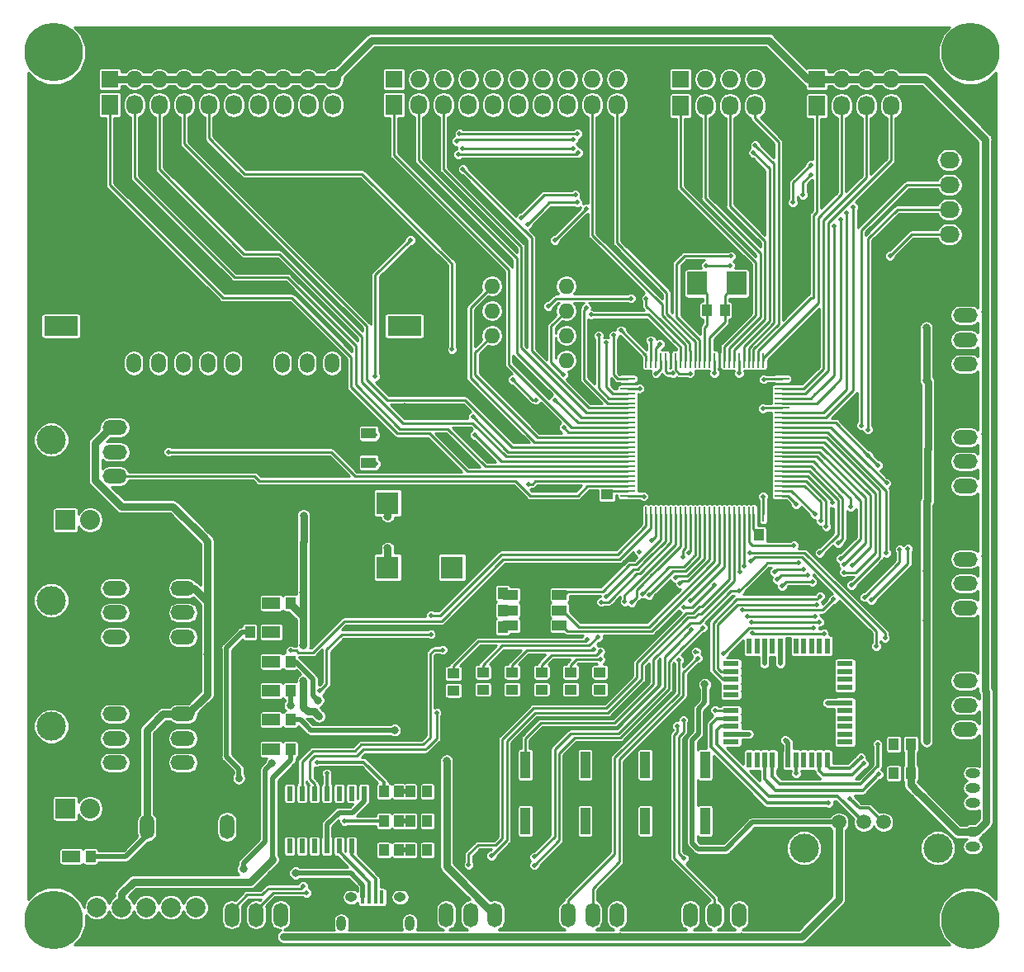
<source format=gbr>
G04 #@! TF.GenerationSoftware,KiCad,Pcbnew,(5.0.0)*
G04 #@! TF.CreationDate,2019-02-12T10:00:46+09:00*
G04 #@! TF.ProjectId,stm32f4_Centaurus,73746D333266345F43656E7461757275,rev?*
G04 #@! TF.SameCoordinates,Original*
G04 #@! TF.FileFunction,Copper,L1,Top,Signal*
G04 #@! TF.FilePolarity,Positive*
%FSLAX46Y46*%
G04 Gerber Fmt 4.6, Leading zero omitted, Abs format (unit mm)*
G04 Created by KiCad (PCBNEW (5.0.0)) date 02/12/19 10:00:46*
%MOMM*%
%LPD*%
G01*
G04 APERTURE LIST*
G04 #@! TA.AperFunction,ComponentPad*
%ADD10O,1.600000X1.600000*%
G04 #@! TD*
G04 #@! TA.AperFunction,SMDPad,CuDef*
%ADD11R,1.000000X1.200000*%
G04 #@! TD*
G04 #@! TA.AperFunction,ComponentPad*
%ADD12O,1.727200X2.032000*%
G04 #@! TD*
G04 #@! TA.AperFunction,ComponentPad*
%ADD13R,1.727200X2.032000*%
G04 #@! TD*
G04 #@! TA.AperFunction,ComponentPad*
%ADD14R,1.727200X1.727200*%
G04 #@! TD*
G04 #@! TA.AperFunction,ComponentPad*
%ADD15O,1.727200X1.727200*%
G04 #@! TD*
G04 #@! TA.AperFunction,SMDPad,CuDef*
%ADD16R,0.280000X1.500000*%
G04 #@! TD*
G04 #@! TA.AperFunction,SMDPad,CuDef*
%ADD17R,1.500000X0.280000*%
G04 #@! TD*
G04 #@! TA.AperFunction,ComponentPad*
%ADD18C,3.000000*%
G04 #@! TD*
G04 #@! TA.AperFunction,ComponentPad*
%ADD19O,2.500000X1.500000*%
G04 #@! TD*
G04 #@! TA.AperFunction,SMDPad,CuDef*
%ADD20R,1.500000X1.000000*%
G04 #@! TD*
G04 #@! TA.AperFunction,SMDPad,CuDef*
%ADD21R,1.600000X0.560000*%
G04 #@! TD*
G04 #@! TA.AperFunction,SMDPad,CuDef*
%ADD22R,0.560000X1.600000*%
G04 #@! TD*
G04 #@! TA.AperFunction,ComponentPad*
%ADD23O,1.524000X1.000000*%
G04 #@! TD*
G04 #@! TA.AperFunction,ComponentPad*
%ADD24C,1.501140*%
G04 #@! TD*
G04 #@! TA.AperFunction,ComponentPad*
%ADD25C,2.999740*%
G04 #@! TD*
G04 #@! TA.AperFunction,SMDPad,CuDef*
%ADD26R,1.200000X1.000000*%
G04 #@! TD*
G04 #@! TA.AperFunction,SMDPad,CuDef*
%ADD27R,1.500000X1.100000*%
G04 #@! TD*
G04 #@! TA.AperFunction,SMDPad,CuDef*
%ADD28R,0.400000X1.350000*%
G04 #@! TD*
G04 #@! TA.AperFunction,ComponentPad*
%ADD29O,1.250000X0.950000*%
G04 #@! TD*
G04 #@! TA.AperFunction,ComponentPad*
%ADD30O,1.000000X1.550000*%
G04 #@! TD*
G04 #@! TA.AperFunction,ComponentPad*
%ADD31O,1.500000X2.500000*%
G04 #@! TD*
G04 #@! TA.AperFunction,ComponentPad*
%ADD32O,2.032000X1.727200*%
G04 #@! TD*
G04 #@! TA.AperFunction,ComponentPad*
%ADD33R,2.032000X1.727200*%
G04 #@! TD*
G04 #@! TA.AperFunction,SMDPad,CuDef*
%ADD34R,2.300000X2.300000*%
G04 #@! TD*
G04 #@! TA.AperFunction,ComponentPad*
%ADD35C,2.000000*%
G04 #@! TD*
G04 #@! TA.AperFunction,SMDPad,CuDef*
%ADD36R,0.600000X1.500000*%
G04 #@! TD*
G04 #@! TA.AperFunction,SMDPad,CuDef*
%ADD37R,2.000000X2.400000*%
G04 #@! TD*
G04 #@! TA.AperFunction,ComponentPad*
%ADD38R,2.032000X2.032000*%
G04 #@! TD*
G04 #@! TA.AperFunction,ComponentPad*
%ADD39O,2.032000X2.032000*%
G04 #@! TD*
G04 #@! TA.AperFunction,SMDPad,CuDef*
%ADD40R,1.000000X2.750000*%
G04 #@! TD*
G04 #@! TA.AperFunction,ComponentPad*
%ADD41O,1.500000X2.000000*%
G04 #@! TD*
G04 #@! TA.AperFunction,ComponentPad*
%ADD42R,3.500000X2.000000*%
G04 #@! TD*
G04 #@! TA.AperFunction,ViaPad*
%ADD43C,6.000000*%
G04 #@! TD*
G04 #@! TA.AperFunction,ViaPad*
%ADD44C,0.500000*%
G04 #@! TD*
G04 #@! TA.AperFunction,ViaPad*
%ADD45C,0.800000*%
G04 #@! TD*
G04 #@! TA.AperFunction,Conductor*
%ADD46C,0.250000*%
G04 #@! TD*
G04 #@! TA.AperFunction,Conductor*
%ADD47C,0.800000*%
G04 #@! TD*
G04 #@! TA.AperFunction,Conductor*
%ADD48C,0.350000*%
G04 #@! TD*
G04 #@! TA.AperFunction,Conductor*
%ADD49C,0.500000*%
G04 #@! TD*
G04 APERTURE END LIST*
D10*
G04 #@! TO.P,U12,1*
G04 #@! TO.N,/PE8*
X100950000Y-69990000D03*
G04 #@! TO.P,U12,2*
G04 #@! TO.N,Net-(R62-Pad1)*
X100950000Y-72530000D03*
G04 #@! TO.P,U12,3*
G04 #@! TO.N,/PE7*
X100950000Y-75070000D03*
G04 #@! TO.P,U12,4*
G04 #@! TO.N,GND*
X100950000Y-77610000D03*
G04 #@! TO.P,U12,5*
G04 #@! TO.N,Net-(R64-Pad2)*
X108570000Y-77610000D03*
G04 #@! TO.P,U12,6*
G04 #@! TO.N,Net-(R63-Pad2)*
X108570000Y-75070000D03*
G04 #@! TO.P,U12,7*
G04 #@! TO.N,/PB2*
X108570000Y-72530000D03*
G04 #@! TO.P,U12,8*
G04 #@! TO.N,+3.3V*
X108570000Y-69990000D03*
G04 #@! TD*
D11*
G04 #@! TO.P,R44,2*
G04 #@! TO.N,+12V*
X59780000Y-128500000D03*
G04 #@! TO.P,R44,1*
G04 #@! TO.N,Net-(D18-Pad1)*
X58220000Y-128500000D03*
G04 #@! TD*
D12*
G04 #@! TO.P,P28,4*
G04 #@! TO.N,/PE4*
X127870000Y-51500000D03*
G04 #@! TO.P,P28,3*
G04 #@! TO.N,/PC13*
X125330000Y-51500000D03*
G04 #@! TO.P,P28,2*
G04 #@! TO.N,/PC14*
X122790000Y-51500000D03*
D13*
G04 #@! TO.P,P28,1*
G04 #@! TO.N,/PC15*
X120250000Y-51500000D03*
G04 #@! TD*
D14*
G04 #@! TO.P,P31,1*
G04 #@! TO.N,+5V*
X134250000Y-48750000D03*
D15*
G04 #@! TO.P,P31,2*
G04 #@! TO.N,GND*
X134250000Y-46210000D03*
G04 #@! TO.P,P31,3*
G04 #@! TO.N,+5V*
X136790000Y-48750000D03*
G04 #@! TO.P,P31,4*
G04 #@! TO.N,GND*
X136790000Y-46210000D03*
G04 #@! TO.P,P31,5*
G04 #@! TO.N,+5V*
X139330000Y-48750000D03*
G04 #@! TO.P,P31,6*
G04 #@! TO.N,GND*
X139330000Y-46210000D03*
G04 #@! TO.P,P31,7*
G04 #@! TO.N,+5V*
X141870000Y-48750000D03*
G04 #@! TO.P,P31,8*
G04 #@! TO.N,GND*
X141870000Y-46210000D03*
G04 #@! TD*
D13*
G04 #@! TO.P,P29,1*
G04 #@! TO.N,/PE3*
X134250000Y-51500000D03*
D12*
G04 #@! TO.P,P29,2*
G04 #@! TO.N,/PE2*
X136790000Y-51500000D03*
G04 #@! TO.P,P29,3*
G04 #@! TO.N,/PE1*
X139330000Y-51500000D03*
G04 #@! TO.P,P29,4*
G04 #@! TO.N,/PE0*
X141870000Y-51500000D03*
G04 #@! TD*
D15*
G04 #@! TO.P,P30,8*
G04 #@! TO.N,GND*
X127870000Y-46210000D03*
G04 #@! TO.P,P30,7*
G04 #@! TO.N,+3.3V*
X127870000Y-48750000D03*
G04 #@! TO.P,P30,6*
G04 #@! TO.N,GND*
X125330000Y-46210000D03*
G04 #@! TO.P,P30,5*
G04 #@! TO.N,+3.3V*
X125330000Y-48750000D03*
G04 #@! TO.P,P30,4*
G04 #@! TO.N,GND*
X122790000Y-46210000D03*
G04 #@! TO.P,P30,3*
G04 #@! TO.N,+3.3V*
X122790000Y-48750000D03*
G04 #@! TO.P,P30,2*
G04 #@! TO.N,GND*
X120250000Y-46210000D03*
D14*
G04 #@! TO.P,P30,1*
G04 #@! TO.N,+3.3V*
X120250000Y-48750000D03*
G04 #@! TD*
D11*
G04 #@! TO.P,R28,2*
G04 #@! TO.N,/CAN_BUS_5V*
X80280000Y-108500000D03*
G04 #@! TO.P,R28,1*
G04 #@! TO.N,Net-(D8-Pad1)*
X78720000Y-108500000D03*
G04 #@! TD*
G04 #@! TO.P,R30,2*
G04 #@! TO.N,+5V*
X80280000Y-114500000D03*
G04 #@! TO.P,R30,1*
G04 #@! TO.N,Net-(D10-Pad1)*
X78720000Y-114500000D03*
G04 #@! TD*
G04 #@! TO.P,R26,2*
G04 #@! TO.N,Net-(D6-Pad2)*
X78720000Y-105500000D03*
G04 #@! TO.P,R26,1*
G04 #@! TO.N,GND*
X80280000Y-105500000D03*
G04 #@! TD*
G04 #@! TO.P,R27,1*
G04 #@! TO.N,Net-(D7-Pad1)*
X78720000Y-111500000D03*
G04 #@! TO.P,R27,2*
G04 #@! TO.N,/BUS_5V*
X80280000Y-111500000D03*
G04 #@! TD*
G04 #@! TO.P,R29,2*
G04 #@! TO.N,+5C*
X80280000Y-117500000D03*
G04 #@! TO.P,R29,1*
G04 #@! TO.N,Net-(D9-Pad1)*
X78720000Y-117500000D03*
G04 #@! TD*
G04 #@! TO.P,R31,1*
G04 #@! TO.N,Net-(D11-Pad1)*
X78720000Y-102500000D03*
G04 #@! TO.P,R31,2*
G04 #@! TO.N,+3.3V*
X80280000Y-102500000D03*
G04 #@! TD*
G04 #@! TO.P,D7,2*
G04 #@! TO.N,GND*
X76120000Y-111500000D03*
G04 #@! TO.P,D7,1*
G04 #@! TO.N,Net-(D7-Pad1)*
X77880000Y-111500000D03*
G04 #@! TD*
G04 #@! TO.P,D8,1*
G04 #@! TO.N,Net-(D8-Pad1)*
X77880000Y-108500000D03*
G04 #@! TO.P,D8,2*
G04 #@! TO.N,GND*
X76120000Y-108500000D03*
G04 #@! TD*
G04 #@! TO.P,D9,2*
G04 #@! TO.N,GND*
X76120000Y-117500000D03*
G04 #@! TO.P,D9,1*
G04 #@! TO.N,Net-(D9-Pad1)*
X77880000Y-117500000D03*
G04 #@! TD*
G04 #@! TO.P,D11,2*
G04 #@! TO.N,GND*
X76120000Y-102500000D03*
G04 #@! TO.P,D11,1*
G04 #@! TO.N,Net-(D11-Pad1)*
X77880000Y-102500000D03*
G04 #@! TD*
G04 #@! TO.P,D6,1*
G04 #@! TO.N,/XA_5V*
X76120000Y-105500000D03*
G04 #@! TO.P,D6,2*
G04 #@! TO.N,Net-(D6-Pad2)*
X77880000Y-105500000D03*
G04 #@! TD*
G04 #@! TO.P,D10,1*
G04 #@! TO.N,Net-(D10-Pad1)*
X77880000Y-114500000D03*
G04 #@! TO.P,D10,2*
G04 #@! TO.N,GND*
X76120000Y-114500000D03*
G04 #@! TD*
G04 #@! TO.P,D18,2*
G04 #@! TO.N,GND*
X55620000Y-128500000D03*
G04 #@! TO.P,D18,1*
G04 #@! TO.N,Net-(D18-Pad1)*
X57380000Y-128500000D03*
G04 #@! TD*
D16*
G04 #@! TO.P,U1,1*
G04 #@! TO.N,/PE2*
X128750000Y-77600000D03*
G04 #@! TO.P,U1,2*
G04 #@! TO.N,/PE3*
X128250000Y-77600000D03*
G04 #@! TO.P,U1,3*
G04 #@! TO.N,/PE4*
X127750000Y-77600000D03*
G04 #@! TO.P,U1,4*
G04 #@! TO.N,/TIM9_CH1*
X127250000Y-77600000D03*
G04 #@! TO.P,U1,5*
G04 #@! TO.N,/TIM9_CH2*
X126750000Y-77600000D03*
G04 #@! TO.P,U1,6*
G04 #@! TO.N,+3.3V*
X126250000Y-77600000D03*
G04 #@! TO.P,U1,7*
G04 #@! TO.N,/PC13*
X125750000Y-77600000D03*
G04 #@! TO.P,U1,8*
G04 #@! TO.N,/PC14*
X125250000Y-77600000D03*
G04 #@! TO.P,U1,9*
G04 #@! TO.N,/PC15*
X124750000Y-77600000D03*
G04 #@! TO.P,U1,10*
G04 #@! TO.N,GND*
X124250000Y-77600000D03*
G04 #@! TO.P,U1,11*
G04 #@! TO.N,+3.3V*
X123750000Y-77600000D03*
G04 #@! TO.P,U1,12*
G04 #@! TO.N,/OSC_IN*
X123250000Y-77600000D03*
G04 #@! TO.P,U1,13*
G04 #@! TO.N,/OSC_OUT*
X122750000Y-77600000D03*
G04 #@! TO.P,U1,14*
G04 #@! TO.N,/NRST*
X122250000Y-77600000D03*
G04 #@! TO.P,U1,15*
G04 #@! TO.N,/ADC12_IN10*
X121750000Y-77600000D03*
G04 #@! TO.P,U1,16*
G04 #@! TO.N,/ADC12_IN11*
X121250000Y-77600000D03*
G04 #@! TO.P,U1,17*
G04 #@! TO.N,/SPI2_MISO*
X120750000Y-77600000D03*
G04 #@! TO.P,U1,18*
G04 #@! TO.N,/SPI2_MOSI*
X120250000Y-77600000D03*
G04 #@! TO.P,U1,19*
G04 #@! TO.N,+3.3V*
X119750000Y-77600000D03*
G04 #@! TO.P,U1,20*
G04 #@! TO.N,GND*
X119250000Y-77600000D03*
G04 #@! TO.P,U1,21*
G04 #@! TO.N,+3.3V*
X118750000Y-77600000D03*
G04 #@! TO.P,U1,22*
X118250000Y-77600000D03*
G04 #@! TO.P,U1,23*
G04 #@! TO.N,/TIM5_CH1*
X117750000Y-77600000D03*
G04 #@! TO.P,U1,24*
G04 #@! TO.N,/TIM5_CH2*
X117250000Y-77600000D03*
G04 #@! TO.P,U1,25*
G04 #@! TO.N,/ADC12_IN2*
X116750000Y-77600000D03*
D17*
G04 #@! TO.P,U1,26*
G04 #@! TO.N,/ADC12_IN3*
X114850000Y-79500000D03*
G04 #@! TO.P,U1,27*
G04 #@! TO.N,GND*
X114850000Y-80000000D03*
G04 #@! TO.P,U1,28*
G04 #@! TO.N,+3.3V*
X114850000Y-80500000D03*
G04 #@! TO.P,U1,29*
G04 #@! TO.N,/ADC12_IN4*
X114850000Y-81000000D03*
G04 #@! TO.P,U1,30*
G04 #@! TO.N,/ADC12_IN5*
X114850000Y-81500000D03*
G04 #@! TO.P,U1,31*
G04 #@! TO.N,/ADC12_IN6*
X114850000Y-82000000D03*
G04 #@! TO.P,U1,32*
G04 #@! TO.N,/TIM8_CH1*
X114850000Y-82500000D03*
G04 #@! TO.P,U1,33*
G04 #@! TO.N,/ADC12_IN14*
X114850000Y-83000000D03*
G04 #@! TO.P,U1,34*
G04 #@! TO.N,/ADC12_IN15*
X114850000Y-83500000D03*
G04 #@! TO.P,U1,35*
G04 #@! TO.N,/TIM8_CH2*
X114850000Y-84000000D03*
G04 #@! TO.P,U1,36*
G04 #@! TO.N,/ADC12_IN9*
X114850000Y-84500000D03*
G04 #@! TO.P,U1,37*
G04 #@! TO.N,/PB2*
X114850000Y-85000000D03*
G04 #@! TO.P,U1,38*
G04 #@! TO.N,/PE7*
X114850000Y-85500000D03*
G04 #@! TO.P,U1,39*
G04 #@! TO.N,/PE8*
X114850000Y-86000000D03*
G04 #@! TO.P,U1,40*
G04 #@! TO.N,/TIM1_CH1*
X114850000Y-86500000D03*
G04 #@! TO.P,U1,41*
G04 #@! TO.N,/PE10*
X114850000Y-87000000D03*
G04 #@! TO.P,U1,42*
G04 #@! TO.N,/TIM1_CH2*
X114850000Y-87500000D03*
G04 #@! TO.P,U1,43*
G04 #@! TO.N,/PE12*
X114850000Y-88000000D03*
G04 #@! TO.P,U1,44*
G04 #@! TO.N,/TIM1_CH3*
X114850000Y-88500000D03*
G04 #@! TO.P,U1,45*
G04 #@! TO.N,/TIM1_CH4*
X114850000Y-89000000D03*
G04 #@! TO.P,U1,46*
G04 #@! TO.N,/PE15*
X114850000Y-89500000D03*
G04 #@! TO.P,U1,47*
G04 #@! TO.N,/SPI2_SCK*
X114850000Y-90000000D03*
G04 #@! TO.P,U1,48*
G04 #@! TO.N,/PB11*
X114850000Y-90500000D03*
G04 #@! TO.P,U1,49*
G04 #@! TO.N,Net-(C26-Pad1)*
X114850000Y-91000000D03*
G04 #@! TO.P,U1,50*
G04 #@! TO.N,+3.3V*
X114850000Y-91500000D03*
D16*
G04 #@! TO.P,U1,51*
G04 #@! TO.N,/CAN2_RX*
X116750000Y-93400000D03*
G04 #@! TO.P,U1,52*
G04 #@! TO.N,/CAN2_TX*
X117250000Y-93400000D03*
G04 #@! TO.P,U1,53*
G04 #@! TO.N,/TIM12_CH1*
X117750000Y-93400000D03*
G04 #@! TO.P,U1,54*
G04 #@! TO.N,/TIM12_CH2*
X118250000Y-93400000D03*
G04 #@! TO.P,U1,55*
G04 #@! TO.N,/USART3_TX*
X118750000Y-93400000D03*
G04 #@! TO.P,U1,56*
G04 #@! TO.N,/USART3_RX*
X119250000Y-93400000D03*
G04 #@! TO.P,U1,57*
G04 #@! TO.N,/PD10*
X119750000Y-93400000D03*
G04 #@! TO.P,U1,58*
G04 #@! TO.N,/PD11*
X120250000Y-93400000D03*
G04 #@! TO.P,U1,59*
G04 #@! TO.N,/TIM4_CH1*
X120750000Y-93400000D03*
G04 #@! TO.P,U1,60*
G04 #@! TO.N,/TIM4_CH2*
X121250000Y-93400000D03*
G04 #@! TO.P,U1,61*
G04 #@! TO.N,/PD14*
X121750000Y-93400000D03*
G04 #@! TO.P,U1,62*
G04 #@! TO.N,/PD15*
X122250000Y-93400000D03*
G04 #@! TO.P,U1,63*
G04 #@! TO.N,/USART6_TX*
X122750000Y-93400000D03*
G04 #@! TO.P,U1,64*
G04 #@! TO.N,/USART6_RX*
X123250000Y-93400000D03*
G04 #@! TO.P,U1,65*
G04 #@! TO.N,/TIM8_CH3*
X123750000Y-93400000D03*
G04 #@! TO.P,U1,66*
G04 #@! TO.N,/TIM8_CH4*
X124250000Y-93400000D03*
G04 #@! TO.P,U1,67*
G04 #@! TO.N,/PA8*
X124750000Y-93400000D03*
G04 #@! TO.P,U1,68*
G04 #@! TO.N,/USART1_TX*
X125250000Y-93400000D03*
G04 #@! TO.P,U1,69*
G04 #@! TO.N,/USART1_RX*
X125750000Y-93400000D03*
G04 #@! TO.P,U1,70*
G04 #@! TO.N,/CAN1_RX*
X126250000Y-93400000D03*
G04 #@! TO.P,U1,71*
G04 #@! TO.N,/CAN1_TX*
X126750000Y-93400000D03*
G04 #@! TO.P,U1,72*
G04 #@! TO.N,/SWDIO*
X127250000Y-93400000D03*
G04 #@! TO.P,U1,73*
G04 #@! TO.N,Net-(C27-Pad1)*
X127750000Y-93400000D03*
G04 #@! TO.P,U1,74*
G04 #@! TO.N,GND*
X128250000Y-93400000D03*
G04 #@! TO.P,U1,75*
G04 #@! TO.N,+3.3V*
X128750000Y-93400000D03*
D17*
G04 #@! TO.P,U1,76*
G04 #@! TO.N,/SWCLK*
X130650000Y-91500000D03*
G04 #@! TO.P,U1,77*
G04 #@! TO.N,/TIM2_CH1*
X130650000Y-91000000D03*
G04 #@! TO.P,U1,78*
G04 #@! TO.N,/USART4_TX*
X130650000Y-90500000D03*
G04 #@! TO.P,U1,79*
G04 #@! TO.N,/USART4_RX*
X130650000Y-90000000D03*
G04 #@! TO.P,U1,80*
G04 #@! TO.N,/UART5_TX*
X130650000Y-89500000D03*
G04 #@! TO.P,U1,81*
G04 #@! TO.N,/PD0*
X130650000Y-89000000D03*
G04 #@! TO.P,U1,82*
G04 #@! TO.N,/PD1*
X130650000Y-88500000D03*
G04 #@! TO.P,U1,83*
G04 #@! TO.N,/UART5_RX*
X130650000Y-88000000D03*
G04 #@! TO.P,U1,84*
G04 #@! TO.N,/PD3*
X130650000Y-87500000D03*
G04 #@! TO.P,U1,85*
G04 #@! TO.N,/PD4*
X130650000Y-87000000D03*
G04 #@! TO.P,U1,86*
G04 #@! TO.N,/USART2_TX*
X130650000Y-86500000D03*
G04 #@! TO.P,U1,87*
G04 #@! TO.N,/USART2_RX*
X130650000Y-86000000D03*
G04 #@! TO.P,U1,88*
G04 #@! TO.N,/PD7*
X130650000Y-85500000D03*
G04 #@! TO.P,U1,89*
G04 #@! TO.N,/TIM2_CH2*
X130650000Y-85000000D03*
G04 #@! TO.P,U1,90*
G04 #@! TO.N,/TIM3_CH1*
X130650000Y-84500000D03*
G04 #@! TO.P,U1,91*
G04 #@! TO.N,/TIM3_CH2*
X130650000Y-84000000D03*
G04 #@! TO.P,U1,92*
G04 #@! TO.N,/I2C1_SCL*
X130650000Y-83500000D03*
G04 #@! TO.P,U1,93*
G04 #@! TO.N,/I2C1_SDA*
X130650000Y-83000000D03*
G04 #@! TO.P,U1,94*
G04 #@! TO.N,Net-(R25-Pad1)*
X130650000Y-82500000D03*
G04 #@! TO.P,U1,95*
G04 #@! TO.N,/TIM10_CH1*
X130650000Y-82000000D03*
G04 #@! TO.P,U1,96*
G04 #@! TO.N,/TIM11_CH1*
X130650000Y-81500000D03*
G04 #@! TO.P,U1,97*
G04 #@! TO.N,/PE0*
X130650000Y-81000000D03*
G04 #@! TO.P,U1,98*
G04 #@! TO.N,/PE1*
X130650000Y-80500000D03*
G04 #@! TO.P,U1,99*
G04 #@! TO.N,GND*
X130650000Y-80000000D03*
G04 #@! TO.P,U1,100*
G04 #@! TO.N,+3.3V*
X130650000Y-79500000D03*
G04 #@! TD*
D18*
G04 #@! TO.P,P14,*
G04 #@! TO.N,*
X55750000Y-115150000D03*
D19*
G04 #@! TO.P,P14,4*
G04 #@! TO.N,/CAN1_L*
X62250000Y-118900000D03*
G04 #@! TO.P,P14,3*
G04 #@! TO.N,/CAN1_H*
X62250000Y-116400000D03*
G04 #@! TO.P,P14,2*
G04 #@! TO.N,+12V*
X62250000Y-113900000D03*
G04 #@! TO.P,P14,1*
G04 #@! TO.N,GND*
X62250000Y-111400000D03*
G04 #@! TD*
G04 #@! TO.P,P11,1*
G04 #@! TO.N,GND*
X69250000Y-98500000D03*
G04 #@! TO.P,P11,2*
G04 #@! TO.N,+12V*
X69250000Y-101000000D03*
G04 #@! TO.P,P11,3*
G04 #@! TO.N,/CAN0_H*
X69250000Y-103500000D03*
G04 #@! TO.P,P11,4*
G04 #@! TO.N,/CAN0_L*
X69250000Y-106000000D03*
G04 #@! TD*
D11*
G04 #@! TO.P,R46,1*
G04 #@! TO.N,GND*
X100470000Y-105000000D03*
G04 #@! TO.P,R46,2*
G04 #@! TO.N,Net-(R46-Pad2)*
X102030000Y-105000000D03*
G04 #@! TD*
G04 #@! TO.P,R48,1*
G04 #@! TO.N,GND*
X100470000Y-101500000D03*
G04 #@! TO.P,R48,2*
G04 #@! TO.N,Net-(R48-Pad2)*
X102030000Y-101500000D03*
G04 #@! TD*
G04 #@! TO.P,R47,2*
G04 #@! TO.N,Net-(R47-Pad2)*
X102030000Y-103250000D03*
G04 #@! TO.P,R47,1*
G04 #@! TO.N,GND*
X100470000Y-103250000D03*
G04 #@! TD*
D20*
G04 #@! TO.P,U8,1*
G04 #@! TO.N,/TIM8_CH4*
X107850000Y-104850000D03*
G04 #@! TO.P,U8,2*
G04 #@! TO.N,/TIM8_CH3*
X107850000Y-103250000D03*
G04 #@! TO.P,U8,3*
G04 #@! TO.N,/TIM12_CH2*
X107850000Y-101650000D03*
G04 #@! TO.P,U8,4*
G04 #@! TO.N,Net-(R48-Pad2)*
X102850000Y-101650000D03*
G04 #@! TO.P,U8,5*
G04 #@! TO.N,Net-(R47-Pad2)*
X102850000Y-103250000D03*
G04 #@! TO.P,U8,6*
G04 #@! TO.N,Net-(R46-Pad2)*
X102850000Y-104850000D03*
G04 #@! TD*
D11*
G04 #@! TO.P,C11,2*
G04 #@! TO.N,GND*
X121120000Y-72470000D03*
G04 #@! TO.P,C11,1*
G04 #@! TO.N,/OSC_OUT*
X123000000Y-72470000D03*
G04 #@! TD*
G04 #@! TO.P,C13,1*
G04 #@! TO.N,/OSC_IN*
X124800000Y-72470000D03*
G04 #@! TO.P,C13,2*
G04 #@! TO.N,GND*
X126680000Y-72470000D03*
G04 #@! TD*
G04 #@! TO.P,D1,2*
G04 #@! TO.N,Net-(D1-Pad2)*
X142120000Y-120000000D03*
G04 #@! TO.P,D1,1*
G04 #@! TO.N,+5V*
X143880000Y-120000000D03*
G04 #@! TD*
G04 #@! TO.P,D2,1*
G04 #@! TO.N,+5V*
X143880000Y-117000000D03*
G04 #@! TO.P,D2,2*
G04 #@! TO.N,Net-(D2-Pad2)*
X142120000Y-117000000D03*
G04 #@! TD*
G04 #@! TO.P,D3,1*
G04 #@! TO.N,+3.3V*
X94300000Y-127870000D03*
G04 #@! TO.P,D3,2*
G04 #@! TO.N,Net-(D3-Pad2)*
X92540000Y-127870000D03*
G04 #@! TD*
G04 #@! TO.P,D4,2*
G04 #@! TO.N,Net-(D4-Pad2)*
X92540000Y-124870000D03*
G04 #@! TO.P,D4,1*
G04 #@! TO.N,+3.3V*
X94300000Y-124870000D03*
G04 #@! TD*
G04 #@! TO.P,D5,1*
G04 #@! TO.N,+3.3V*
X94300000Y-121870000D03*
G04 #@! TO.P,D5,2*
G04 #@! TO.N,Net-(D5-Pad2)*
X92540000Y-121870000D03*
G04 #@! TD*
D21*
G04 #@! TO.P,IC1,1*
G04 #@! TO.N,Net-(IC1-Pad1)*
X125450000Y-108750000D03*
G04 #@! TO.P,IC1,2*
G04 #@! TO.N,/USART2_TX*
X125450000Y-109550000D03*
G04 #@! TO.P,IC1,3*
G04 #@! TO.N,/USART2_RX*
X125450000Y-110350000D03*
G04 #@! TO.P,IC1,4*
G04 #@! TO.N,Net-(IC1-Pad4)*
X125450000Y-111150000D03*
G04 #@! TO.P,IC1,5*
G04 #@! TO.N,Net-(IC1-Pad5)*
X125450000Y-111950000D03*
G04 #@! TO.P,IC1,6*
G04 #@! TO.N,GND*
X125450000Y-112750000D03*
G04 #@! TO.P,IC1,7*
G04 #@! TO.N,Net-(C1-Pad1)*
X125450000Y-113550000D03*
G04 #@! TO.P,IC1,8*
G04 #@! TO.N,/D+*
X125450000Y-114350000D03*
G04 #@! TO.P,IC1,9*
G04 #@! TO.N,/D-*
X125450000Y-115150000D03*
G04 #@! TO.P,IC1,10*
G04 #@! TO.N,+3.3V*
X125450000Y-115950000D03*
G04 #@! TO.P,IC1,11*
G04 #@! TO.N,Net-(IC1-Pad11)*
X125450000Y-116750000D03*
D22*
G04 #@! TO.P,IC1,12*
G04 #@! TO.N,Net-(IC1-Pad12)*
X127300000Y-118600000D03*
G04 #@! TO.P,IC1,13*
G04 #@! TO.N,Net-(IC1-Pad13)*
X128100000Y-118600000D03*
G04 #@! TO.P,IC1,14*
G04 #@! TO.N,Net-(IC1-Pad14)*
X128900000Y-118600000D03*
G04 #@! TO.P,IC1,15*
G04 #@! TO.N,Net-(IC1-Pad15)*
X129700000Y-118600000D03*
G04 #@! TO.P,IC1,16*
G04 #@! TO.N,GND*
X130500000Y-118600000D03*
G04 #@! TO.P,IC1,17*
G04 #@! TO.N,+3.3V*
X131300000Y-118600000D03*
G04 #@! TO.P,IC1,18*
G04 #@! TO.N,/MCLR*
X132100000Y-118600000D03*
G04 #@! TO.P,IC1,19*
G04 #@! TO.N,Net-(IC1-Pad19)*
X132900000Y-118600000D03*
G04 #@! TO.P,IC1,20*
G04 #@! TO.N,Net-(IC1-Pad20)*
X133700000Y-118600000D03*
G04 #@! TO.P,IC1,21*
G04 #@! TO.N,/PGED1*
X134500000Y-118600000D03*
G04 #@! TO.P,IC1,22*
G04 #@! TO.N,/PGEC1*
X135300000Y-118600000D03*
D21*
G04 #@! TO.P,IC1,23*
G04 #@! TO.N,Net-(IC1-Pad23)*
X137150000Y-116750000D03*
G04 #@! TO.P,IC1,24*
G04 #@! TO.N,Net-(IC1-Pad24)*
X137150000Y-115950000D03*
G04 #@! TO.P,IC1,25*
G04 #@! TO.N,Net-(IC1-Pad25)*
X137150000Y-115150000D03*
G04 #@! TO.P,IC1,26*
G04 #@! TO.N,Net-(IC1-Pad26)*
X137150000Y-114350000D03*
G04 #@! TO.P,IC1,27*
G04 #@! TO.N,Net-(IC1-Pad27)*
X137150000Y-113550000D03*
G04 #@! TO.P,IC1,28*
G04 #@! TO.N,+3.3V*
X137150000Y-112750000D03*
G04 #@! TO.P,IC1,29*
G04 #@! TO.N,GND*
X137150000Y-111950000D03*
G04 #@! TO.P,IC1,30*
G04 #@! TO.N,Net-(IC1-Pad30)*
X137150000Y-111150000D03*
G04 #@! TO.P,IC1,31*
G04 #@! TO.N,Net-(IC1-Pad31)*
X137150000Y-110350000D03*
G04 #@! TO.P,IC1,32*
G04 #@! TO.N,Net-(IC1-Pad32)*
X137150000Y-109550000D03*
G04 #@! TO.P,IC1,33*
G04 #@! TO.N,Net-(IC1-Pad33)*
X137150000Y-108750000D03*
D22*
G04 #@! TO.P,IC1,34*
G04 #@! TO.N,Net-(IC1-Pad34)*
X135300000Y-106900000D03*
G04 #@! TO.P,IC1,35*
G04 #@! TO.N,Net-(IC1-Pad35)*
X134500000Y-106900000D03*
G04 #@! TO.P,IC1,36*
G04 #@! TO.N,Net-(IC1-Pad36)*
X133700000Y-106900000D03*
G04 #@! TO.P,IC1,37*
G04 #@! TO.N,Net-(IC1-Pad37)*
X132900000Y-106900000D03*
G04 #@! TO.P,IC1,38*
G04 #@! TO.N,Net-(IC1-Pad38)*
X132100000Y-106900000D03*
G04 #@! TO.P,IC1,39*
G04 #@! TO.N,GND*
X131300000Y-106900000D03*
G04 #@! TO.P,IC1,40*
G04 #@! TO.N,+3.3V*
X130500000Y-106900000D03*
G04 #@! TO.P,IC1,41*
G04 #@! TO.N,Net-(IC1-Pad41)*
X129700000Y-106900000D03*
G04 #@! TO.P,IC1,42*
G04 #@! TO.N,+5V*
X128900000Y-106900000D03*
G04 #@! TO.P,IC1,43*
G04 #@! TO.N,Net-(IC1-Pad43)*
X128100000Y-106900000D03*
G04 #@! TO.P,IC1,44*
G04 #@! TO.N,Net-(IC1-Pad44)*
X127300000Y-106900000D03*
G04 #@! TD*
D23*
G04 #@! TO.P,P1,1*
G04 #@! TO.N,/MCLR*
X150250000Y-127500000D03*
G04 #@! TO.P,P1,2*
G04 #@! TO.N,+5V*
X150250000Y-126000000D03*
G04 #@! TO.P,P1,3*
G04 #@! TO.N,GND*
X150250000Y-124500000D03*
G04 #@! TO.P,P1,4*
G04 #@! TO.N,/PGED1*
X150250000Y-123000000D03*
G04 #@! TO.P,P1,5*
G04 #@! TO.N,/PGEC1*
X150250000Y-121500000D03*
G04 #@! TO.P,P1,6*
G04 #@! TO.N,Net-(P1-Pad6)*
X150250000Y-120000000D03*
G04 #@! TD*
D24*
G04 #@! TO.P,P2,4*
G04 #@! TO.N,GND*
X143612860Y-124997880D03*
G04 #@! TO.P,P2,3*
G04 #@! TO.N,/D+*
X141072860Y-124997880D03*
G04 #@! TO.P,P2,2*
G04 #@! TO.N,/D-*
X139040860Y-124997880D03*
G04 #@! TO.P,P2,1*
G04 #@! TO.N,+5V*
X136500860Y-124997880D03*
D25*
G04 #@! TO.P,P2,5*
G04 #@! TO.N,Net-(P2-Pad5)*
X146660860Y-127664880D03*
X132944860Y-127664880D03*
G04 #@! TD*
D26*
G04 #@! TO.P,C26,1*
G04 #@! TO.N,Net-(C26-Pad1)*
X112720000Y-91360000D03*
G04 #@! TO.P,C26,2*
G04 #@! TO.N,GND*
X112720000Y-93240000D03*
G04 #@! TD*
D11*
G04 #@! TO.P,C27,2*
G04 #@! TO.N,GND*
X130180000Y-95500000D03*
G04 #@! TO.P,C27,1*
G04 #@! TO.N,Net-(C27-Pad1)*
X128300000Y-95500000D03*
G04 #@! TD*
D26*
G04 #@! TO.P,D19,1*
G04 #@! TO.N,/PD10*
X96988703Y-109740000D03*
G04 #@! TO.P,D19,2*
G04 #@! TO.N,Net-(D19-Pad2)*
X96988703Y-111500000D03*
G04 #@! TD*
D27*
G04 #@! TO.P,LED1,1*
G04 #@! TO.N,/NRST*
X88290000Y-88100000D03*
G04 #@! TO.P,LED1,3*
G04 #@! TO.N,Net-(LED1-Pad3)*
X88290000Y-85100000D03*
G04 #@! TO.P,LED1,2*
G04 #@! TO.N,GND*
X82390000Y-88100000D03*
G04 #@! TO.P,LED1,4*
X82390000Y-85100000D03*
G04 #@! TD*
D19*
G04 #@! TO.P,P3,4*
G04 #@! TO.N,Net-(P3-Pad4)*
X149500000Y-103000000D03*
G04 #@! TO.P,P3,3*
G04 #@! TO.N,Net-(P3-Pad3)*
X149500000Y-100500000D03*
G04 #@! TO.P,P3,2*
G04 #@! TO.N,+5V*
X149500000Y-98000000D03*
G04 #@! TO.P,P3,1*
G04 #@! TO.N,GND*
X149500000Y-95500000D03*
G04 #@! TD*
G04 #@! TO.P,P4,1*
G04 #@! TO.N,GND*
X149500000Y-83000000D03*
G04 #@! TO.P,P4,2*
G04 #@! TO.N,+5V*
X149500000Y-85500000D03*
G04 #@! TO.P,P4,3*
G04 #@! TO.N,Net-(P4-Pad3)*
X149500000Y-88000000D03*
G04 #@! TO.P,P4,4*
G04 #@! TO.N,Net-(P4-Pad4)*
X149500000Y-90500000D03*
G04 #@! TD*
D28*
G04 #@! TO.P,P5,1*
G04 #@! TO.N,/BUS_5V*
X87699100Y-132687460D03*
G04 #@! TO.P,P5,2*
G04 #@! TO.N,/D-_USB*
X88349100Y-132687460D03*
G04 #@! TO.P,P5,3*
G04 #@! TO.N,/D+_USB*
X88999100Y-132687460D03*
G04 #@! TO.P,P5,4*
G04 #@! TO.N,Net-(P5-Pad4)*
X89649100Y-132687460D03*
G04 #@! TO.P,P5,5*
G04 #@! TO.N,GND*
X90299100Y-132687460D03*
D29*
G04 #@! TO.P,P5,6*
G04 #@! TO.N,Net-(P5-Pad6)*
X86499100Y-132687460D03*
X91499100Y-132687460D03*
D30*
X85499100Y-135387460D03*
X92499100Y-135387460D03*
G04 #@! TD*
D19*
G04 #@! TO.P,P6,1*
G04 #@! TO.N,GND*
X149500000Y-70500000D03*
G04 #@! TO.P,P6,2*
G04 #@! TO.N,+5V*
X149500000Y-73000000D03*
G04 #@! TO.P,P6,3*
G04 #@! TO.N,Net-(P6-Pad3)*
X149500000Y-75500000D03*
G04 #@! TO.P,P6,4*
G04 #@! TO.N,Net-(P6-Pad4)*
X149500000Y-78000000D03*
G04 #@! TD*
G04 #@! TO.P,P7,4*
G04 #@! TO.N,Net-(P7-Pad4)*
X149500000Y-115500000D03*
G04 #@! TO.P,P7,3*
G04 #@! TO.N,Net-(P7-Pad3)*
X149500000Y-113000000D03*
G04 #@! TO.P,P7,2*
G04 #@! TO.N,+5V*
X149500000Y-110500000D03*
G04 #@! TO.P,P7,1*
G04 #@! TO.N,GND*
X149500000Y-108000000D03*
G04 #@! TD*
D31*
G04 #@! TO.P,P8,4*
G04 #@! TO.N,/UART5_RX*
X121250000Y-134500000D03*
G04 #@! TO.P,P8,3*
G04 #@! TO.N,/UART5_TX*
X123750000Y-134500000D03*
G04 #@! TO.P,P8,2*
G04 #@! TO.N,+5V*
X126250000Y-134500000D03*
G04 #@! TO.P,P8,1*
G04 #@! TO.N,GND*
X128750000Y-134500000D03*
G04 #@! TD*
G04 #@! TO.P,P9,1*
G04 #@! TO.N,GND*
X116250000Y-134500000D03*
G04 #@! TO.P,P9,2*
G04 #@! TO.N,+5V*
X113750000Y-134500000D03*
G04 #@! TO.P,P9,3*
G04 #@! TO.N,/USART4_TX*
X111250000Y-134500000D03*
G04 #@! TO.P,P9,4*
G04 #@! TO.N,/USART4_RX*
X108750000Y-134500000D03*
G04 #@! TD*
G04 #@! TO.P,P10,1*
G04 #@! TO.N,GND*
X76250000Y-125500000D03*
G04 #@! TO.P,P10,2*
G04 #@! TO.N,/XA_5V*
X73750000Y-125500000D03*
G04 #@! TD*
D19*
G04 #@! TO.P,P12,4*
G04 #@! TO.N,/CAN1_L*
X69250000Y-118900000D03*
G04 #@! TO.P,P12,3*
G04 #@! TO.N,/CAN1_H*
X69250000Y-116400000D03*
G04 #@! TO.P,P12,2*
G04 #@! TO.N,+12V*
X69250000Y-113900000D03*
G04 #@! TO.P,P12,1*
G04 #@! TO.N,GND*
X69250000Y-111400000D03*
G04 #@! TD*
G04 #@! TO.P,P13,1*
G04 #@! TO.N,GND*
X62250000Y-98500000D03*
G04 #@! TO.P,P13,2*
G04 #@! TO.N,+12V*
X62250000Y-101000000D03*
G04 #@! TO.P,P13,3*
G04 #@! TO.N,/CAN0_H*
X62250000Y-103500000D03*
G04 #@! TO.P,P13,4*
G04 #@! TO.N,/CAN0_L*
X62250000Y-106000000D03*
D18*
G04 #@! TO.P,P13,*
G04 #@! TO.N,*
X55750000Y-102250000D03*
G04 #@! TD*
D31*
G04 #@! TO.P,P15,1*
G04 #@! TO.N,GND*
X103750000Y-134500000D03*
G04 #@! TO.P,P15,2*
G04 #@! TO.N,+5V*
X101250000Y-134500000D03*
G04 #@! TO.P,P15,3*
G04 #@! TO.N,/USART6_TX*
X98750000Y-134500000D03*
G04 #@! TO.P,P15,4*
G04 #@! TO.N,/USART6_RX*
X96250000Y-134500000D03*
G04 #@! TD*
G04 #@! TO.P,P16,4*
G04 #@! TO.N,/USART1_RX*
X74250000Y-134500000D03*
G04 #@! TO.P,P16,3*
G04 #@! TO.N,/USART1_TX*
X76750000Y-134500000D03*
G04 #@! TO.P,P16,2*
G04 #@! TO.N,+5V*
X79250000Y-134500000D03*
G04 #@! TO.P,P16,1*
G04 #@! TO.N,GND*
X81750000Y-134500000D03*
G04 #@! TD*
G04 #@! TO.P,P17,2*
G04 #@! TO.N,+12V*
X65550000Y-125500000D03*
G04 #@! TO.P,P17,1*
G04 #@! TO.N,GND*
X68050000Y-125500000D03*
G04 #@! TD*
D32*
G04 #@! TO.P,P18,5*
G04 #@! TO.N,/NRST*
X147830000Y-64660000D03*
G04 #@! TO.P,P18,4*
G04 #@! TO.N,/SWDIO*
X147830000Y-62120000D03*
G04 #@! TO.P,P18,3*
G04 #@! TO.N,/SWCLK*
X147830000Y-59580000D03*
G04 #@! TO.P,P18,2*
G04 #@! TO.N,Net-(JP3-Pad2)*
X147830000Y-57040000D03*
D33*
G04 #@! TO.P,P18,1*
G04 #@! TO.N,GND*
X147830000Y-54500000D03*
G04 #@! TD*
D13*
G04 #@! TO.P,P23,1*
G04 #@! TO.N,/ADC12_IN9*
X90890000Y-51400000D03*
D12*
G04 #@! TO.P,P23,2*
G04 #@! TO.N,/ADC12_IN15*
X93430000Y-51400000D03*
G04 #@! TO.P,P23,3*
G04 #@! TO.N,/ADC12_IN14*
X95970000Y-51400000D03*
G04 #@! TO.P,P23,4*
G04 #@! TO.N,/ADC12_IN6*
X98510000Y-51400000D03*
G04 #@! TO.P,P23,5*
G04 #@! TO.N,/ADC12_IN5*
X101050000Y-51400000D03*
G04 #@! TO.P,P23,6*
G04 #@! TO.N,/ADC12_IN4*
X103590000Y-51400000D03*
G04 #@! TO.P,P23,7*
G04 #@! TO.N,/ADC12_IN3*
X106130000Y-51400000D03*
G04 #@! TO.P,P23,8*
G04 #@! TO.N,/ADC12_IN2*
X108670000Y-51400000D03*
G04 #@! TO.P,P23,9*
G04 #@! TO.N,/ADC12_IN11*
X111210000Y-51400000D03*
G04 #@! TO.P,P23,10*
G04 #@! TO.N,/ADC12_IN10*
X113750000Y-51400000D03*
G04 #@! TD*
G04 #@! TO.P,P24,10*
G04 #@! TO.N,/TIM10_CH1*
X84610000Y-51400000D03*
G04 #@! TO.P,P24,9*
G04 #@! TO.N,/TIM11_CH1*
X82070000Y-51400000D03*
G04 #@! TO.P,P24,8*
G04 #@! TO.N,/TIM9_CH1*
X79530000Y-51400000D03*
G04 #@! TO.P,P24,7*
G04 #@! TO.N,/TIM9_CH2*
X76990000Y-51400000D03*
G04 #@! TO.P,P24,6*
G04 #@! TO.N,/TIM8_CH1*
X74450000Y-51400000D03*
G04 #@! TO.P,P24,5*
G04 #@! TO.N,/TIM8_CH2*
X71910000Y-51400000D03*
G04 #@! TO.P,P24,4*
G04 #@! TO.N,/TIM1_CH1*
X69370000Y-51400000D03*
G04 #@! TO.P,P24,3*
G04 #@! TO.N,/TIM1_CH2*
X66830000Y-51400000D03*
G04 #@! TO.P,P24,2*
G04 #@! TO.N,/TIM1_CH3*
X64290000Y-51400000D03*
D13*
G04 #@! TO.P,P24,1*
G04 #@! TO.N,/TIM1_CH4*
X61750000Y-51400000D03*
G04 #@! TD*
D15*
G04 #@! TO.P,P25,20*
G04 #@! TO.N,GND*
X113750000Y-46210000D03*
G04 #@! TO.P,P25,19*
G04 #@! TO.N,+3.3V*
X113750000Y-48750000D03*
G04 #@! TO.P,P25,18*
G04 #@! TO.N,GND*
X111210000Y-46210000D03*
G04 #@! TO.P,P25,17*
G04 #@! TO.N,+3.3V*
X111210000Y-48750000D03*
G04 #@! TO.P,P25,16*
G04 #@! TO.N,GND*
X108670000Y-46210000D03*
G04 #@! TO.P,P25,15*
G04 #@! TO.N,+3.3V*
X108670000Y-48750000D03*
G04 #@! TO.P,P25,14*
G04 #@! TO.N,GND*
X106130000Y-46210000D03*
G04 #@! TO.P,P25,13*
G04 #@! TO.N,+3.3V*
X106130000Y-48750000D03*
G04 #@! TO.P,P25,12*
G04 #@! TO.N,GND*
X103590000Y-46210000D03*
G04 #@! TO.P,P25,11*
G04 #@! TO.N,+3.3V*
X103590000Y-48750000D03*
G04 #@! TO.P,P25,10*
G04 #@! TO.N,GND*
X101050000Y-46210000D03*
G04 #@! TO.P,P25,9*
G04 #@! TO.N,+3.3V*
X101050000Y-48750000D03*
G04 #@! TO.P,P25,8*
G04 #@! TO.N,GND*
X98510000Y-46210000D03*
G04 #@! TO.P,P25,7*
G04 #@! TO.N,+3.3V*
X98510000Y-48750000D03*
G04 #@! TO.P,P25,6*
G04 #@! TO.N,GND*
X95970000Y-46210000D03*
G04 #@! TO.P,P25,5*
G04 #@! TO.N,+3.3V*
X95970000Y-48750000D03*
G04 #@! TO.P,P25,4*
G04 #@! TO.N,GND*
X93430000Y-46210000D03*
G04 #@! TO.P,P25,3*
G04 #@! TO.N,+3.3V*
X93430000Y-48750000D03*
G04 #@! TO.P,P25,2*
G04 #@! TO.N,GND*
X90890000Y-46210000D03*
D14*
G04 #@! TO.P,P25,1*
G04 #@! TO.N,+3.3V*
X90890000Y-48750000D03*
G04 #@! TD*
G04 #@! TO.P,P26,1*
G04 #@! TO.N,+5V*
X61750000Y-48750000D03*
D15*
G04 #@! TO.P,P26,2*
G04 #@! TO.N,GND*
X61750000Y-46210000D03*
G04 #@! TO.P,P26,3*
G04 #@! TO.N,+5V*
X64290000Y-48750000D03*
G04 #@! TO.P,P26,4*
G04 #@! TO.N,GND*
X64290000Y-46210000D03*
G04 #@! TO.P,P26,5*
G04 #@! TO.N,+5V*
X66830000Y-48750000D03*
G04 #@! TO.P,P26,6*
G04 #@! TO.N,GND*
X66830000Y-46210000D03*
G04 #@! TO.P,P26,7*
G04 #@! TO.N,+5V*
X69370000Y-48750000D03*
G04 #@! TO.P,P26,8*
G04 #@! TO.N,GND*
X69370000Y-46210000D03*
G04 #@! TO.P,P26,9*
G04 #@! TO.N,+5V*
X71910000Y-48750000D03*
G04 #@! TO.P,P26,10*
G04 #@! TO.N,GND*
X71910000Y-46210000D03*
G04 #@! TO.P,P26,11*
G04 #@! TO.N,+5V*
X74450000Y-48750000D03*
G04 #@! TO.P,P26,12*
G04 #@! TO.N,GND*
X74450000Y-46210000D03*
G04 #@! TO.P,P26,13*
G04 #@! TO.N,+5V*
X76990000Y-48750000D03*
G04 #@! TO.P,P26,14*
G04 #@! TO.N,GND*
X76990000Y-46210000D03*
G04 #@! TO.P,P26,15*
G04 #@! TO.N,+5V*
X79530000Y-48750000D03*
G04 #@! TO.P,P26,16*
G04 #@! TO.N,GND*
X79530000Y-46210000D03*
G04 #@! TO.P,P26,17*
G04 #@! TO.N,+5V*
X82070000Y-48750000D03*
G04 #@! TO.P,P26,18*
G04 #@! TO.N,GND*
X82070000Y-46210000D03*
G04 #@! TO.P,P26,19*
G04 #@! TO.N,+5V*
X84610000Y-48750000D03*
G04 #@! TO.P,P26,20*
G04 #@! TO.N,GND*
X84610000Y-46210000D03*
G04 #@! TD*
D11*
G04 #@! TO.P,R22,1*
G04 #@! TO.N,Net-(D3-Pad2)*
X91420000Y-127870000D03*
G04 #@! TO.P,R22,2*
G04 #@! TO.N,/GP0*
X89860000Y-127870000D03*
G04 #@! TD*
G04 #@! TO.P,R23,2*
G04 #@! TO.N,/GP1*
X89860000Y-124870000D03*
G04 #@! TO.P,R23,1*
G04 #@! TO.N,Net-(D4-Pad2)*
X91420000Y-124870000D03*
G04 #@! TD*
G04 #@! TO.P,R24,1*
G04 #@! TO.N,Net-(D5-Pad2)*
X91420000Y-121870000D03*
G04 #@! TO.P,R24,2*
G04 #@! TO.N,/GP2*
X89860000Y-121870000D03*
G04 #@! TD*
D34*
G04 #@! TO.P,SP1,1*
G04 #@! TO.N,+3.3V*
X90250000Y-92250000D03*
G04 #@! TO.P,SP1,2*
G04 #@! TO.N,Net-(D20-Pad1)*
X90250000Y-98850000D03*
G04 #@! TO.P,SP1,3*
G04 #@! TO.N,N/C*
X96850000Y-98850000D03*
G04 #@! TD*
D35*
G04 #@! TO.P,SW1,2*
G04 #@! TO.N,Net-(R34-Pad2)*
X65500000Y-133750000D03*
G04 #@! TO.P,SW1,1*
G04 #@! TO.N,+5C*
X62960000Y-133750000D03*
G04 #@! TO.P,SW1,3*
G04 #@! TO.N,Net-(R32-Pad1)*
X68030000Y-133750000D03*
G04 #@! TO.P,SW1,*
G04 #@! TO.N,*
X60420000Y-133750000D03*
X70580000Y-133750000D03*
G04 #@! TD*
D36*
G04 #@! TO.P,U3,1*
G04 #@! TO.N,+3.3V*
X87810000Y-122050000D03*
G04 #@! TO.P,U3,2*
G04 #@! TO.N,/GP0*
X86540000Y-122050000D03*
G04 #@! TO.P,U3,3*
G04 #@! TO.N,/GP1*
X85270000Y-122050000D03*
G04 #@! TO.P,U3,4*
G04 #@! TO.N,Net-(R12-Pad1)*
X84000000Y-122050000D03*
G04 #@! TO.P,U3,5*
G04 #@! TO.N,/USART3_TX*
X82730000Y-122050000D03*
G04 #@! TO.P,U3,6*
G04 #@! TO.N,/USART3_RX*
X81460000Y-122050000D03*
G04 #@! TO.P,U3,7*
G04 #@! TO.N,/GP2*
X80190000Y-122050000D03*
G04 #@! TO.P,U3,8*
G04 #@! TO.N,Net-(U3-Pad8)*
X80190000Y-127450000D03*
G04 #@! TO.P,U3,9*
G04 #@! TO.N,Net-(U3-Pad9)*
X81460000Y-127450000D03*
G04 #@! TO.P,U3,10*
G04 #@! TO.N,Net-(U3-Pad10)*
X82730000Y-127450000D03*
G04 #@! TO.P,U3,11*
G04 #@! TO.N,+3.3V*
X84000000Y-127450000D03*
G04 #@! TO.P,U3,12*
G04 #@! TO.N,/D-_USB*
X85270000Y-127450000D03*
G04 #@! TO.P,U3,13*
G04 #@! TO.N,/D+_USB*
X86540000Y-127450000D03*
G04 #@! TO.P,U3,14*
G04 #@! TO.N,GND*
X87810000Y-127450000D03*
G04 #@! TD*
D37*
G04 #@! TO.P,X1,1*
G04 #@! TO.N,/OSC_OUT*
X121950000Y-69720000D03*
G04 #@! TO.P,X1,2*
G04 #@! TO.N,/OSC_IN*
X126050000Y-69720000D03*
G04 #@! TD*
D26*
G04 #@! TO.P,D21,2*
G04 #@! TO.N,Net-(D21-Pad2)*
X100000000Y-111380000D03*
G04 #@! TO.P,D21,1*
G04 #@! TO.N,/PD11*
X100000000Y-109620000D03*
G04 #@! TD*
G04 #@! TO.P,D22,1*
G04 #@! TO.N,/PD14*
X103000000Y-109620000D03*
G04 #@! TO.P,D22,2*
G04 #@! TO.N,Net-(D22-Pad2)*
X103000000Y-111380000D03*
G04 #@! TD*
G04 #@! TO.P,D23,1*
G04 #@! TO.N,/PA8*
X109000000Y-109620000D03*
G04 #@! TO.P,D23,2*
G04 #@! TO.N,Net-(D23-Pad2)*
X109000000Y-111380000D03*
G04 #@! TD*
G04 #@! TO.P,D24,2*
G04 #@! TO.N,Net-(D24-Pad2)*
X106000000Y-111380000D03*
G04 #@! TO.P,D24,1*
G04 #@! TO.N,/PD15*
X106000000Y-109620000D03*
G04 #@! TD*
G04 #@! TO.P,D25,1*
G04 #@! TO.N,/PD0*
X112000000Y-109620000D03*
G04 #@! TO.P,D25,2*
G04 #@! TO.N,Net-(D25-Pad2)*
X112000000Y-111380000D03*
G04 #@! TD*
D38*
G04 #@! TO.P,JP1,1*
G04 #@! TO.N,/CAN0_L*
X57200000Y-94000000D03*
D39*
G04 #@! TO.P,JP1,2*
G04 #@! TO.N,Net-(JP1-Pad2)*
X59740000Y-94000000D03*
G04 #@! TD*
G04 #@! TO.P,JP2,2*
G04 #@! TO.N,/CAN1_L*
X59740000Y-123600000D03*
D38*
G04 #@! TO.P,JP2,1*
G04 #@! TO.N,Net-(JP2-Pad1)*
X57200000Y-123600000D03*
G04 #@! TD*
D19*
G04 #@! TO.P,P27,1*
G04 #@! TO.N,GND*
X62250000Y-82000000D03*
G04 #@! TO.P,P27,2*
G04 #@! TO.N,+12V*
X62250000Y-84500000D03*
G04 #@! TO.P,P27,3*
G04 #@! TO.N,Net-(D26-Pad2)*
X62250000Y-87000000D03*
G04 #@! TO.P,P27,4*
G04 #@! TO.N,/PB11*
X62250000Y-89500000D03*
D18*
G04 #@! TO.P,P27,*
G04 #@! TO.N,*
X55750000Y-85750000D03*
G04 #@! TD*
D40*
G04 #@! TO.P,SW2,2*
G04 #@! TO.N,/PD3*
X110500000Y-119125000D03*
X110500000Y-124875000D03*
G04 #@! TO.P,SW2,1*
G04 #@! TO.N,GND*
X106500000Y-124875000D03*
X106500000Y-119125000D03*
G04 #@! TD*
G04 #@! TO.P,SW3,1*
G04 #@! TO.N,GND*
X100350000Y-119125000D03*
X100350000Y-124875000D03*
G04 #@! TO.P,SW3,2*
G04 #@! TO.N,/PD1*
X104350000Y-124875000D03*
X104350000Y-119125000D03*
G04 #@! TD*
G04 #@! TO.P,SW4,2*
G04 #@! TO.N,/PD4*
X116650000Y-119125000D03*
X116650000Y-124875000D03*
G04 #@! TO.P,SW4,1*
G04 #@! TO.N,GND*
X112650000Y-124875000D03*
X112650000Y-119125000D03*
G04 #@! TD*
G04 #@! TO.P,SW5,1*
G04 #@! TO.N,GND*
X118800000Y-119125000D03*
X118800000Y-124875000D03*
G04 #@! TO.P,SW5,2*
G04 #@! TO.N,/PD7*
X122800000Y-124875000D03*
X122800000Y-119125000D03*
G04 #@! TD*
D41*
G04 #@! TO.P,U7,1*
G04 #@! TO.N,Net-(U7-Pad1)*
X64190000Y-77885000D03*
G04 #@! TO.P,U7,2*
G04 #@! TO.N,Net-(C29-Pad1)*
X66730000Y-77885000D03*
G04 #@! TO.P,U7,3*
G04 #@! TO.N,Net-(C30-Pad1)*
X69270000Y-77885000D03*
G04 #@! TO.P,U7,4*
G04 #@! TO.N,Net-(C30-Pad2)*
X71810000Y-77885000D03*
G04 #@! TO.P,U7,5*
G04 #@! TO.N,+3.3V*
X74350000Y-77885000D03*
G04 #@! TO.P,U7,6*
G04 #@! TO.N,GND*
X76890000Y-77885000D03*
G04 #@! TO.P,U7,7*
G04 #@! TO.N,/I2C1_SDA*
X79430000Y-77885000D03*
G04 #@! TO.P,U7,8*
G04 #@! TO.N,/I2C1_SCL*
X81970000Y-77885000D03*
G04 #@! TO.P,U7,9*
G04 #@! TO.N,+3.3V*
X84510000Y-77885000D03*
D42*
G04 #@! TO.P,U7,10*
X56750000Y-74085000D03*
G04 #@! TO.P,U7,11*
G04 #@! TO.N,Net-(Q4-Pad3)*
X91950000Y-74085000D03*
G04 #@! TD*
D43*
G04 #@! TO.N,*
X56000000Y-135000000D03*
X150000000Y-135000000D03*
X150000000Y-46000000D03*
X56000000Y-46000000D03*
D44*
X116000000Y-97250000D03*
X125330000Y-67880000D03*
X122890000Y-67880000D03*
G04 #@! TO.N,Net-(C1-Pad1)*
X123800000Y-113500000D03*
D45*
G04 #@! TO.N,GND*
X106500000Y-119250000D03*
D44*
X118790000Y-118110000D03*
X121120000Y-72470000D03*
X126680000Y-72470000D03*
X119142347Y-76274999D03*
X118770000Y-81440000D03*
X113457653Y-80112347D03*
X80750000Y-76000000D03*
X106870000Y-73240000D03*
X107730000Y-76450000D03*
X109700000Y-73650000D03*
X109660000Y-79250000D03*
X106680000Y-83200000D03*
X105280000Y-79600000D03*
X117500000Y-58250000D03*
X107600000Y-63410000D03*
X105670000Y-64320000D03*
X99660000Y-73910000D03*
X58500000Y-96250000D03*
X58500000Y-98000000D03*
X58500000Y-99750000D03*
X60250000Y-104750000D03*
X64250000Y-104750000D03*
X67250000Y-104750000D03*
X58500000Y-121500000D03*
X59250000Y-119750000D03*
X61000000Y-117750000D03*
X64000000Y-117750000D03*
X67250000Y-117750000D03*
X71000000Y-117750000D03*
X71500000Y-116250000D03*
X83250000Y-99250000D03*
X85250000Y-100750000D03*
X85250000Y-99250000D03*
X87340000Y-119780000D03*
X85470000Y-125870000D03*
X117820000Y-105780000D03*
X115050000Y-97890000D03*
X96250000Y-86000000D03*
X92000000Y-82250000D03*
X100500000Y-87750000D03*
X98750000Y-88000000D03*
X97750000Y-82500000D03*
X106000000Y-90750000D03*
X109250000Y-90750000D03*
X110500000Y-57000000D03*
X110500000Y-60000000D03*
X109500000Y-103250000D03*
X113000000Y-103000000D03*
X112650000Y-119145000D03*
X130910000Y-120130000D03*
X128080000Y-120170000D03*
X126130000Y-117840000D03*
X129810000Y-101490000D03*
X133750000Y-101190000D03*
X136040000Y-99300000D03*
X89700000Y-105040000D03*
D45*
X83170000Y-109560000D03*
X132250000Y-78000000D03*
D44*
X121500000Y-58250000D03*
X124000000Y-58250000D03*
X127250000Y-58250000D03*
X112500000Y-58250000D03*
X107500000Y-58250000D03*
X100000000Y-58250000D03*
G04 #@! TO.N,+3.3V*
X131000000Y-116570000D03*
X130500000Y-108750000D03*
X135320000Y-112750000D03*
X127280000Y-115950000D03*
X145470000Y-111650000D03*
X145470000Y-116700000D03*
X116085768Y-80492182D03*
X117750000Y-78950002D03*
X119501800Y-78939494D03*
X121250000Y-78950002D03*
X123750000Y-78930000D03*
X128790000Y-79560000D03*
X128750000Y-91570000D03*
X116500000Y-91570000D03*
X126260000Y-78930000D03*
D45*
X81600000Y-110530000D03*
X81600000Y-101400000D03*
X81620000Y-93520000D03*
D44*
X94300000Y-121870000D03*
X94300000Y-124870000D03*
X94300000Y-127870000D03*
D45*
X90250000Y-93615000D03*
X81600000Y-106860000D03*
X83210000Y-114140000D03*
D44*
X87810000Y-122050000D03*
D45*
X145470000Y-104300000D03*
X145470000Y-99200000D03*
X145470000Y-74250000D03*
X145470000Y-79650000D03*
X145640000Y-86700000D03*
X145610000Y-92000000D03*
G04 #@! TO.N,/CAN_BUS_5V*
X83110000Y-112490000D03*
D44*
G04 #@! TO.N,+5V*
X79570000Y-136750000D03*
X101570000Y-136750000D03*
X151500000Y-110180000D03*
X145210000Y-122522000D03*
D45*
X96290000Y-118700000D03*
D44*
X128870000Y-108740000D03*
D45*
X90960000Y-115560000D03*
X122760000Y-110860000D03*
X151500000Y-72680000D03*
X151500000Y-85180000D03*
X151500000Y-97680000D03*
X114070000Y-136750000D03*
X126570000Y-136750000D03*
D44*
G04 #@! TO.N,/NRST*
X141740000Y-66880000D03*
X125467347Y-66922653D03*
X88970000Y-79230000D03*
X92560000Y-65260000D03*
X107370000Y-65260000D03*
X110580000Y-62050000D03*
X89050000Y-88250000D03*
D45*
G04 #@! TO.N,+12V*
X71760000Y-107790000D03*
D44*
G04 #@! TO.N,Net-(D1-Pad2)*
X142120000Y-120000000D03*
G04 #@! TO.N,Net-(D2-Pad2)*
X142120000Y-117000000D03*
G04 #@! TO.N,/XA_5V*
X74999240Y-120450000D03*
D45*
G04 #@! TO.N,/BUS_5V*
X80810000Y-130220000D03*
X75440000Y-129820000D03*
X80280000Y-113040000D03*
X78390000Y-118920000D03*
G04 #@! TO.N,+5C*
X78450000Y-128820000D03*
D44*
G04 #@! TO.N,/USART1_TX*
X81890000Y-132260000D03*
X98540000Y-129370000D03*
G04 #@! TO.N,/USART1_RX*
X81570000Y-131590000D03*
X100860000Y-128420000D03*
G04 #@! TO.N,/D+*
X137640000Y-122570000D03*
X135450000Y-123040000D03*
G04 #@! TO.N,Net-(IC1-Pad14)*
X140566942Y-120096942D03*
G04 #@! TO.N,Net-(IC1-Pad15)*
X140470000Y-117000000D03*
G04 #@! TO.N,/MCLR*
X132100000Y-119960000D03*
G04 #@! TO.N,/PGED1*
X139070000Y-118990000D03*
G04 #@! TO.N,/PGEC1*
X138770000Y-118320000D03*
G04 #@! TO.N,/USART3_TX*
X112640000Y-101830000D03*
X95260000Y-113810000D03*
G04 #@! TO.N,/USART3_RX*
X112110000Y-102410000D03*
X95900000Y-107320000D03*
G04 #@! TO.N,/USART4_TX*
X134630000Y-94080000D03*
X134480000Y-104450000D03*
X127520000Y-104450000D03*
X122030000Y-108160000D03*
G04 #@! TO.N,/USART4_RX*
X135200000Y-94670000D03*
X134050000Y-103850000D03*
X127100000Y-103850000D03*
X121826995Y-107490081D03*
X120090000Y-108370000D03*
G04 #@! TO.N,/UART5_TX*
X135826410Y-92190000D03*
X142740000Y-97000000D03*
X139150000Y-101910000D03*
X133920000Y-105040000D03*
X124660000Y-107700000D03*
X119930000Y-115140000D03*
G04 #@! TO.N,/UART5_RX*
X137720000Y-92640000D03*
X143590000Y-96960000D03*
X139830000Y-102190000D03*
X134970000Y-105635000D03*
X127590000Y-105615000D03*
X120570000Y-114520000D03*
X120590000Y-128720000D03*
G04 #@! TO.N,Net-(R25-Pad1)*
X128690000Y-82560000D03*
D45*
G04 #@! TO.N,Net-(D20-Pad1)*
X90250000Y-96885000D03*
D44*
G04 #@! TO.N,Net-(LED1-Pad3)*
X88970000Y-85250000D03*
G04 #@! TO.N,/SWCLK*
X138800000Y-84290000D03*
X132110000Y-92350000D03*
G04 #@! TO.N,/SWDIO*
X139480000Y-84720000D03*
X131900000Y-96600000D03*
G04 #@! TO.N,/TIM2_CH2*
X141360000Y-97390000D03*
G04 #@! TO.N,/TIM2_CH1*
X134051086Y-93401086D03*
G04 #@! TO.N,/TIM3_CH2*
X139510000Y-87350000D03*
X140530000Y-88400000D03*
G04 #@! TO.N,/TIM3_CH1*
X141400000Y-90200000D03*
G04 #@! TO.N,Net-(R12-Pad1)*
X84000000Y-120000000D03*
G04 #@! TO.N,/TIM4_CH2*
X121130000Y-97350000D03*
X127410000Y-97350000D03*
X141230000Y-106110000D03*
G04 #@! TO.N,/TIM4_CH1*
X140320000Y-106960000D03*
X127463413Y-98216587D03*
X120520000Y-97770000D03*
G04 #@! TO.N,/TIM5_CH2*
X117234076Y-75548640D03*
G04 #@! TO.N,/TIM5_CH1*
X118150000Y-75949998D03*
G04 #@! TO.N,/GP0*
X86540000Y-122050000D03*
X89860000Y-127870000D03*
G04 #@! TO.N,/GP1*
X85270000Y-122050000D03*
X85830000Y-124870000D03*
G04 #@! TO.N,/GP2*
X82970000Y-118830000D03*
X80190000Y-122050000D03*
G04 #@! TO.N,/I2C1_SDA*
X109470000Y-60640000D03*
X103950000Y-62960000D03*
X132820000Y-60640000D03*
X137310000Y-62470000D03*
X133640000Y-58550000D03*
G04 #@! TO.N,/TIM10_CH1*
X136700000Y-63140000D03*
X109690000Y-54360000D03*
X97610000Y-54360000D03*
G04 #@! TO.N,/I2C1_SCL*
X133650000Y-57540000D03*
X109710000Y-61420000D03*
X104570000Y-63660000D03*
X131800000Y-61420000D03*
X137980000Y-61870000D03*
G04 #@! TO.N,/ADC12_IN2*
X114160000Y-74530000D03*
G04 #@! TO.N,/ADC12_IN3*
X113420000Y-75045000D03*
G04 #@! TO.N,/ADC12_IN4*
X112670000Y-75800000D03*
G04 #@! TO.N,/TIM8_CH1*
X97950000Y-58010000D03*
G04 #@! TO.N,/TIM8_CH2*
X107410000Y-81660000D03*
X105460000Y-81660000D03*
X103040000Y-79600000D03*
X96840000Y-76490000D03*
G04 #@! TO.N,/TIM12_CH1*
X117300000Y-96100000D03*
G04 #@! TO.N,/TIM11_CH1*
X135980000Y-63800000D03*
X109245000Y-54950000D03*
X97310000Y-55100000D03*
G04 #@! TO.N,/CAN1_RX*
X126325000Y-99330000D03*
G04 #@! TO.N,/CAN1_TX*
X126825000Y-98720000D03*
G04 #@! TO.N,/CAN2_TX*
X80290000Y-107390000D03*
G04 #@! TO.N,/CAN2_RX*
X94670000Y-103770000D03*
X94670000Y-105720000D03*
X83300000Y-111510000D03*
G04 #@! TO.N,/PD11*
X115240000Y-102470000D03*
X111800000Y-105980000D03*
G04 #@! TO.N,/TIM9_CH2*
X127740000Y-56310000D03*
X109790000Y-56310000D03*
X97510000Y-56470000D03*
G04 #@! TO.N,/TIM9_CH1*
X127920000Y-55530000D03*
X109245000Y-55870000D03*
X97890000Y-55870000D03*
G04 #@! TO.N,/PD3*
X110500000Y-119970000D03*
X130170000Y-100110000D03*
X136679199Y-97938562D03*
X133280000Y-99680000D03*
G04 #@! TO.N,/PD10*
X110683413Y-106283413D03*
X114545084Y-102385768D03*
G04 #@! TO.N,/PD14*
X111376656Y-107228714D03*
X116335000Y-101560000D03*
G04 #@! TO.N,/PD15*
X112030000Y-107480000D03*
X117018586Y-101710711D03*
G04 #@! TO.N,/PD4*
X137020000Y-98550000D03*
X130670000Y-100740000D03*
X133770000Y-100340000D03*
X116750000Y-119970000D03*
G04 #@! TO.N,/PD7*
X122750000Y-119970000D03*
X137770000Y-100680000D03*
X126620000Y-103240000D03*
X135950000Y-102130000D03*
G04 #@! TO.N,/SPI2_MISO*
X116750000Y-71250000D03*
G04 #@! TO.N,/SPI2_MOSI*
X111090000Y-72930000D03*
G04 #@! TO.N,/ADC12_IN5*
X111892045Y-75045000D03*
G04 #@! TO.N,/ADC12_IN6*
X110590000Y-72220000D03*
G04 #@! TO.N,/PB2*
X108290000Y-84510000D03*
X108260000Y-79050000D03*
G04 #@! TO.N,/PE10*
X99000000Y-83390000D03*
G04 #@! TO.N,/PE12*
X99150000Y-85250000D03*
G04 #@! TO.N,/PE15*
X67770000Y-87000000D03*
G04 #@! TO.N,/SPI2_SCK*
X104720000Y-90300000D03*
G04 #@! TO.N,/USART6_TX*
X119730000Y-99905000D03*
X122540000Y-105030000D03*
X105270000Y-129420000D03*
G04 #@! TO.N,/USART6_RX*
X120220000Y-100520000D03*
X121390000Y-105247042D03*
X105280000Y-128560000D03*
G04 #@! TO.N,/USART2_TX*
X137880000Y-98610000D03*
X134225001Y-102664999D03*
G04 #@! TO.N,/USART2_RX*
X134600000Y-101810000D03*
X137050000Y-99360000D03*
G04 #@! TO.N,Net-(R62-Pad1)*
X115190000Y-71250000D03*
X106690000Y-72070000D03*
G04 #@! TO.N,/PA8*
X121290000Y-102300000D03*
X112029990Y-108300010D03*
G04 #@! TO.N,Net-(D19-Pad2)*
X97000000Y-111470000D03*
G04 #@! TO.N,Net-(D21-Pad2)*
X100000000Y-111470000D03*
G04 #@! TO.N,Net-(D22-Pad2)*
X103000000Y-111470000D03*
G04 #@! TO.N,Net-(D23-Pad2)*
X109000000Y-111470000D03*
G04 #@! TO.N,Net-(D24-Pad2)*
X106000000Y-111470000D03*
G04 #@! TO.N,Net-(D25-Pad2)*
X112000000Y-111470000D03*
G04 #@! TO.N,/PD0*
X112000000Y-109620000D03*
X120580000Y-102980000D03*
X129928525Y-99295020D03*
X132850000Y-99050000D03*
X134530000Y-97370000D03*
X123750000Y-100683590D03*
G04 #@! TO.N,/PD1*
X136430000Y-96340000D03*
X132340000Y-98400000D03*
X126270000Y-101280000D03*
X104250000Y-119970000D03*
G04 #@! TD*
D46*
G04 #@! TO.N,*
X125330000Y-67880000D02*
X122890000Y-67880000D01*
G04 #@! TO.N,Net-(C1-Pad1)*
X125450000Y-113550000D02*
X123850000Y-113550000D01*
X123850000Y-113550000D02*
X123800000Y-113500000D01*
G04 #@! TO.N,GND*
X124250000Y-77600000D02*
X124250000Y-76490000D01*
X119250000Y-77290000D02*
X119250000Y-77600000D01*
X119250000Y-76600000D02*
X119250000Y-77290000D01*
X114850000Y-80000000D02*
X113570000Y-80000000D01*
X113570000Y-80000000D02*
X113457653Y-80112347D01*
X130650000Y-80000000D02*
X132410000Y-80000000D01*
X128250000Y-93400000D02*
X128250000Y-92400000D01*
D47*
X80290000Y-105750000D02*
X80280000Y-105750000D01*
D46*
X112650000Y-119125000D02*
X112650000Y-119145000D01*
D48*
X131300000Y-108050000D02*
X131520000Y-108270000D01*
X131300000Y-106900000D02*
X131300000Y-108050000D01*
X126600000Y-112750000D02*
X126670000Y-112820000D01*
X125450000Y-112750000D02*
X126600000Y-112750000D01*
X130500000Y-117450000D02*
X129860000Y-116810000D01*
X130500000Y-118600000D02*
X130500000Y-117450000D01*
X137150000Y-111950000D02*
X135560000Y-111950000D01*
D46*
X130650000Y-80000000D02*
X129460000Y-80000000D01*
X129460000Y-80000000D02*
X129070000Y-80390000D01*
D49*
G04 #@! TO.N,+3.3V*
X131300000Y-116870000D02*
X131000000Y-116570000D01*
X131300000Y-118600000D02*
X131300000Y-116870000D01*
X130500000Y-106900000D02*
X130500000Y-108750000D01*
X125450000Y-115950000D02*
X127280000Y-115950000D01*
D46*
X116077950Y-80500000D02*
X116085768Y-80492182D01*
X114850000Y-80500000D02*
X116077950Y-80500000D01*
X116430000Y-91500000D02*
X116500000Y-91570000D01*
X114850000Y-91500000D02*
X116430000Y-91500000D01*
X128750000Y-93400000D02*
X128750000Y-91570000D01*
X128850000Y-79500000D02*
X128790000Y-79560000D01*
X130650000Y-79500000D02*
X128850000Y-79500000D01*
X126260000Y-77610000D02*
X126250000Y-77600000D01*
X126260000Y-78930000D02*
X126260000Y-77610000D01*
X123750000Y-77600000D02*
X123750000Y-78930000D01*
X120684315Y-78950002D02*
X121250000Y-78950002D01*
X120100002Y-78950002D02*
X120684315Y-78950002D01*
X119750000Y-78600000D02*
X120100002Y-78950002D01*
X119750000Y-77600000D02*
X119750000Y-78600000D01*
X118750000Y-78600000D02*
X118750000Y-77600000D01*
X118750000Y-78753379D02*
X118750000Y-78600000D01*
X118936115Y-78939494D02*
X118750000Y-78753379D01*
X119501800Y-78939494D02*
X118936115Y-78939494D01*
X118250000Y-78450002D02*
X117750000Y-78950002D01*
X118250000Y-77600000D02*
X118250000Y-78450002D01*
D49*
X87810000Y-122810000D02*
X87810000Y-122050000D01*
X137150000Y-112750000D02*
X135320000Y-112750000D01*
D47*
X81600000Y-111889998D02*
X81600000Y-111830000D01*
X81600000Y-111830000D02*
X81600000Y-110530000D01*
D49*
X84000000Y-127450000D02*
X84000000Y-125260000D01*
X85260000Y-124000000D02*
X86620000Y-124000000D01*
X84000000Y-125260000D02*
X85260000Y-124000000D01*
X86620000Y-124000000D02*
X87810000Y-122810000D01*
D47*
X81620000Y-96210000D02*
X81620000Y-93520000D01*
X81600000Y-96230000D02*
X81620000Y-96210000D01*
X80280000Y-102600000D02*
X80280000Y-102500000D01*
X81600000Y-103920000D02*
X80280000Y-102600000D01*
X81600000Y-104550000D02*
X81600000Y-103920000D01*
X81600000Y-104550000D02*
X81600000Y-96230000D01*
X81600000Y-112480000D02*
X81600000Y-111830000D01*
X81600000Y-113160000D02*
X81600000Y-112480000D01*
X82070000Y-113630000D02*
X81600000Y-113160000D01*
X90250000Y-93615000D02*
X90250000Y-92250000D01*
X81600000Y-106860000D02*
X81600000Y-104550000D01*
X82070000Y-113630000D02*
X82080000Y-113630000D01*
X82760000Y-113630000D02*
X82070000Y-113630000D01*
X82760000Y-113630000D02*
X82760000Y-113690000D01*
X82760000Y-113690000D02*
X83210000Y-114140000D01*
X145470000Y-74250000D02*
X145470000Y-77900000D01*
X145640000Y-79820000D02*
X145470000Y-79650000D01*
X145640000Y-86700000D02*
X145640000Y-79820000D01*
X145470000Y-79650000D02*
X145470000Y-77900000D01*
X145610000Y-86730000D02*
X145640000Y-86700000D01*
X145610000Y-92000000D02*
X145610000Y-86730000D01*
X145470000Y-92140000D02*
X145610000Y-92000000D01*
X145470000Y-116650000D02*
X145470000Y-92140000D01*
D49*
G04 #@! TO.N,/CAN_BUS_5V*
X80280000Y-108500000D02*
X80440000Y-108500000D01*
X82600000Y-111980000D02*
X83110000Y-112490000D01*
X82600000Y-110327905D02*
X82600000Y-111980000D01*
X81952085Y-109679990D02*
X82600000Y-110327905D01*
X81949990Y-109679990D02*
X81952085Y-109679990D01*
X80280000Y-108500000D02*
X80770000Y-108500000D01*
X80770000Y-108500000D02*
X81949990Y-109679990D01*
D47*
G04 #@! TO.N,+5V*
X100270000Y-136750000D02*
X101570000Y-136750000D01*
X100257530Y-136762470D02*
X100270000Y-136750000D01*
X80882470Y-136762470D02*
X100257530Y-136762470D01*
X80870000Y-136750000D02*
X80882470Y-136762470D01*
X79570000Y-136750000D02*
X80870000Y-136750000D01*
X101570000Y-136750000D02*
X114570000Y-136750000D01*
X114570000Y-136750000D02*
X127570000Y-136750000D01*
X127570000Y-136750000D02*
X132670000Y-136750000D01*
X136500860Y-132919140D02*
X136500860Y-124997880D01*
X132670000Y-136750000D02*
X136500860Y-132919140D01*
X151500000Y-71180000D02*
X151500000Y-84180000D01*
X151500000Y-97180000D02*
X151500000Y-84180000D01*
X151500000Y-108880000D02*
X151500000Y-97180000D01*
X151500000Y-110180000D02*
X151500000Y-108880000D01*
X61750000Y-48750000D02*
X64290000Y-48750000D01*
X64290000Y-48750000D02*
X66830000Y-48750000D01*
X66830000Y-48750000D02*
X69370000Y-48750000D01*
X69370000Y-48750000D02*
X71910000Y-48750000D01*
X71910000Y-48750000D02*
X74450000Y-48750000D01*
X74450000Y-48750000D02*
X76990000Y-48750000D01*
X76990000Y-48750000D02*
X79530000Y-48750000D01*
X79530000Y-48750000D02*
X82070000Y-48750000D01*
X82070000Y-48750000D02*
X84610000Y-48750000D01*
X150567649Y-126000000D02*
X150250000Y-126000000D01*
X151612010Y-124955639D02*
X150567649Y-126000000D01*
X151612010Y-111592010D02*
X151612010Y-124955639D01*
X151500000Y-111480000D02*
X151612010Y-111592010D01*
X151500000Y-110180000D02*
X151500000Y-111480000D01*
X150250000Y-126000000D02*
X148688000Y-126000000D01*
X148688000Y-126000000D02*
X145210000Y-122522000D01*
X151500000Y-54930000D02*
X145320000Y-48750000D01*
X151500000Y-71180000D02*
X151500000Y-54930000D01*
X145320000Y-48750000D02*
X141870000Y-48750000D01*
X141870000Y-48750000D02*
X139330000Y-48750000D01*
X139330000Y-48750000D02*
X136790000Y-48750000D01*
X136790000Y-48750000D02*
X134250000Y-48750000D01*
X134240000Y-48760000D02*
X134250000Y-48750000D01*
X133300000Y-48760000D02*
X134240000Y-48760000D01*
X129286399Y-44746399D02*
X133300000Y-48760000D01*
X85473599Y-47886401D02*
X85473599Y-47882800D01*
X84610000Y-48750000D02*
X85473599Y-47886401D01*
X85473599Y-47882800D02*
X88610000Y-44746399D01*
X88610000Y-44746399D02*
X129286399Y-44746399D01*
X96290000Y-129540000D02*
X101250000Y-134500000D01*
X96290000Y-118700000D02*
X96290000Y-129540000D01*
D49*
X128870000Y-106930000D02*
X128900000Y-106900000D01*
X128870000Y-108740000D02*
X128870000Y-106930000D01*
X80280000Y-114500000D02*
X81280000Y-114500000D01*
X81280000Y-114500000D02*
X81870000Y-115090000D01*
X81870000Y-115090000D02*
X82340000Y-115560000D01*
X82340000Y-115560000D02*
X90960000Y-115560000D01*
D47*
X143880000Y-117000000D02*
X143880000Y-120000000D01*
X143880000Y-121192000D02*
X144410000Y-121722000D01*
X143880000Y-120700000D02*
X143880000Y-121192000D01*
X144410000Y-121722000D02*
X144130000Y-121442000D01*
X145210000Y-122522000D02*
X144410000Y-121722000D01*
X143880000Y-120000000D02*
X143880000Y-120700000D01*
D49*
X122090000Y-113370000D02*
X122760000Y-112700000D01*
X122090000Y-115920000D02*
X122090000Y-113370000D01*
X127662120Y-124997880D02*
X124910000Y-127750000D01*
X136500860Y-124997880D02*
X127662120Y-124997880D01*
X122760000Y-112700000D02*
X122760000Y-110860000D01*
X124910000Y-127750000D02*
X122070000Y-127750000D01*
X121460000Y-127140000D02*
X122070000Y-127750000D01*
X121460000Y-116550000D02*
X121460000Y-127140000D01*
X121460000Y-116550000D02*
X122090000Y-115920000D01*
D46*
G04 #@! TO.N,/OSC_OUT*
X123000000Y-70770000D02*
X121950000Y-69720000D01*
X123000000Y-72470000D02*
X123000000Y-70770000D01*
X122750000Y-77600000D02*
X122750000Y-74210000D01*
X123000000Y-73960000D02*
X123000000Y-72470000D01*
X122750000Y-74210000D02*
X123000000Y-73960000D01*
G04 #@! TO.N,/NRST*
X143960000Y-64660000D02*
X141740000Y-66880000D01*
X147830000Y-64660000D02*
X143960000Y-64660000D01*
X88970000Y-79230000D02*
X88970000Y-78876447D01*
X88970000Y-78876447D02*
X88970000Y-68850000D01*
X88970000Y-68850000D02*
X92560000Y-65260000D01*
X107370000Y-65260000D02*
X107619999Y-65010001D01*
X107619999Y-65010001D02*
X110580000Y-62050000D01*
X125424694Y-66880000D02*
X125467347Y-66922653D01*
X120690000Y-66880000D02*
X125424694Y-66880000D01*
X119870000Y-67700000D02*
X120690000Y-66880000D01*
X119870000Y-73130000D02*
X119870000Y-67700000D01*
X122250000Y-77600000D02*
X122250000Y-75510000D01*
X122250000Y-75510000D02*
X119870000Y-73130000D01*
X88440000Y-88250000D02*
X88290000Y-88100000D01*
X89050000Y-88250000D02*
X88440000Y-88250000D01*
G04 #@! TO.N,/OSC_IN*
X124800000Y-70970000D02*
X126050000Y-69720000D01*
X124800000Y-72470000D02*
X124800000Y-70970000D01*
X124800000Y-73700000D02*
X124800000Y-72470000D01*
X123250000Y-77600000D02*
X123250000Y-75250000D01*
X123250000Y-75250000D02*
X124800000Y-73700000D01*
D47*
G04 #@! TO.N,+12V*
X69250000Y-101000000D02*
X69490000Y-101000000D01*
X69750000Y-113900000D02*
X69250000Y-113900000D01*
X71300000Y-112350000D02*
X69750000Y-113900000D01*
X62250000Y-84500000D02*
X61870000Y-84500000D01*
X61870000Y-84500000D02*
X60270000Y-86100000D01*
X60270000Y-89929202D02*
X62950798Y-92610000D01*
X60270000Y-86100000D02*
X60270000Y-89929202D01*
X62950798Y-92610000D02*
X68200000Y-92610000D01*
X68200000Y-92610000D02*
X71300000Y-95710000D01*
X65550000Y-125500000D02*
X65550000Y-117600000D01*
D49*
X59780000Y-128500000D02*
X60780000Y-128500000D01*
D47*
X71760000Y-111890000D02*
X69750000Y-113900000D01*
X71300000Y-95710000D02*
X71760000Y-96170000D01*
X71760000Y-96170000D02*
X71760000Y-103060000D01*
X69250000Y-101000000D02*
X70360000Y-101000000D01*
X71760000Y-102400000D02*
X71760000Y-103060000D01*
X70360000Y-101000000D02*
X71760000Y-102400000D01*
X65550000Y-115550000D02*
X65550000Y-117600000D01*
X67200000Y-113900000D02*
X65550000Y-115550000D01*
X69250000Y-113900000D02*
X67200000Y-113900000D01*
D49*
X65550000Y-125500000D02*
X65550000Y-126360000D01*
X63410000Y-128500000D02*
X60780000Y-128500000D01*
X65550000Y-126360000D02*
X63410000Y-128500000D01*
D47*
X71760000Y-107790000D02*
X71760000Y-111890000D01*
X71760000Y-103060000D02*
X71760000Y-107790000D01*
D49*
G04 #@! TO.N,Net-(D7-Pad1)*
X78720000Y-111500000D02*
X77880000Y-111500000D01*
G04 #@! TO.N,Net-(D8-Pad1)*
X78720000Y-108500000D02*
X77880000Y-108500000D01*
G04 #@! TO.N,Net-(D9-Pad1)*
X78720000Y-117500000D02*
X77880000Y-117500000D01*
G04 #@! TO.N,Net-(D10-Pad1)*
X78720000Y-114500000D02*
X77880000Y-114500000D01*
G04 #@! TO.N,Net-(D11-Pad1)*
X78720000Y-102500000D02*
X77880000Y-102500000D01*
D47*
G04 #@! TO.N,/XA_5V*
X74990000Y-120460000D02*
X74990000Y-120459240D01*
X74999240Y-120450000D02*
X74990000Y-120459240D01*
D49*
X74999240Y-119549950D02*
X73730000Y-118280710D01*
X74999240Y-120450000D02*
X74999240Y-119549950D01*
X73730000Y-118280710D02*
X73730000Y-107100000D01*
X73730000Y-107100000D02*
X75330000Y-105500000D01*
X75330000Y-105500000D02*
X76120000Y-105500000D01*
G04 #@! TO.N,/BUS_5V*
X87699100Y-132687460D02*
X87699100Y-131550900D01*
X87699100Y-131550900D02*
X87699100Y-131519100D01*
X87699100Y-131550900D02*
X87699100Y-131459100D01*
X87699100Y-131459100D02*
X86460000Y-130220000D01*
X86460000Y-130220000D02*
X80810000Y-130220000D01*
X80280000Y-113040000D02*
X80280000Y-111500000D01*
X75440000Y-129820000D02*
X75440000Y-129254315D01*
X75440000Y-129254315D02*
X75440000Y-129230000D01*
X75440000Y-129230000D02*
X77700000Y-126970000D01*
X77700000Y-126970000D02*
X77700000Y-119820000D01*
X77700000Y-119610000D02*
X78390000Y-118920000D01*
X77700000Y-119820000D02*
X77700000Y-119610000D01*
D47*
G04 #@! TO.N,+5C*
X78440000Y-128810000D02*
X78450000Y-128820000D01*
X62960000Y-132335787D02*
X64175787Y-131120000D01*
X62960000Y-133750000D02*
X62960000Y-132335787D01*
X76150000Y-131120000D02*
X78450000Y-128820000D01*
X64175787Y-131120000D02*
X76150000Y-131120000D01*
D49*
X78450000Y-128820000D02*
X78450000Y-120460000D01*
X80280000Y-118630000D02*
X80280000Y-117500000D01*
X78450000Y-120460000D02*
X80280000Y-118630000D01*
D46*
G04 #@! TO.N,/USART1_TX*
X76750000Y-134500000D02*
X76750000Y-134000000D01*
X78490000Y-132260000D02*
X80850000Y-132260000D01*
X80850000Y-132260000D02*
X80940000Y-132260000D01*
X76750000Y-134000000D02*
X78490000Y-132260000D01*
X80850000Y-132260000D02*
X81890000Y-132260000D01*
X98540000Y-128300000D02*
X98540000Y-129370000D01*
X99500000Y-127340000D02*
X98540000Y-128300000D01*
X101980000Y-116500000D02*
X101980000Y-126660000D01*
X105180000Y-113300000D02*
X101980000Y-116500000D01*
X112640000Y-113300000D02*
X105180000Y-113300000D01*
X115810000Y-110130000D02*
X112640000Y-113300000D01*
X125250000Y-100070000D02*
X122440000Y-102880000D01*
X101300000Y-127340000D02*
X99500000Y-127340000D01*
X125250000Y-93400000D02*
X125250000Y-100070000D01*
X101980000Y-126660000D02*
X101300000Y-127340000D01*
X122440000Y-102880000D02*
X122190000Y-102880000D01*
X122190000Y-102880000D02*
X121510000Y-103560000D01*
X115810000Y-108630000D02*
X115810000Y-110130000D01*
X121510000Y-103560000D02*
X120880000Y-103560000D01*
X120880000Y-103560000D02*
X115810000Y-108630000D01*
G04 #@! TO.N,/USART1_RX*
X74250000Y-134000000D02*
X75810000Y-132440000D01*
X81570000Y-131590000D02*
X81360000Y-131800000D01*
X80860000Y-131800000D02*
X81360000Y-131800000D01*
X78010000Y-131800000D02*
X80860000Y-131800000D01*
X77370000Y-132440000D02*
X77620000Y-132190000D01*
X77620000Y-132190000D02*
X78010000Y-131800000D01*
X75810000Y-132440000D02*
X77370000Y-132440000D01*
X74250000Y-134000000D02*
X74250000Y-134500000D01*
X112796410Y-113780000D02*
X105336410Y-113780000D01*
X116260009Y-110316401D02*
X112796410Y-113780000D01*
X102460000Y-116656410D02*
X102460000Y-126820000D01*
X116260010Y-108816400D02*
X116260009Y-110316401D01*
X125750000Y-100206410D02*
X122366410Y-103590000D01*
X105336410Y-113780000D02*
X102460000Y-116656410D01*
X125750000Y-93400000D02*
X125750000Y-100206410D01*
X122366410Y-103590000D02*
X122116410Y-103590000D01*
X102460000Y-126820000D02*
X100860000Y-128420000D01*
X122116410Y-103590000D02*
X121696400Y-104010010D01*
X121696400Y-104010010D02*
X121066400Y-104010010D01*
X121066400Y-104010010D02*
X116260010Y-108816400D01*
D48*
G04 #@! TO.N,/D+*
X123390000Y-117260000D02*
X128065000Y-121935000D01*
X123390000Y-114960000D02*
X123390000Y-117260000D01*
X124000000Y-114350000D02*
X123390000Y-114960000D01*
X125450000Y-114350000D02*
X124000000Y-114350000D01*
X140997880Y-124997880D02*
X141072860Y-124997880D01*
X140997880Y-124997880D02*
X139565000Y-123565000D01*
X128065000Y-121935000D02*
X128065000Y-121955000D01*
X138635000Y-123565000D02*
X139565000Y-123565000D01*
X137640000Y-122570000D02*
X138635000Y-123565000D01*
X129150000Y-123040000D02*
X135450000Y-123040000D01*
X128065000Y-121955000D02*
X129150000Y-123040000D01*
G04 #@! TO.N,/D-*
X136381490Y-122338510D02*
X139040860Y-124997880D01*
X124400000Y-115150000D02*
X125450000Y-115150000D01*
X128613510Y-121653510D02*
X123990000Y-117030000D01*
X123990000Y-117030000D02*
X123990000Y-115560000D01*
X123990000Y-115560000D02*
X124400000Y-115150000D01*
X136381490Y-122338510D02*
X129298510Y-122338510D01*
X129298510Y-122338510D02*
X128613510Y-121653510D01*
G04 #@! TO.N,Net-(IC1-Pad14)*
X128900000Y-118600000D02*
X128900000Y-120580000D01*
X128900000Y-120580000D02*
X130040000Y-121720000D01*
X138943884Y-121720000D02*
X140566942Y-120096942D01*
X137880000Y-121720000D02*
X138943884Y-121720000D01*
X130040000Y-121720000D02*
X137880000Y-121720000D01*
G04 #@! TO.N,Net-(IC1-Pad15)*
X129700000Y-118600000D02*
X129700000Y-119650000D01*
X134360000Y-121050000D02*
X130460000Y-121050000D01*
X134360000Y-121050000D02*
X133230000Y-121050000D01*
X138730000Y-121050000D02*
X134360000Y-121050000D01*
X129700000Y-120290000D02*
X129700000Y-119650000D01*
X130460000Y-121050000D02*
X129700000Y-120290000D01*
X140470000Y-119310000D02*
X140360000Y-119420000D01*
X140470000Y-117000000D02*
X140470000Y-119310000D01*
X140360000Y-119420000D02*
X138730000Y-121050000D01*
G04 #@! TO.N,/MCLR*
X132100000Y-119620000D02*
X132100000Y-119960000D01*
X132100000Y-119620000D02*
X132100000Y-118600000D01*
G04 #@! TO.N,/PGED1*
X134500000Y-119750000D02*
X134900000Y-120150000D01*
X134500000Y-118600000D02*
X134500000Y-119750000D01*
X137910000Y-120150000D02*
X139070000Y-118990000D01*
X134900000Y-120150000D02*
X137910000Y-120150000D01*
G04 #@! TO.N,/PGEC1*
X135300000Y-118600000D02*
X135300000Y-119210000D01*
X135300000Y-119210000D02*
X135580000Y-119490000D01*
X137600000Y-119490000D02*
X138770000Y-118320000D01*
X135580000Y-119490000D02*
X137600000Y-119490000D01*
D46*
G04 #@! TO.N,/USART3_TX*
X118750000Y-93400000D02*
X118750000Y-96150000D01*
X118750000Y-96150000D02*
X118300000Y-96600000D01*
X118300000Y-96600000D02*
X117330000Y-97570000D01*
X116570000Y-98330000D02*
X115950000Y-98950000D01*
X117330000Y-97570000D02*
X116570000Y-98330000D01*
X82730000Y-121050000D02*
X82280000Y-120600000D01*
X82730000Y-122050000D02*
X82730000Y-121050000D01*
X82280000Y-118668998D02*
X82748998Y-118200000D01*
X82280000Y-120600000D02*
X82280000Y-118668998D01*
X87110000Y-118200000D02*
X87760000Y-117550000D01*
X82748998Y-118200000D02*
X87110000Y-118200000D01*
X87760000Y-117550000D02*
X94120000Y-117550000D01*
X115950000Y-98950000D02*
X115840000Y-99060000D01*
X115840000Y-99060000D02*
X115410000Y-99060000D01*
X115410000Y-99060000D02*
X112640000Y-101830000D01*
X95260000Y-116410000D02*
X94360000Y-117310000D01*
X95260000Y-113810000D02*
X95260000Y-116410000D01*
X94120000Y-117550000D02*
X94360000Y-117310000D01*
G04 #@! TO.N,/USART3_RX*
X119250000Y-93400000D02*
X119250000Y-96286410D01*
X119250000Y-96286410D02*
X116080000Y-99456410D01*
X116026400Y-99510010D02*
X116080000Y-99456410D01*
X112110000Y-102410000D02*
X112420000Y-102410000D01*
X112420000Y-102410000D02*
X112424999Y-102405001D01*
X112424999Y-102405001D02*
X112916001Y-102405001D01*
X115809990Y-99510010D02*
X116026400Y-99510010D01*
X112916001Y-102405001D02*
X113250000Y-102071002D01*
X113250000Y-102071002D02*
X113250000Y-102070000D01*
X113250000Y-102070000D02*
X115809990Y-99510010D01*
X81460000Y-121050000D02*
X81460000Y-122050000D01*
X81460000Y-118800000D02*
X81460000Y-121050000D01*
X82570000Y-117690000D02*
X81460000Y-118800000D01*
X86870000Y-117690000D02*
X82570000Y-117690000D01*
X95000000Y-107320000D02*
X94610000Y-107710000D01*
X95900000Y-107320000D02*
X95000000Y-107320000D01*
X94610000Y-107710000D02*
X94610000Y-116300000D01*
X94610000Y-116300000D02*
X93870000Y-117040000D01*
X93870000Y-117040000D02*
X87520000Y-117040000D01*
X87520000Y-117040000D02*
X86870000Y-117690000D01*
G04 #@! TO.N,/TIM8_CH4*
X124250000Y-98440000D02*
X124250000Y-93400000D01*
X117290000Y-105400000D02*
X124250000Y-98440000D01*
X108650000Y-105400000D02*
X117290000Y-105400000D01*
X108100000Y-104850000D02*
X108650000Y-105400000D01*
X107850000Y-104850000D02*
X108100000Y-104850000D01*
G04 #@! TO.N,/USART4_TX*
X130650000Y-90500000D02*
X132990000Y-90500000D01*
X132990000Y-90500000D02*
X134620000Y-92130000D01*
X134620000Y-92130000D02*
X134630000Y-92140000D01*
X134630000Y-92140000D02*
X134630000Y-94080000D01*
X134480000Y-104450000D02*
X127520000Y-104450000D01*
X120540010Y-109649990D02*
X122030000Y-108160000D01*
X120540010Y-111996400D02*
X120540010Y-109649990D01*
X113970010Y-118566400D02*
X120540010Y-111996400D01*
X113970010Y-129069990D02*
X113970010Y-118566400D01*
X111250000Y-134500000D02*
X111250000Y-131790000D01*
X111250000Y-131790000D02*
X113970010Y-129069990D01*
G04 #@! TO.N,/USART4_RX*
X133170000Y-90000000D02*
X130650000Y-90000000D01*
X135205001Y-92035001D02*
X133170000Y-90000000D01*
X135200000Y-94670000D02*
X135205001Y-94664999D01*
X135205001Y-94664999D02*
X135205001Y-92035001D01*
X121830000Y-107500000D02*
X122030000Y-107500000D01*
X134050000Y-103850000D02*
X127100000Y-103850000D01*
X121826995Y-107490081D02*
X121830000Y-107500000D01*
X120090000Y-111810000D02*
X120090000Y-109240000D01*
X120090000Y-109240000D02*
X120090000Y-108370000D01*
X113520000Y-118380000D02*
X120090000Y-111810000D01*
X113520000Y-128230000D02*
X113520000Y-127850000D01*
X108750000Y-133000000D02*
X113520000Y-128230000D01*
X108750000Y-134500000D02*
X108750000Y-133000000D01*
X113520000Y-127850000D02*
X113520000Y-118380000D01*
G04 #@! TO.N,/UART5_TX*
X130650000Y-89500000D02*
X133306410Y-89500000D01*
X133306410Y-89500000D02*
X135826410Y-92020000D01*
X135820000Y-92183590D02*
X135826410Y-92190000D01*
X135820000Y-92026410D02*
X135820000Y-92183590D01*
X135826410Y-92020000D02*
X135820000Y-92026410D01*
X142740000Y-97000000D02*
X142740000Y-98320000D01*
X142740000Y-98320000D02*
X139150000Y-101910000D01*
X133920000Y-105040000D02*
X127330000Y-105040000D01*
X127330000Y-105040000D02*
X124670000Y-107700000D01*
X124670000Y-107700000D02*
X124660000Y-107700000D01*
X119930000Y-115730000D02*
X119930000Y-115140000D01*
X119625001Y-116034999D02*
X119930000Y-115730000D01*
X119625001Y-128460000D02*
X119625001Y-128685001D01*
X119625001Y-128460000D02*
X119625001Y-116034999D01*
X123750000Y-132810000D02*
X123750000Y-134500000D01*
X119625001Y-128685001D02*
X123750000Y-132810000D01*
G04 #@! TO.N,/UART5_RX*
X130650000Y-88000000D02*
X133220000Y-88000000D01*
X133220000Y-88000000D02*
X133910000Y-88000000D01*
X137720000Y-91810000D02*
X137720000Y-92640000D01*
X136900000Y-90990000D02*
X137720000Y-91810000D01*
X133910000Y-88000000D02*
X136900000Y-90990000D01*
X143590000Y-96960000D02*
X143590000Y-97313553D01*
X143590000Y-97313553D02*
X143590000Y-98430000D01*
X143590000Y-98430000D02*
X141970000Y-100050000D01*
X141970000Y-100050000D02*
X141970000Y-100060000D01*
X141970000Y-100060000D02*
X139840000Y-102190000D01*
X139840000Y-102190000D02*
X139830000Y-102190000D01*
X134970000Y-105635000D02*
X127610000Y-105635000D01*
X127610000Y-105635000D02*
X127590000Y-105615000D01*
X120570000Y-115620000D02*
X120570000Y-114520000D01*
X120570000Y-115726410D02*
X120570000Y-115620000D01*
X120075011Y-116221399D02*
X120570000Y-115726410D01*
X120075011Y-128205011D02*
X120075011Y-116221399D01*
X120590000Y-128720000D02*
X120075011Y-128205011D01*
G04 #@! TO.N,Net-(R25-Pad1)*
X128750000Y-82500000D02*
X128690000Y-82560000D01*
X130650000Y-82500000D02*
X128750000Y-82500000D01*
G04 #@! TO.N,Net-(C26-Pad1)*
X113080000Y-91000000D02*
X112720000Y-91360000D01*
X114850000Y-91000000D02*
X113080000Y-91000000D01*
G04 #@! TO.N,Net-(C27-Pad1)*
X127750000Y-94950000D02*
X128300000Y-95500000D01*
X127750000Y-93400000D02*
X127750000Y-94950000D01*
D49*
G04 #@! TO.N,Net-(D18-Pad1)*
X58220000Y-128500000D02*
X57380000Y-128500000D01*
D47*
G04 #@! TO.N,Net-(D20-Pad1)*
X90250000Y-96885000D02*
X90250000Y-98850000D01*
D48*
G04 #@! TO.N,/D-_USB*
X88349100Y-132687460D02*
X88349100Y-131129100D01*
X85270000Y-128050000D02*
X85270000Y-127450000D01*
X88349100Y-131129100D02*
X85270000Y-128050000D01*
G04 #@! TO.N,/D+_USB*
X88999100Y-132687460D02*
X88999100Y-130829100D01*
X86540000Y-128370000D02*
X86540000Y-127450000D01*
X88999100Y-130829100D02*
X86540000Y-128370000D01*
D46*
G04 #@! TO.N,/SWCLK*
X147830000Y-59580000D02*
X143500000Y-59580000D01*
X138795000Y-64285000D02*
X143500000Y-59580000D01*
X138795000Y-64285000D02*
X138795000Y-84285000D01*
X138795000Y-84285000D02*
X138800000Y-84290000D01*
X130650000Y-91500000D02*
X131260000Y-91500000D01*
X131260000Y-91500000D02*
X132110000Y-92350000D01*
G04 #@! TO.N,/SWDIO*
X147830000Y-62120000D02*
X142490000Y-62120000D01*
X142490000Y-62120000D02*
X139480000Y-65130000D01*
X139480000Y-65130000D02*
X139480000Y-84720000D01*
X127250000Y-93400000D02*
X127250000Y-94400000D01*
X127250000Y-94400000D02*
X127250000Y-95290000D01*
X127250000Y-95290000D02*
X127250000Y-96250000D01*
X127250000Y-96250000D02*
X127600000Y-96600000D01*
X127600000Y-96600000D02*
X131900000Y-96600000D01*
G04 #@! TO.N,/TIM2_CH2*
X130650000Y-85000000D02*
X134420000Y-85000000D01*
X134420000Y-85000000D02*
X135050000Y-85000000D01*
X141360000Y-91010000D02*
X141360000Y-97390000D01*
X135350000Y-85000000D02*
X141360000Y-91010000D01*
X135050000Y-85000000D02*
X135350000Y-85000000D01*
G04 #@! TO.N,/TIM2_CH1*
X130650000Y-91000000D02*
X131650000Y-91000000D01*
X131650000Y-91000000D02*
X134051086Y-93401086D01*
G04 #@! TO.N,/TIM3_CH2*
X136160000Y-84000000D02*
X139510000Y-87350000D01*
X130650000Y-84000000D02*
X136160000Y-84000000D01*
X139510000Y-87350000D02*
X139510000Y-87380000D01*
X139510000Y-87380000D02*
X140530000Y-88400000D01*
G04 #@! TO.N,/TIM3_CH1*
X130650000Y-84500000D02*
X134700000Y-84500000D01*
X135460000Y-84500000D02*
X134700000Y-84500000D01*
X135700000Y-84500000D02*
X139170000Y-87970000D01*
X135460000Y-84500000D02*
X135700000Y-84500000D01*
X139170000Y-87970000D02*
X139419999Y-88219999D01*
X139419999Y-88219999D02*
X141400000Y-90200000D01*
D48*
G04 #@! TO.N,Net-(R12-Pad1)*
X84000000Y-122050000D02*
X84000000Y-120000000D01*
D46*
G04 #@! TO.N,/TIM4_CH2*
X121250000Y-93400000D02*
X121250000Y-97230000D01*
X121250000Y-97230000D02*
X121130000Y-97350000D01*
X127410000Y-97350000D02*
X132470000Y-97350000D01*
X132470000Y-97350000D02*
X132970000Y-97350000D01*
X132970000Y-97350000D02*
X136320000Y-100700000D01*
X141230000Y-105610000D02*
X136320000Y-100700000D01*
X141230000Y-106110000D02*
X141230000Y-105610000D01*
G04 #@! TO.N,/TIM4_CH1*
X120750000Y-93400000D02*
X120750000Y-96880000D01*
X120750000Y-96880000D02*
X120520000Y-97110000D01*
X120520000Y-97540000D02*
X120520000Y-97770000D01*
X120520000Y-97110000D02*
X120520000Y-97540000D01*
X140320000Y-106160000D02*
X140320000Y-106960000D01*
X140320000Y-105430000D02*
X140320000Y-106160000D01*
X132690010Y-97800010D02*
X140320000Y-105430000D01*
X127463413Y-98216587D02*
X127879990Y-97800010D01*
X127879990Y-97800010D02*
X132690010Y-97800010D01*
G04 #@! TO.N,/TIM5_CH2*
X117250000Y-77600000D02*
X117250000Y-75564564D01*
X117250000Y-75564564D02*
X117234076Y-75548640D01*
G04 #@! TO.N,/TIM5_CH1*
X117750000Y-77600000D02*
X117750000Y-76349998D01*
X117750000Y-76349998D02*
X118150000Y-75949998D01*
D48*
G04 #@! TO.N,/GP1*
X89860000Y-124870000D02*
X86820000Y-124870000D01*
X86820000Y-124870000D02*
X85830000Y-124870000D01*
G04 #@! TO.N,/GP2*
X89860000Y-120920000D02*
X87770000Y-118830000D01*
X89860000Y-121870000D02*
X89860000Y-120920000D01*
X83770000Y-118830000D02*
X82970000Y-118830000D01*
X83770000Y-118830000D02*
X83230000Y-118830000D01*
X87770000Y-118830000D02*
X83770000Y-118830000D01*
D46*
G04 #@! TO.N,/I2C1_SDA*
X130650000Y-83000000D02*
X134870000Y-83000000D01*
X106260000Y-60640000D02*
X109470000Y-60640000D01*
X103950000Y-62950000D02*
X106260000Y-60640000D01*
X103950000Y-62960000D02*
X103950000Y-62950000D01*
X134870000Y-83000000D02*
X137310000Y-80560000D01*
X137310000Y-80560000D02*
X137310000Y-62470000D01*
X132820000Y-60640000D02*
X132820000Y-59370000D01*
X132820000Y-59370000D02*
X133640000Y-58550000D01*
G04 #@! TO.N,/TIM10_CH1*
X130650000Y-82000000D02*
X131650000Y-82000000D01*
X131650000Y-82000000D02*
X134240000Y-82000000D01*
X134240000Y-82000000D02*
X135080000Y-81160000D01*
X135080000Y-81160000D02*
X135920000Y-80320000D01*
X136702643Y-63142643D02*
X136700000Y-63140000D01*
X135920000Y-80320000D02*
X136702643Y-79537357D01*
X136702643Y-79537357D02*
X136702643Y-63142643D01*
X109360000Y-54360000D02*
X109690000Y-54360000D01*
X109360000Y-54360000D02*
X97610000Y-54360000D01*
G04 #@! TO.N,/I2C1_SCL*
X130650000Y-83500000D02*
X135170000Y-83500000D01*
X131800000Y-59390000D02*
X133650000Y-57540000D01*
X131800000Y-61420000D02*
X131800000Y-59390000D01*
X106810000Y-61420000D02*
X109710000Y-61420000D01*
X106020000Y-62210000D02*
X106810000Y-61420000D01*
X105340000Y-62890000D02*
X106020000Y-62210000D01*
X104570000Y-63660000D02*
X105340000Y-62890000D01*
X137980000Y-80690000D02*
X137980000Y-61870000D01*
X135170000Y-83500000D02*
X137980000Y-80690000D01*
G04 #@! TO.N,/ADC12_IN10*
X113750000Y-62800000D02*
X113750000Y-51400000D01*
X121750000Y-77600000D02*
X121750000Y-75680000D01*
X118860000Y-70660000D02*
X113750000Y-65550000D01*
X118860000Y-72790000D02*
X118860000Y-70660000D01*
X113750000Y-65550000D02*
X113750000Y-62800000D01*
X121750000Y-75680000D02*
X118860000Y-72790000D01*
G04 #@! TO.N,/ADC12_IN11*
X121250000Y-76600000D02*
X121230000Y-76580000D01*
X121250000Y-77600000D02*
X121250000Y-76600000D01*
X121230000Y-76580000D02*
X121230000Y-75840000D01*
X118380000Y-71920000D02*
X111210000Y-64750000D01*
X118380000Y-72990000D02*
X118380000Y-71920000D01*
X111210000Y-64750000D02*
X111210000Y-51400000D01*
X121230000Y-75840000D02*
X118380000Y-72990000D01*
G04 #@! TO.N,/ADC12_IN2*
X116750000Y-77600000D02*
X116750000Y-77120000D01*
X116750000Y-77120000D02*
X114160000Y-74530000D01*
G04 #@! TO.N,/ADC12_IN3*
X113850000Y-79500000D02*
X113420000Y-79070000D01*
X114850000Y-79500000D02*
X113850000Y-79500000D01*
X113420000Y-79070000D02*
X113420000Y-75045000D01*
G04 #@! TO.N,/ADC12_IN4*
X112670000Y-76365685D02*
X112670000Y-75800000D01*
X112670000Y-80350000D02*
X112670000Y-76365685D01*
X114850000Y-81000000D02*
X113320000Y-81000000D01*
X113320000Y-81000000D02*
X112670000Y-80350000D01*
G04 #@! TO.N,/TIM8_CH1*
X114850000Y-82500000D02*
X113850000Y-82500000D01*
X113850000Y-82500000D02*
X112530000Y-82500000D01*
X112530000Y-82500000D02*
X112000000Y-82500000D01*
X105000000Y-65060000D02*
X97950000Y-58010000D01*
X105000000Y-76640000D02*
X105000000Y-65060000D01*
X114850000Y-82500000D02*
X110860000Y-82500000D01*
X110860000Y-82500000D02*
X105000000Y-76640000D01*
G04 #@! TO.N,/ADC12_IN14*
X114850000Y-83000000D02*
X113970000Y-83000000D01*
X110610000Y-83000000D02*
X114850000Y-83000000D01*
X103930000Y-76320000D02*
X110610000Y-83000000D01*
X103930000Y-65940000D02*
X103930000Y-76320000D01*
X95970000Y-51400000D02*
X95970000Y-57980000D01*
X95970000Y-57980000D02*
X103930000Y-65940000D01*
G04 #@! TO.N,/ADC12_IN15*
X110121002Y-83500000D02*
X114850000Y-83500000D01*
X103470000Y-76848998D02*
X110121002Y-83500000D01*
X103470000Y-67140000D02*
X103470000Y-76848998D01*
X93430000Y-51400000D02*
X93430000Y-57100000D01*
X93430000Y-57100000D02*
X103470000Y-67140000D01*
G04 #@! TO.N,/TIM8_CH2*
X110090000Y-84000000D02*
X109770000Y-84000000D01*
X111850000Y-84000000D02*
X109750000Y-84000000D01*
X114850000Y-84000000D02*
X111850000Y-84000000D01*
X109750000Y-84000000D02*
X110270000Y-84000000D01*
X107410000Y-81660000D02*
X109750000Y-84000000D01*
X111850000Y-84000000D02*
X110270000Y-84000000D01*
X110270000Y-84000000D02*
X110090000Y-84000000D01*
X105460000Y-81660000D02*
X105100000Y-81660000D01*
X105100000Y-81660000D02*
X103040000Y-79600000D01*
X87620000Y-58470000D02*
X75570000Y-58470000D01*
X71910000Y-54810000D02*
X71910000Y-51400000D01*
X75570000Y-58470000D02*
X71910000Y-54810000D01*
X96840000Y-67690000D02*
X96550000Y-67400000D01*
X96840000Y-76490000D02*
X96840000Y-67690000D01*
X96550000Y-67400000D02*
X87620000Y-58470000D01*
G04 #@! TO.N,/ADC12_IN9*
X90890000Y-56530000D02*
X90890000Y-51400000D01*
X102650000Y-68290000D02*
X90890000Y-56530000D01*
X102650000Y-78020000D02*
X102650000Y-68290000D01*
X109130000Y-84500000D02*
X102650000Y-78020000D01*
X114850000Y-84500000D02*
X109130000Y-84500000D01*
G04 #@! TO.N,/TIM1_CH1*
X69370000Y-55360000D02*
X69370000Y-54770000D01*
X69370000Y-54770000D02*
X69370000Y-51400000D01*
X114850000Y-86500000D02*
X103000000Y-86500000D01*
X103000000Y-86500000D02*
X98160000Y-81660000D01*
X98160000Y-81660000D02*
X90200000Y-81660000D01*
X90200000Y-81660000D02*
X88090000Y-79550000D01*
X88090000Y-79550000D02*
X88090000Y-74080000D01*
X88090000Y-74080000D02*
X69370000Y-55360000D01*
G04 #@! TO.N,/TIM1_CH2*
X75510000Y-66690000D02*
X66830000Y-58010000D01*
X79120000Y-66690000D02*
X75510000Y-66690000D01*
X102400000Y-87500000D02*
X98940000Y-84040000D01*
X98940000Y-84040000D02*
X91810000Y-84040000D01*
X91810000Y-84040000D02*
X87570000Y-79800000D01*
X66830000Y-58010000D02*
X66830000Y-51400000D01*
X114850000Y-87500000D02*
X102400000Y-87500000D01*
X87570000Y-79800000D02*
X87570000Y-75140000D01*
X87570000Y-75140000D02*
X79120000Y-66690000D01*
G04 #@! TO.N,/TIM1_CH3*
X74520000Y-69080000D02*
X64290000Y-58850000D01*
X79950000Y-69080000D02*
X74520000Y-69080000D01*
X100300000Y-88500000D02*
X96430000Y-84630000D01*
X96430000Y-84630000D02*
X91520000Y-84630000D01*
X114850000Y-88500000D02*
X100300000Y-88500000D01*
X91520000Y-84630000D02*
X87020000Y-80130000D01*
X64290000Y-58850000D02*
X64290000Y-51400000D01*
X87020000Y-80130000D02*
X87020000Y-76150000D01*
X87020000Y-76150000D02*
X79950000Y-69080000D01*
G04 #@! TO.N,/TIM1_CH4*
X61750000Y-59600000D02*
X61750000Y-51400000D01*
X73330000Y-71180000D02*
X61750000Y-59600000D01*
X80420000Y-71180000D02*
X73330000Y-71180000D01*
X114850000Y-89000000D02*
X98400000Y-89000000D01*
X98400000Y-89000000D02*
X94520000Y-85120000D01*
X94520000Y-85120000D02*
X91250000Y-85120000D01*
X91250000Y-85120000D02*
X86510000Y-80380000D01*
X86510000Y-80380000D02*
X86510000Y-77270000D01*
X86510000Y-77270000D02*
X80420000Y-71180000D01*
G04 #@! TO.N,/TIM12_CH1*
X117750000Y-93400000D02*
X117750000Y-94400000D01*
X117750000Y-95650000D02*
X117300000Y-96100000D01*
X117750000Y-94400000D02*
X117750000Y-95650000D01*
G04 #@! TO.N,/TIM12_CH2*
X118250000Y-93400000D02*
X118250000Y-94980000D01*
X118250000Y-94980000D02*
X118250000Y-95970000D01*
X107850000Y-101650000D02*
X108300000Y-101650000D01*
X108629990Y-101320010D02*
X112279990Y-101320010D01*
X108300000Y-101650000D02*
X108629990Y-101320010D01*
X115050000Y-98550000D02*
X115670000Y-98550000D01*
X112279990Y-101320010D02*
X115050000Y-98550000D01*
X118250000Y-95970000D02*
X115670000Y-98550000D01*
G04 #@! TO.N,/TIM8_CH3*
X123750000Y-98220000D02*
X123750000Y-93400000D01*
X117020010Y-104949990D02*
X123750000Y-98220000D01*
X109869990Y-104949990D02*
X117020010Y-104949990D01*
X107850000Y-103250000D02*
X108170000Y-103250000D01*
X108170000Y-103250000D02*
X109869990Y-104949990D01*
G04 #@! TO.N,/TIM11_CH1*
X130650000Y-81500000D02*
X133670000Y-81500000D01*
X133670000Y-81500000D02*
X134020000Y-81150000D01*
X134020000Y-81150000D02*
X134760000Y-80410000D01*
X134760000Y-80410000D02*
X135600000Y-79570000D01*
X135600000Y-79570000D02*
X135980000Y-79190000D01*
X135980000Y-79190000D02*
X135980000Y-63800000D01*
X108470000Y-54950000D02*
X109245000Y-54950000D01*
X97460000Y-54950000D02*
X97310000Y-55100000D01*
X98160000Y-54950000D02*
X97460000Y-54950000D01*
X108470000Y-54950000D02*
X98160000Y-54950000D01*
G04 #@! TO.N,/CAN1_RX*
X126250000Y-99255000D02*
X126325000Y-99330000D01*
X126250000Y-99030000D02*
X126250000Y-99255000D01*
X126250000Y-93400000D02*
X126250000Y-99030000D01*
G04 #@! TO.N,/CAN1_TX*
X126750000Y-98645000D02*
X126825000Y-98720000D01*
X126750000Y-93400000D02*
X126750000Y-98645000D01*
G04 #@! TO.N,/CAN2_TX*
X113990000Y-98050000D02*
X117250000Y-94790000D01*
X102100000Y-98050000D02*
X113990000Y-98050000D01*
X117250000Y-94790000D02*
X117250000Y-93400000D01*
X80290000Y-107390000D02*
X80855001Y-107390000D01*
X80855001Y-107390000D02*
X81050002Y-107585001D01*
X81050002Y-107585001D02*
X82574999Y-107585001D01*
X82574999Y-107585001D02*
X85800000Y-104360000D01*
X85800000Y-104360000D02*
X95790000Y-104360000D01*
X95790000Y-104360000D02*
X102100000Y-98050000D01*
G04 #@! TO.N,/CAN2_RX*
X95023553Y-103770000D02*
X94670000Y-103770000D01*
X95660000Y-103770000D02*
X95023553Y-103770000D01*
X101930000Y-97500000D02*
X95660000Y-103770000D01*
X113830000Y-97500000D02*
X101930000Y-97500000D01*
X116750000Y-94580000D02*
X113830000Y-97500000D01*
X116750000Y-93400000D02*
X116750000Y-94580000D01*
X94670000Y-105720000D02*
X94316447Y-105720000D01*
X83980000Y-110830000D02*
X83300000Y-111510000D01*
X83980000Y-107300000D02*
X83980000Y-110830000D01*
X94670000Y-105720000D02*
X85560000Y-105720000D01*
X85560000Y-105720000D02*
X83980000Y-107300000D01*
G04 #@! TO.N,/PC15*
X124750000Y-76223590D02*
X124750000Y-77600000D01*
X127980000Y-72993590D02*
X124750000Y-76223590D01*
X127980000Y-68030000D02*
X127980000Y-72993590D01*
X120250000Y-51500000D02*
X120250000Y-59520000D01*
X127980000Y-68030000D02*
X127980000Y-67570000D01*
X120250000Y-59840000D02*
X120250000Y-59520000D01*
X127980000Y-67570000D02*
X120250000Y-59840000D01*
G04 #@! TO.N,/PC13*
X125330000Y-60270000D02*
X125330000Y-61770000D01*
X125330000Y-51500000D02*
X125330000Y-60270000D01*
X125330000Y-61770000D02*
X128910000Y-65350000D01*
X128910000Y-65350000D02*
X128910000Y-73370000D01*
X125750000Y-76530000D02*
X125750000Y-77600000D01*
X128910000Y-73370000D02*
X125750000Y-76530000D01*
G04 #@! TO.N,/PD11*
X120250000Y-93400000D02*
X120250000Y-96680000D01*
X120250000Y-96680000D02*
X119920000Y-97010000D01*
X119920000Y-97010000D02*
X119260000Y-97670000D01*
X119260000Y-97670000D02*
X119170000Y-97760000D01*
X119170000Y-97760000D02*
X117860000Y-99070000D01*
X117860000Y-99070000D02*
X117340000Y-99590000D01*
X100000000Y-108870000D02*
X101990000Y-106880000D01*
X100000000Y-109620000D02*
X100000000Y-108870000D01*
X117340000Y-99590000D02*
X116280000Y-100650000D01*
X116280000Y-100650000D02*
X116190000Y-100740000D01*
X116190000Y-100740000D02*
X115760000Y-101170000D01*
X115241002Y-102470000D02*
X115240000Y-102470000D01*
X115760000Y-101170000D02*
X115760000Y-101951002D01*
X115760000Y-101951002D02*
X115241002Y-102470000D01*
X101990000Y-106880000D02*
X110900000Y-106880000D01*
X110900000Y-106880000D02*
X111800000Y-105980000D01*
G04 #@! TO.N,/TIM9_CH2*
X126750000Y-76190770D02*
X129380000Y-73560770D01*
X126750000Y-77600000D02*
X126750000Y-76190770D01*
X129380000Y-73560770D02*
X129380000Y-65000000D01*
X129380000Y-65000000D02*
X129380000Y-57950000D01*
X129380000Y-57950000D02*
X127740000Y-56310000D01*
X109630000Y-56470000D02*
X109790000Y-56310000D01*
X97510000Y-56470000D02*
X109630000Y-56470000D01*
G04 #@! TO.N,/TIM9_CH1*
X127250000Y-76327180D02*
X129830000Y-73747180D01*
X127250000Y-77600000D02*
X127250000Y-76327180D01*
X129830000Y-73747180D02*
X129830000Y-64310000D01*
X129830000Y-64310000D02*
X129830000Y-57440000D01*
X129830000Y-57440000D02*
X128170000Y-55780000D01*
X128170000Y-55780000D02*
X127920000Y-55530000D01*
X108586447Y-55870000D02*
X109245000Y-55870000D01*
X98230000Y-55870000D02*
X97890000Y-55870000D01*
X108586447Y-55870000D02*
X98230000Y-55870000D01*
G04 #@! TO.N,/PD3*
X130650000Y-87500000D02*
X133290000Y-87500000D01*
X138710000Y-94630000D02*
X138710000Y-95910000D01*
X134220000Y-87500000D02*
X138710000Y-91990000D01*
X138710000Y-91990000D02*
X138710000Y-94630000D01*
X133600000Y-87500000D02*
X134220000Y-87500000D01*
X133290000Y-87500000D02*
X133600000Y-87500000D01*
X136947761Y-97670000D02*
X136679199Y-97938562D01*
X136950000Y-97670000D02*
X136947761Y-97670000D01*
X136950000Y-97670000D02*
X136840000Y-97780000D01*
X138710000Y-95910000D02*
X136950000Y-97670000D01*
X130170000Y-100110000D02*
X130419999Y-99860001D01*
X130419999Y-99860001D02*
X130419999Y-99850001D01*
X130590000Y-99680000D02*
X133280000Y-99680000D01*
X130419999Y-99850001D02*
X130590000Y-99680000D01*
X110500000Y-119970000D02*
X110500000Y-119125000D01*
G04 #@! TO.N,/PD10*
X119750000Y-96510000D02*
X119750000Y-93400000D01*
X115080000Y-101180000D02*
X115440000Y-100820000D01*
X115380000Y-100880000D02*
X115440000Y-100820000D01*
X115440000Y-100820000D02*
X119750000Y-96510000D01*
X96988703Y-109740000D02*
X96988703Y-108990000D01*
X96988703Y-108990000D02*
X99558703Y-106420000D01*
X99558703Y-106420000D02*
X109280000Y-106420000D01*
X110546826Y-106420000D02*
X110683413Y-106283413D01*
X109940000Y-106420000D02*
X110546826Y-106420000D01*
X109280000Y-106420000D02*
X109940000Y-106420000D01*
X114545084Y-101714916D02*
X115080000Y-101180000D01*
X114545084Y-102385768D02*
X114545084Y-101714916D01*
G04 #@! TO.N,/PD14*
X121750000Y-93400000D02*
X121750000Y-97620000D01*
X121750000Y-97620000D02*
X121660000Y-97710000D01*
X121660000Y-97710000D02*
X121200000Y-98170000D01*
X121200000Y-98170000D02*
X120650000Y-98720000D01*
X120650000Y-98720000D02*
X120570000Y-98800000D01*
X120570000Y-98800000D02*
X119480000Y-98800000D01*
X111235370Y-107370000D02*
X111376656Y-107228714D01*
X104500000Y-107370000D02*
X111235370Y-107370000D01*
X103000000Y-108870000D02*
X104500000Y-107370000D01*
X103000000Y-109620000D02*
X103000000Y-108870000D01*
X119095000Y-98800000D02*
X116335000Y-101560000D01*
X119480000Y-98800000D02*
X119095000Y-98800000D01*
G04 #@! TO.N,/PD15*
X122250000Y-93400000D02*
X122250000Y-97770000D01*
X122250000Y-97770000D02*
X122050000Y-97970000D01*
X122036410Y-97970000D02*
X120756400Y-99250010D01*
X122050000Y-97970000D02*
X122036410Y-97970000D01*
X120756400Y-99250010D02*
X120259990Y-99250010D01*
X111660000Y-107850000D02*
X112030000Y-107480000D01*
X107020000Y-107850000D02*
X111660000Y-107850000D01*
X106000000Y-108870000D02*
X107020000Y-107850000D01*
X106000000Y-109620000D02*
X106000000Y-108870000D01*
X119479287Y-99250010D02*
X117018586Y-101710711D01*
X120259990Y-99250010D02*
X119479287Y-99250010D01*
G04 #@! TO.N,/PD4*
X130650000Y-87000000D02*
X133490000Y-87000000D01*
X133490000Y-87000000D02*
X133900000Y-87000000D01*
X133900000Y-87000000D02*
X134530000Y-87000000D01*
X139210000Y-91680000D02*
X139210000Y-95310000D01*
X134530000Y-87000000D02*
X139210000Y-91680000D01*
X139210000Y-95310000D02*
X139210000Y-96350000D01*
X139210000Y-96350000D02*
X137020000Y-98540000D01*
X137020000Y-98540000D02*
X137020000Y-98550000D01*
X131070000Y-100340000D02*
X130670000Y-100740000D01*
X133770000Y-100340000D02*
X131070000Y-100340000D01*
G04 #@! TO.N,/PD7*
X134090000Y-85500000D02*
X130650000Y-85500000D01*
X135213602Y-85500000D02*
X134090000Y-85500000D01*
X140670009Y-90956407D02*
X140310000Y-90596398D01*
X140670009Y-97779991D02*
X140670009Y-90956407D01*
X137770000Y-100680000D02*
X140670009Y-97779991D01*
X140310000Y-90596398D02*
X135213602Y-85500000D01*
X126620000Y-103240000D02*
X134840000Y-103240000D01*
X134840000Y-103240000D02*
X135950000Y-102130000D01*
G04 #@! TO.N,/PE0*
X141870000Y-57060000D02*
X141870000Y-51500000D01*
X135390000Y-63540000D02*
X141870000Y-57060000D01*
X135390000Y-78680000D02*
X135390000Y-63540000D01*
X130650000Y-81000000D02*
X133070000Y-81000000D01*
X133070000Y-81000000D02*
X135390000Y-78680000D01*
G04 #@! TO.N,/PE1*
X130650000Y-80500000D02*
X132880000Y-80500000D01*
X132880000Y-80500000D02*
X134910000Y-78470000D01*
X139330000Y-51500000D02*
X139330000Y-58830000D01*
X134910000Y-63250000D02*
X134910000Y-78470000D01*
X139330000Y-58830000D02*
X134910000Y-63250000D01*
G04 #@! TO.N,/PC14*
X125250000Y-77600000D02*
X125250000Y-76390000D01*
X125250000Y-76390000D02*
X125250000Y-76360000D01*
X125250000Y-76360000D02*
X125990000Y-75620000D01*
X125990000Y-75620000D02*
X126270000Y-75340000D01*
X126270000Y-75340000D02*
X126280000Y-75330000D01*
X128110000Y-73500000D02*
X126270000Y-75340000D01*
X128459990Y-73150010D02*
X128110000Y-73500000D01*
X128459990Y-66629990D02*
X128459990Y-73150010D01*
X122790000Y-51500000D02*
X122790000Y-60960000D01*
X122790000Y-60960000D02*
X128459990Y-66629990D01*
G04 #@! TO.N,/PE2*
X136790000Y-60560000D02*
X136790000Y-51500000D01*
X134400000Y-62950000D02*
X136790000Y-60560000D01*
X134400000Y-71740000D02*
X134400000Y-62950000D01*
X128750000Y-77600000D02*
X128750000Y-77390000D01*
X128750000Y-77390000D02*
X134400000Y-71740000D01*
G04 #@! TO.N,/PE3*
X128250000Y-76600000D02*
X128250000Y-77600000D01*
X133680000Y-71170000D02*
X128250000Y-76600000D01*
X133910000Y-71170000D02*
X133680000Y-71170000D01*
X133910000Y-62760000D02*
X133910000Y-71170000D01*
X134250000Y-62420000D02*
X133910000Y-62760000D01*
X134250000Y-51500000D02*
X134250000Y-62420000D01*
G04 #@! TO.N,/PE4*
X130310000Y-55206000D02*
X127870000Y-52766000D01*
X130310000Y-73903590D02*
X130310000Y-55206000D01*
X127750000Y-76463590D02*
X130310000Y-73903590D01*
X127750000Y-77600000D02*
X127750000Y-76463590D01*
X127870000Y-52766000D02*
X127870000Y-51500000D01*
G04 #@! TO.N,/SPI2_MISO*
X120750000Y-77600000D02*
X120750000Y-76040000D01*
X116750000Y-72040000D02*
X118220000Y-73510000D01*
X116750000Y-71250000D02*
X116750000Y-72040000D01*
X120750000Y-76040000D02*
X118220000Y-73510000D01*
G04 #@! TO.N,/SPI2_MOSI*
X120250000Y-77600000D02*
X120250000Y-76600000D01*
X120250000Y-76600000D02*
X120250000Y-76210000D01*
X120250000Y-76210000D02*
X119700000Y-75660000D01*
X119700000Y-75660000D02*
X118360000Y-74320000D01*
X118360000Y-74320000D02*
X117060000Y-73020000D01*
X117060000Y-73020000D02*
X116970000Y-72930000D01*
X116970000Y-72930000D02*
X111090000Y-72930000D01*
G04 #@! TO.N,/ADC12_IN5*
X111892045Y-75045000D02*
X111892045Y-80452045D01*
X112940000Y-81500000D02*
X114850000Y-81500000D01*
X111892045Y-80452045D02*
X112940000Y-81500000D01*
G04 #@! TO.N,/ADC12_IN6*
X110360000Y-72450000D02*
X110590000Y-72220000D01*
X110360000Y-79556410D02*
X110360000Y-72450000D01*
X112803590Y-82000000D02*
X110360000Y-79556410D01*
X114850000Y-82000000D02*
X112803590Y-82000000D01*
G04 #@! TO.N,/PB2*
X114850000Y-85000000D02*
X108780000Y-85000000D01*
X107010000Y-74090000D02*
X108570000Y-72530000D01*
X108780000Y-85000000D02*
X108290000Y-84510000D01*
X107010000Y-77800000D02*
X108260000Y-79050000D01*
X107010000Y-76860000D02*
X107010000Y-77800000D01*
X107010000Y-76860000D02*
X107010000Y-74090000D01*
G04 #@! TO.N,/PE7*
X99210000Y-76810000D02*
X100950000Y-75070000D01*
X99210000Y-79110000D02*
X99210000Y-76810000D01*
X105600000Y-85500000D02*
X99210000Y-79110000D01*
X114850000Y-85500000D02*
X105600000Y-85500000D01*
G04 #@! TO.N,/PE8*
X98740000Y-72200000D02*
X100950000Y-69990000D01*
X98740000Y-79420000D02*
X98740000Y-72200000D01*
X105320000Y-86000000D02*
X98740000Y-79420000D01*
X114850000Y-86000000D02*
X105320000Y-86000000D01*
G04 #@! TO.N,/PE10*
X102610000Y-87000000D02*
X99000000Y-83390000D01*
X103260000Y-87000000D02*
X102610000Y-87000000D01*
X114850000Y-87000000D02*
X103260000Y-87000000D01*
G04 #@! TO.N,/PE12*
X101900000Y-88000000D02*
X99150000Y-85250000D01*
X105360000Y-88000000D02*
X101900000Y-88000000D01*
X114850000Y-88000000D02*
X105360000Y-88000000D01*
G04 #@! TO.N,/PE15*
X114850000Y-89500000D02*
X86930000Y-89500000D01*
X86930000Y-89500000D02*
X84430000Y-87000000D01*
X76760000Y-87000000D02*
X67770000Y-87000000D01*
X84430000Y-87000000D02*
X76760000Y-87000000D01*
G04 #@! TO.N,/SPI2_SCK*
X105373553Y-90000000D02*
X105700000Y-90000000D01*
X105073553Y-90300000D02*
X105373553Y-90000000D01*
X104720000Y-90300000D02*
X105073553Y-90300000D01*
X114850000Y-90000000D02*
X105700000Y-90000000D01*
G04 #@! TO.N,/PB11*
X110730000Y-90500000D02*
X114850000Y-90500000D01*
X76600000Y-89500000D02*
X77075000Y-89975000D01*
X62250000Y-89500000D02*
X76600000Y-89500000D01*
X77075000Y-89975000D02*
X103355000Y-89975000D01*
X103355000Y-89975000D02*
X104880000Y-91500000D01*
X104880000Y-91500000D02*
X109730000Y-91500000D01*
X109730000Y-91500000D02*
X110730000Y-90500000D01*
G04 #@! TO.N,/USART6_TX*
X122750000Y-93400000D02*
X122750000Y-97920000D01*
X120912820Y-99730000D02*
X119905000Y-99730000D01*
X119905000Y-99730000D02*
X119730000Y-99905000D01*
X122292820Y-98350000D02*
X120912820Y-99730000D01*
X122320000Y-98350000D02*
X122292820Y-98350000D01*
X122750000Y-97920000D02*
X122320000Y-98350000D01*
X107830000Y-126860000D02*
X105270000Y-129420000D01*
X107830000Y-117900000D02*
X107830000Y-126860000D01*
X109409990Y-116320010D02*
X107830000Y-117900000D01*
X122540000Y-105030000D02*
X120470000Y-107100000D01*
X120470000Y-107110000D02*
X119070010Y-108509990D01*
X120470000Y-107100000D02*
X120470000Y-107110000D01*
X119070010Y-108509990D02*
X119070009Y-111326401D01*
X119070009Y-111326401D02*
X114076400Y-116320010D01*
X114076400Y-116320010D02*
X109409990Y-116320010D01*
G04 #@! TO.N,/USART6_RX*
X123250000Y-98070000D02*
X123250000Y-93400000D01*
X123250000Y-98080000D02*
X123250000Y-98070000D01*
X121059999Y-100270001D02*
X123250000Y-98080000D01*
X120469999Y-100270001D02*
X121059999Y-100270001D01*
X120220000Y-100520000D02*
X120469999Y-100270001D01*
X119990000Y-106647042D02*
X120800000Y-105837042D01*
X120800000Y-105837042D02*
X121390000Y-105247042D01*
X119990000Y-106647042D02*
X119990000Y-106650000D01*
X107360000Y-117550000D02*
X107360000Y-126480000D01*
X107360000Y-126480000D02*
X105280000Y-128560000D01*
X119982958Y-106647042D02*
X118620000Y-108010000D01*
X119990000Y-106647042D02*
X119982958Y-106647042D01*
X118620000Y-108010000D02*
X118620000Y-111140000D01*
X118620000Y-111140000D02*
X113890000Y-115870000D01*
X113890000Y-115870000D02*
X109040000Y-115870000D01*
X109040000Y-115870000D02*
X107360000Y-117550000D01*
G04 #@! TO.N,/USART2_TX*
X139700000Y-96790000D02*
X137880000Y-98610000D01*
X139700000Y-91480000D02*
X139700000Y-96790000D01*
X130650000Y-86500000D02*
X134720000Y-86500000D01*
X134720000Y-86500000D02*
X139700000Y-91480000D01*
X126115001Y-102664999D02*
X134225001Y-102664999D01*
X124080000Y-104700000D02*
X126115001Y-102664999D01*
X124080000Y-109230000D02*
X124080000Y-104700000D01*
X124400000Y-109550000D02*
X124080000Y-109230000D01*
X125450000Y-109550000D02*
X124400000Y-109550000D01*
G04 #@! TO.N,/USART2_RX*
X130650000Y-86000000D02*
X131650000Y-86000000D01*
X131650000Y-86000000D02*
X133920000Y-86000000D01*
X133920000Y-86000000D02*
X134340000Y-86000000D01*
X134340000Y-86000000D02*
X134980000Y-86000000D01*
X140220000Y-91240000D02*
X140220000Y-96750000D01*
X134980000Y-86000000D02*
X140220000Y-91240000D01*
X140220000Y-96750000D02*
X140220000Y-97340000D01*
X140220000Y-97340000D02*
X138200000Y-99360000D01*
X138200000Y-99360000D02*
X137050000Y-99360000D01*
X134350001Y-102059999D02*
X134600000Y-101810000D01*
X125450000Y-110350000D02*
X124563590Y-110350000D01*
X124563590Y-110350000D02*
X123620000Y-109406410D01*
X123620000Y-109406410D02*
X123620000Y-104523590D01*
X123620000Y-104523590D02*
X126053592Y-102089998D01*
X126053592Y-102089998D02*
X134320002Y-102089998D01*
X134320002Y-102089998D02*
X134350001Y-102059999D01*
G04 #@! TO.N,Net-(R62-Pad1)*
X115190000Y-71250000D02*
X107510000Y-71250000D01*
X107510000Y-71250000D02*
X106690000Y-72070000D01*
G04 #@! TO.N,/PA8*
X109000000Y-108870000D02*
X109569990Y-108300010D01*
X109000000Y-109620000D02*
X109000000Y-108870000D01*
X109569990Y-108300010D02*
X112029990Y-108300010D01*
X124750000Y-98840000D02*
X121290000Y-102300000D01*
X124750000Y-98280000D02*
X124750000Y-98840000D01*
X124750000Y-93400000D02*
X124750000Y-98280000D01*
G04 #@! TO.N,Net-(R46-Pad2)*
X102180000Y-104850000D02*
X102030000Y-105000000D01*
X102850000Y-104850000D02*
X102180000Y-104850000D01*
G04 #@! TO.N,Net-(R47-Pad2)*
X102850000Y-103250000D02*
X102030000Y-103250000D01*
G04 #@! TO.N,Net-(R48-Pad2)*
X102180000Y-101650000D02*
X102030000Y-101500000D01*
X102850000Y-101650000D02*
X102180000Y-101650000D01*
G04 #@! TO.N,/PD0*
X112000000Y-109620000D02*
X112000000Y-109270000D01*
X120580000Y-102980000D02*
X120933553Y-102980000D01*
X120933553Y-102980000D02*
X121453590Y-102980000D01*
X132845021Y-99045021D02*
X132850000Y-99050000D01*
X129928525Y-99295020D02*
X130178524Y-99045021D01*
X130178524Y-99045021D02*
X132845021Y-99045021D01*
X133503602Y-89000000D02*
X130650000Y-89000000D01*
X121453590Y-102980000D02*
X123750000Y-100683590D01*
X136420000Y-95480000D02*
X135910000Y-95990000D01*
X136420000Y-91916398D02*
X136420000Y-95480000D01*
X134530000Y-97370000D02*
X135910000Y-95990000D01*
X136420000Y-91916398D02*
X133503602Y-89000000D01*
G04 #@! TO.N,/PD1*
X132340000Y-98400000D02*
X129150000Y-98400000D01*
X129150000Y-98400000D02*
X128954989Y-98595011D01*
X126920000Y-100630000D02*
X126270000Y-101280000D01*
X128954989Y-98595011D02*
X126920000Y-100630000D01*
X133120000Y-88500000D02*
X130650000Y-88500000D01*
X133640000Y-88500000D02*
X133120000Y-88500000D01*
X136880000Y-91740000D02*
X133640000Y-88500000D01*
X136880000Y-95890000D02*
X136880000Y-91740000D01*
X136430000Y-96340000D02*
X136880000Y-95890000D01*
X104350000Y-116390000D02*
X104350000Y-119125000D01*
X105920000Y-114820000D02*
X104350000Y-116390000D01*
X113500000Y-114820000D02*
X105920000Y-114820000D01*
X125438998Y-101280000D02*
X122198998Y-104520000D01*
X126270000Y-101280000D02*
X125438998Y-101280000D01*
X122198998Y-104520000D02*
X121250000Y-104520000D01*
X121250000Y-104520000D02*
X117490000Y-108280000D01*
X117490000Y-108280000D02*
X117490000Y-110830000D01*
X117490000Y-110830000D02*
X113500000Y-114820000D01*
X104350000Y-119870000D02*
X104250000Y-119970000D01*
X104350000Y-119125000D02*
X104350000Y-119870000D01*
D49*
G04 #@! TO.N,Net-(D3-Pad2)*
X91420000Y-127870000D02*
X92540000Y-127870000D01*
G04 #@! TO.N,Net-(D4-Pad2)*
X92540000Y-124870000D02*
X91420000Y-124870000D01*
G04 #@! TO.N,Net-(D5-Pad2)*
X91420000Y-121870000D02*
X92540000Y-121870000D01*
G04 #@! TO.N,Net-(D6-Pad2)*
X77880000Y-105500000D02*
X78720000Y-105500000D01*
G04 #@! TD*
D46*
G04 #@! TO.N,GND*
G36*
X147181201Y-44116539D02*
X146675000Y-45338616D01*
X146675000Y-46661384D01*
X147181201Y-47883461D01*
X148116539Y-48818799D01*
X149338616Y-49325000D01*
X150661384Y-49325000D01*
X151883461Y-48818799D01*
X152600001Y-48102259D01*
X152600000Y-132897740D01*
X151883461Y-132181201D01*
X150661384Y-131675000D01*
X149338616Y-131675000D01*
X148116539Y-132181201D01*
X147181201Y-133116539D01*
X146675000Y-134338616D01*
X146675000Y-135661384D01*
X147181201Y-136883461D01*
X147897740Y-137600000D01*
X58102260Y-137600000D01*
X58818799Y-136883461D01*
X59325000Y-135661384D01*
X59325000Y-134528833D01*
X59669448Y-134873281D01*
X60156441Y-135075000D01*
X60683559Y-135075000D01*
X61170552Y-134873281D01*
X61543281Y-134500552D01*
X61690000Y-134146341D01*
X61836719Y-134500552D01*
X62209448Y-134873281D01*
X62696441Y-135075000D01*
X63223559Y-135075000D01*
X63710552Y-134873281D01*
X64083281Y-134500552D01*
X64230000Y-134146341D01*
X64376719Y-134500552D01*
X64749448Y-134873281D01*
X65236441Y-135075000D01*
X65763559Y-135075000D01*
X66250552Y-134873281D01*
X66623281Y-134500552D01*
X66765000Y-134158412D01*
X66906719Y-134500552D01*
X67279448Y-134873281D01*
X67766441Y-135075000D01*
X68293559Y-135075000D01*
X68780552Y-134873281D01*
X69153281Y-134500552D01*
X69305000Y-134134270D01*
X69456719Y-134500552D01*
X69829448Y-134873281D01*
X70316441Y-135075000D01*
X70843559Y-135075000D01*
X71330552Y-134873281D01*
X71703281Y-134500552D01*
X71905000Y-134013559D01*
X71905000Y-133894126D01*
X73175000Y-133894126D01*
X73175000Y-135105875D01*
X73237374Y-135419444D01*
X73474970Y-135775031D01*
X73830557Y-136012627D01*
X74250000Y-136096060D01*
X74669444Y-136012627D01*
X75025031Y-135775031D01*
X75262627Y-135419444D01*
X75325000Y-135105875D01*
X75325000Y-133894125D01*
X75269796Y-133616599D01*
X75996396Y-132890000D01*
X77223604Y-132890000D01*
X77133401Y-132980204D01*
X76750000Y-132903940D01*
X76330556Y-132987373D01*
X75974969Y-133224969D01*
X75737373Y-133580557D01*
X75675000Y-133894126D01*
X75675000Y-135105875D01*
X75737374Y-135419444D01*
X75974970Y-135775031D01*
X76330557Y-136012627D01*
X76750000Y-136096060D01*
X77169444Y-136012627D01*
X77525031Y-135775031D01*
X77762627Y-135419444D01*
X77825000Y-135105875D01*
X77825000Y-133894125D01*
X77769796Y-133616599D01*
X78676397Y-132710000D01*
X81526827Y-132710000D01*
X81564289Y-132747462D01*
X81775625Y-132835000D01*
X82004375Y-132835000D01*
X82215711Y-132747462D01*
X82377462Y-132585711D01*
X82465000Y-132374375D01*
X82465000Y-132145625D01*
X82377462Y-131934289D01*
X82215711Y-131772538D01*
X82131256Y-131737556D01*
X82145000Y-131704375D01*
X82145000Y-131475625D01*
X82057462Y-131264289D01*
X81895711Y-131102538D01*
X81684375Y-131015000D01*
X81455625Y-131015000D01*
X81244289Y-131102538D01*
X81082538Y-131264289D01*
X81047035Y-131350000D01*
X78054316Y-131350000D01*
X78009999Y-131341185D01*
X77965683Y-131350000D01*
X77965679Y-131350000D01*
X77834419Y-131376109D01*
X77685568Y-131475568D01*
X77660462Y-131513142D01*
X77333142Y-131840463D01*
X77183605Y-131990000D01*
X75854319Y-131990000D01*
X75809999Y-131981184D01*
X75765679Y-131990000D01*
X75634419Y-132016109D01*
X75485568Y-132115568D01*
X75460462Y-132153142D01*
X74633401Y-132980204D01*
X74250000Y-132903940D01*
X73830556Y-132987373D01*
X73474969Y-133224969D01*
X73237373Y-133580557D01*
X73175000Y-133894126D01*
X71905000Y-133894126D01*
X71905000Y-133486441D01*
X71703281Y-132999448D01*
X71330552Y-132626719D01*
X70843559Y-132425000D01*
X70316441Y-132425000D01*
X69829448Y-132626719D01*
X69456719Y-132999448D01*
X69305000Y-133365730D01*
X69153281Y-132999448D01*
X68780552Y-132626719D01*
X68293559Y-132425000D01*
X67766441Y-132425000D01*
X67279448Y-132626719D01*
X66906719Y-132999448D01*
X66765000Y-133341588D01*
X66623281Y-132999448D01*
X66250552Y-132626719D01*
X65763559Y-132425000D01*
X65236441Y-132425000D01*
X64749448Y-132626719D01*
X64376719Y-132999448D01*
X64230000Y-133353659D01*
X64083281Y-132999448D01*
X63710552Y-132626719D01*
X63699111Y-132621980D01*
X64476092Y-131845000D01*
X76078600Y-131845000D01*
X76150000Y-131859202D01*
X76221400Y-131845000D01*
X76221404Y-131845000D01*
X76432881Y-131802935D01*
X76672695Y-131642695D01*
X76713143Y-131582161D01*
X78219516Y-130075788D01*
X80085000Y-130075788D01*
X80085000Y-130364212D01*
X80195374Y-130630680D01*
X80399320Y-130834626D01*
X80665788Y-130945000D01*
X80954212Y-130945000D01*
X81220680Y-130834626D01*
X81260306Y-130795000D01*
X86221828Y-130795000D01*
X87124101Y-131697274D01*
X87124101Y-132042695D01*
X86961244Y-131933877D01*
X86727889Y-131887460D01*
X86270311Y-131887460D01*
X86036956Y-131933877D01*
X85772333Y-132110693D01*
X85595517Y-132375316D01*
X85533428Y-132687460D01*
X85595517Y-132999604D01*
X85772333Y-133264227D01*
X86036956Y-133441043D01*
X86270311Y-133487460D01*
X86727889Y-133487460D01*
X86961244Y-133441043D01*
X87167733Y-133303071D01*
X87167733Y-133362460D01*
X87192957Y-133489269D01*
X87264788Y-133596772D01*
X87372291Y-133668603D01*
X87499100Y-133693827D01*
X87899100Y-133693827D01*
X88024100Y-133668963D01*
X88149100Y-133693827D01*
X88549100Y-133693827D01*
X88674100Y-133668963D01*
X88799100Y-133693827D01*
X89199100Y-133693827D01*
X89324100Y-133668963D01*
X89449100Y-133693827D01*
X89849100Y-133693827D01*
X89975909Y-133668603D01*
X90083412Y-133596772D01*
X90155243Y-133489269D01*
X90180467Y-133362460D01*
X90180467Y-132687460D01*
X90533428Y-132687460D01*
X90595517Y-132999604D01*
X90772333Y-133264227D01*
X91036956Y-133441043D01*
X91270311Y-133487460D01*
X91727889Y-133487460D01*
X91961244Y-133441043D01*
X92225867Y-133264227D01*
X92402683Y-132999604D01*
X92464772Y-132687460D01*
X92402683Y-132375316D01*
X92225867Y-132110693D01*
X91961244Y-131933877D01*
X91727889Y-131887460D01*
X91270311Y-131887460D01*
X91036956Y-131933877D01*
X90772333Y-132110693D01*
X90595517Y-132375316D01*
X90533428Y-132687460D01*
X90180467Y-132687460D01*
X90180467Y-132012460D01*
X90155243Y-131885651D01*
X90083412Y-131778148D01*
X89975909Y-131706317D01*
X89849100Y-131681093D01*
X89499100Y-131681093D01*
X89499100Y-130878346D01*
X89508896Y-130829100D01*
X89470089Y-130634010D01*
X89467864Y-130630680D01*
X89359580Y-130468620D01*
X89317832Y-130440725D01*
X87155728Y-128278622D01*
X87171367Y-128200000D01*
X87171367Y-127270000D01*
X89028633Y-127270000D01*
X89028633Y-128470000D01*
X89053857Y-128596809D01*
X89125688Y-128704312D01*
X89233191Y-128776143D01*
X89360000Y-128801367D01*
X90360000Y-128801367D01*
X90486809Y-128776143D01*
X90594312Y-128704312D01*
X90640000Y-128635935D01*
X90685688Y-128704312D01*
X90793191Y-128776143D01*
X90920000Y-128801367D01*
X91920000Y-128801367D01*
X91980000Y-128789432D01*
X92040000Y-128801367D01*
X93040000Y-128801367D01*
X93166809Y-128776143D01*
X93274312Y-128704312D01*
X93346143Y-128596809D01*
X93371367Y-128470000D01*
X93371367Y-127270000D01*
X93468633Y-127270000D01*
X93468633Y-128470000D01*
X93493857Y-128596809D01*
X93565688Y-128704312D01*
X93673191Y-128776143D01*
X93800000Y-128801367D01*
X94800000Y-128801367D01*
X94926809Y-128776143D01*
X95034312Y-128704312D01*
X95106143Y-128596809D01*
X95131367Y-128470000D01*
X95131367Y-127270000D01*
X95106143Y-127143191D01*
X95034312Y-127035688D01*
X94926809Y-126963857D01*
X94800000Y-126938633D01*
X93800000Y-126938633D01*
X93673191Y-126963857D01*
X93565688Y-127035688D01*
X93493857Y-127143191D01*
X93468633Y-127270000D01*
X93371367Y-127270000D01*
X93346143Y-127143191D01*
X93274312Y-127035688D01*
X93166809Y-126963857D01*
X93040000Y-126938633D01*
X92040000Y-126938633D01*
X91980000Y-126950568D01*
X91920000Y-126938633D01*
X90920000Y-126938633D01*
X90793191Y-126963857D01*
X90685688Y-127035688D01*
X90640000Y-127104065D01*
X90594312Y-127035688D01*
X90486809Y-126963857D01*
X90360000Y-126938633D01*
X89360000Y-126938633D01*
X89233191Y-126963857D01*
X89125688Y-127035688D01*
X89053857Y-127143191D01*
X89028633Y-127270000D01*
X87171367Y-127270000D01*
X87171367Y-126700000D01*
X87146143Y-126573191D01*
X87074312Y-126465688D01*
X86966809Y-126393857D01*
X86840000Y-126368633D01*
X86240000Y-126368633D01*
X86113191Y-126393857D01*
X86005688Y-126465688D01*
X85933857Y-126573191D01*
X85908633Y-126700000D01*
X85908633Y-127981527D01*
X85901367Y-127974261D01*
X85901367Y-126700000D01*
X85876143Y-126573191D01*
X85804312Y-126465688D01*
X85696809Y-126393857D01*
X85570000Y-126368633D01*
X84970000Y-126368633D01*
X84843191Y-126393857D01*
X84735688Y-126465688D01*
X84663857Y-126573191D01*
X84638633Y-126700000D01*
X84638633Y-128200000D01*
X84663857Y-128326809D01*
X84735688Y-128434312D01*
X84843191Y-128506143D01*
X84970000Y-128531367D01*
X85044261Y-128531367D01*
X86157894Y-129645000D01*
X81260306Y-129645000D01*
X81220680Y-129605374D01*
X80954212Y-129495000D01*
X80665788Y-129495000D01*
X80399320Y-129605374D01*
X80195374Y-129809320D01*
X80085000Y-130075788D01*
X78219516Y-130075788D01*
X78860678Y-129434627D01*
X78860680Y-129434626D01*
X78912169Y-129383137D01*
X78972695Y-129342695D01*
X79013137Y-129282169D01*
X79064626Y-129230680D01*
X79092489Y-129163412D01*
X79132934Y-129102882D01*
X79147136Y-129031481D01*
X79175000Y-128964212D01*
X79175000Y-128891400D01*
X79189202Y-128820001D01*
X79185383Y-128800798D01*
X79175000Y-128748601D01*
X79175000Y-128675788D01*
X79147136Y-128608517D01*
X79132934Y-128537120D01*
X79092491Y-128476593D01*
X79064626Y-128409320D01*
X79025000Y-128369694D01*
X79025000Y-126700000D01*
X79558633Y-126700000D01*
X79558633Y-128200000D01*
X79583857Y-128326809D01*
X79655688Y-128434312D01*
X79763191Y-128506143D01*
X79890000Y-128531367D01*
X80490000Y-128531367D01*
X80616809Y-128506143D01*
X80724312Y-128434312D01*
X80796143Y-128326809D01*
X80821367Y-128200000D01*
X80821367Y-126700000D01*
X80828633Y-126700000D01*
X80828633Y-128200000D01*
X80853857Y-128326809D01*
X80925688Y-128434312D01*
X81033191Y-128506143D01*
X81160000Y-128531367D01*
X81760000Y-128531367D01*
X81886809Y-128506143D01*
X81994312Y-128434312D01*
X82066143Y-128326809D01*
X82091367Y-128200000D01*
X82091367Y-126700000D01*
X82098633Y-126700000D01*
X82098633Y-128200000D01*
X82123857Y-128326809D01*
X82195688Y-128434312D01*
X82303191Y-128506143D01*
X82430000Y-128531367D01*
X83030000Y-128531367D01*
X83156809Y-128506143D01*
X83264312Y-128434312D01*
X83336143Y-128326809D01*
X83361367Y-128200000D01*
X83361367Y-126700000D01*
X83368633Y-126700000D01*
X83368633Y-128200000D01*
X83393857Y-128326809D01*
X83465688Y-128434312D01*
X83573191Y-128506143D01*
X83700000Y-128531367D01*
X84300000Y-128531367D01*
X84426809Y-128506143D01*
X84534312Y-128434312D01*
X84606143Y-128326809D01*
X84631367Y-128200000D01*
X84631367Y-126700000D01*
X84606143Y-126573191D01*
X84575000Y-126526582D01*
X84575000Y-125498172D01*
X85255000Y-124818173D01*
X85255000Y-124984375D01*
X85342538Y-125195711D01*
X85504289Y-125357462D01*
X85715625Y-125445000D01*
X85944375Y-125445000D01*
X86125442Y-125370000D01*
X89028633Y-125370000D01*
X89028633Y-125470000D01*
X89053857Y-125596809D01*
X89125688Y-125704312D01*
X89233191Y-125776143D01*
X89360000Y-125801367D01*
X90360000Y-125801367D01*
X90486809Y-125776143D01*
X90594312Y-125704312D01*
X90640000Y-125635935D01*
X90685688Y-125704312D01*
X90793191Y-125776143D01*
X90920000Y-125801367D01*
X91920000Y-125801367D01*
X91980000Y-125789432D01*
X92040000Y-125801367D01*
X93040000Y-125801367D01*
X93166809Y-125776143D01*
X93274312Y-125704312D01*
X93346143Y-125596809D01*
X93371367Y-125470000D01*
X93371367Y-124270000D01*
X93468633Y-124270000D01*
X93468633Y-125470000D01*
X93493857Y-125596809D01*
X93565688Y-125704312D01*
X93673191Y-125776143D01*
X93800000Y-125801367D01*
X94800000Y-125801367D01*
X94926809Y-125776143D01*
X95034312Y-125704312D01*
X95106143Y-125596809D01*
X95131367Y-125470000D01*
X95131367Y-124270000D01*
X95106143Y-124143191D01*
X95034312Y-124035688D01*
X94926809Y-123963857D01*
X94800000Y-123938633D01*
X93800000Y-123938633D01*
X93673191Y-123963857D01*
X93565688Y-124035688D01*
X93493857Y-124143191D01*
X93468633Y-124270000D01*
X93371367Y-124270000D01*
X93346143Y-124143191D01*
X93274312Y-124035688D01*
X93166809Y-123963857D01*
X93040000Y-123938633D01*
X92040000Y-123938633D01*
X91980000Y-123950568D01*
X91920000Y-123938633D01*
X90920000Y-123938633D01*
X90793191Y-123963857D01*
X90685688Y-124035688D01*
X90640000Y-124104065D01*
X90594312Y-124035688D01*
X90486809Y-123963857D01*
X90360000Y-123938633D01*
X89360000Y-123938633D01*
X89233191Y-123963857D01*
X89125688Y-124035688D01*
X89053857Y-124143191D01*
X89028633Y-124270000D01*
X89028633Y-124370000D01*
X87064319Y-124370000D01*
X87066629Y-124366543D01*
X88176546Y-123256627D01*
X88224551Y-123224551D01*
X88261915Y-123168633D01*
X88351637Y-123034354D01*
X88354754Y-123018685D01*
X88416143Y-122926809D01*
X88441367Y-122800000D01*
X88441367Y-121300000D01*
X88416143Y-121173191D01*
X88344312Y-121065688D01*
X88236809Y-120993857D01*
X88110000Y-120968633D01*
X87510000Y-120968633D01*
X87383191Y-120993857D01*
X87275688Y-121065688D01*
X87203857Y-121173191D01*
X87178633Y-121300000D01*
X87178633Y-122628194D01*
X87171367Y-122635460D01*
X87171367Y-121300000D01*
X87146143Y-121173191D01*
X87074312Y-121065688D01*
X86966809Y-120993857D01*
X86840000Y-120968633D01*
X86240000Y-120968633D01*
X86113191Y-120993857D01*
X86005688Y-121065688D01*
X85933857Y-121173191D01*
X85908633Y-121300000D01*
X85908633Y-122800000D01*
X85933857Y-122926809D01*
X86005688Y-123034312D01*
X86113191Y-123106143D01*
X86240000Y-123131367D01*
X86675461Y-123131367D01*
X86381828Y-123425000D01*
X85316623Y-123425000D01*
X85259999Y-123413737D01*
X85203375Y-123425000D01*
X85203372Y-123425000D01*
X85035646Y-123458363D01*
X84898809Y-123549795D01*
X84845449Y-123585449D01*
X84813373Y-123633454D01*
X83633455Y-124813373D01*
X83585450Y-124845449D01*
X83553374Y-124893454D01*
X83553372Y-124893456D01*
X83517350Y-124947367D01*
X83464113Y-125027043D01*
X83458363Y-125035648D01*
X83413737Y-125260000D01*
X83425001Y-125316628D01*
X83425000Y-126526581D01*
X83393857Y-126573191D01*
X83368633Y-126700000D01*
X83361367Y-126700000D01*
X83336143Y-126573191D01*
X83264312Y-126465688D01*
X83156809Y-126393857D01*
X83030000Y-126368633D01*
X82430000Y-126368633D01*
X82303191Y-126393857D01*
X82195688Y-126465688D01*
X82123857Y-126573191D01*
X82098633Y-126700000D01*
X82091367Y-126700000D01*
X82066143Y-126573191D01*
X81994312Y-126465688D01*
X81886809Y-126393857D01*
X81760000Y-126368633D01*
X81160000Y-126368633D01*
X81033191Y-126393857D01*
X80925688Y-126465688D01*
X80853857Y-126573191D01*
X80828633Y-126700000D01*
X80821367Y-126700000D01*
X80796143Y-126573191D01*
X80724312Y-126465688D01*
X80616809Y-126393857D01*
X80490000Y-126368633D01*
X79890000Y-126368633D01*
X79763191Y-126393857D01*
X79655688Y-126465688D01*
X79583857Y-126573191D01*
X79558633Y-126700000D01*
X79025000Y-126700000D01*
X79025000Y-121300000D01*
X79558633Y-121300000D01*
X79558633Y-122800000D01*
X79583857Y-122926809D01*
X79655688Y-123034312D01*
X79763191Y-123106143D01*
X79890000Y-123131367D01*
X80490000Y-123131367D01*
X80616809Y-123106143D01*
X80724312Y-123034312D01*
X80796143Y-122926809D01*
X80821367Y-122800000D01*
X80821367Y-121300000D01*
X80828633Y-121300000D01*
X80828633Y-122800000D01*
X80853857Y-122926809D01*
X80925688Y-123034312D01*
X81033191Y-123106143D01*
X81160000Y-123131367D01*
X81760000Y-123131367D01*
X81886809Y-123106143D01*
X81994312Y-123034312D01*
X82066143Y-122926809D01*
X82091367Y-122800000D01*
X82091367Y-121300000D01*
X82066143Y-121173191D01*
X81994312Y-121065688D01*
X81910000Y-121009353D01*
X81910000Y-120856234D01*
X81955568Y-120924432D01*
X81993145Y-120949540D01*
X82161083Y-121117478D01*
X82123857Y-121173191D01*
X82098633Y-121300000D01*
X82098633Y-122800000D01*
X82123857Y-122926809D01*
X82195688Y-123034312D01*
X82303191Y-123106143D01*
X82430000Y-123131367D01*
X83030000Y-123131367D01*
X83156809Y-123106143D01*
X83264312Y-123034312D01*
X83336143Y-122926809D01*
X83361367Y-122800000D01*
X83361367Y-121300000D01*
X83368633Y-121300000D01*
X83368633Y-122800000D01*
X83393857Y-122926809D01*
X83465688Y-123034312D01*
X83573191Y-123106143D01*
X83700000Y-123131367D01*
X84300000Y-123131367D01*
X84426809Y-123106143D01*
X84534312Y-123034312D01*
X84606143Y-122926809D01*
X84631367Y-122800000D01*
X84631367Y-121300000D01*
X84638633Y-121300000D01*
X84638633Y-122800000D01*
X84663857Y-122926809D01*
X84735688Y-123034312D01*
X84843191Y-123106143D01*
X84970000Y-123131367D01*
X85570000Y-123131367D01*
X85696809Y-123106143D01*
X85804312Y-123034312D01*
X85876143Y-122926809D01*
X85901367Y-122800000D01*
X85901367Y-121300000D01*
X85876143Y-121173191D01*
X85804312Y-121065688D01*
X85696809Y-120993857D01*
X85570000Y-120968633D01*
X84970000Y-120968633D01*
X84843191Y-120993857D01*
X84735688Y-121065688D01*
X84663857Y-121173191D01*
X84638633Y-121300000D01*
X84631367Y-121300000D01*
X84606143Y-121173191D01*
X84534312Y-121065688D01*
X84500000Y-121042762D01*
X84500000Y-120295442D01*
X84575000Y-120114375D01*
X84575000Y-119885625D01*
X84487462Y-119674289D01*
X84325711Y-119512538D01*
X84114375Y-119425000D01*
X83885625Y-119425000D01*
X83674289Y-119512538D01*
X83512538Y-119674289D01*
X83425000Y-119885625D01*
X83425000Y-120114375D01*
X83500001Y-120295444D01*
X83500000Y-121042761D01*
X83465688Y-121065688D01*
X83393857Y-121173191D01*
X83368633Y-121300000D01*
X83361367Y-121300000D01*
X83336143Y-121173191D01*
X83264312Y-121065688D01*
X83180843Y-121009916D01*
X83167031Y-120940480D01*
X83153891Y-120874419D01*
X83054432Y-120725568D01*
X83016857Y-120700461D01*
X82730000Y-120413605D01*
X82730000Y-119352965D01*
X82855625Y-119405000D01*
X83084375Y-119405000D01*
X83265442Y-119330000D01*
X87562894Y-119330000D01*
X89211346Y-120978453D01*
X89125688Y-121035688D01*
X89053857Y-121143191D01*
X89028633Y-121270000D01*
X89028633Y-122470000D01*
X89053857Y-122596809D01*
X89125688Y-122704312D01*
X89233191Y-122776143D01*
X89360000Y-122801367D01*
X90360000Y-122801367D01*
X90486809Y-122776143D01*
X90594312Y-122704312D01*
X90640000Y-122635935D01*
X90685688Y-122704312D01*
X90793191Y-122776143D01*
X90920000Y-122801367D01*
X91920000Y-122801367D01*
X91980000Y-122789432D01*
X92040000Y-122801367D01*
X93040000Y-122801367D01*
X93166809Y-122776143D01*
X93274312Y-122704312D01*
X93346143Y-122596809D01*
X93371367Y-122470000D01*
X93371367Y-121270000D01*
X93468633Y-121270000D01*
X93468633Y-122470000D01*
X93493857Y-122596809D01*
X93565688Y-122704312D01*
X93673191Y-122776143D01*
X93800000Y-122801367D01*
X94800000Y-122801367D01*
X94926809Y-122776143D01*
X95034312Y-122704312D01*
X95106143Y-122596809D01*
X95131367Y-122470000D01*
X95131367Y-121270000D01*
X95106143Y-121143191D01*
X95034312Y-121035688D01*
X94926809Y-120963857D01*
X94800000Y-120938633D01*
X93800000Y-120938633D01*
X93673191Y-120963857D01*
X93565688Y-121035688D01*
X93493857Y-121143191D01*
X93468633Y-121270000D01*
X93371367Y-121270000D01*
X93346143Y-121143191D01*
X93274312Y-121035688D01*
X93166809Y-120963857D01*
X93040000Y-120938633D01*
X92040000Y-120938633D01*
X91980000Y-120950568D01*
X91920000Y-120938633D01*
X90920000Y-120938633D01*
X90793191Y-120963857D01*
X90685688Y-121035688D01*
X90640000Y-121104065D01*
X90594312Y-121035688D01*
X90486809Y-120963857D01*
X90365857Y-120939798D01*
X90369795Y-120919999D01*
X90360000Y-120870757D01*
X90330989Y-120724910D01*
X90220480Y-120559520D01*
X90178732Y-120531625D01*
X88158377Y-118511270D01*
X88130480Y-118469520D01*
X87965090Y-118359011D01*
X87819243Y-118330000D01*
X87819241Y-118330000D01*
X87770000Y-118320205D01*
X87720759Y-118330000D01*
X87616395Y-118330000D01*
X87946396Y-118000000D01*
X94075680Y-118000000D01*
X94120000Y-118008816D01*
X94164320Y-118000000D01*
X94164321Y-118000000D01*
X94295581Y-117973891D01*
X94444432Y-117874432D01*
X94469540Y-117836855D01*
X94709537Y-117596858D01*
X95546857Y-116759539D01*
X95584432Y-116734432D01*
X95683891Y-116585581D01*
X95710000Y-116454321D01*
X95710000Y-116454317D01*
X95718815Y-116410001D01*
X95710000Y-116365684D01*
X95710000Y-114173173D01*
X95747462Y-114135711D01*
X95835000Y-113924375D01*
X95835000Y-113695625D01*
X95747462Y-113484289D01*
X95585711Y-113322538D01*
X95374375Y-113235000D01*
X95145625Y-113235000D01*
X95060000Y-113270467D01*
X95060000Y-111000000D01*
X96057336Y-111000000D01*
X96057336Y-112000000D01*
X96082560Y-112126809D01*
X96154391Y-112234312D01*
X96261894Y-112306143D01*
X96388703Y-112331367D01*
X97588703Y-112331367D01*
X97715512Y-112306143D01*
X97823015Y-112234312D01*
X97894846Y-112126809D01*
X97920070Y-112000000D01*
X97920070Y-111000000D01*
X97896201Y-110880000D01*
X99068633Y-110880000D01*
X99068633Y-111880000D01*
X99093857Y-112006809D01*
X99165688Y-112114312D01*
X99273191Y-112186143D01*
X99400000Y-112211367D01*
X100600000Y-112211367D01*
X100726809Y-112186143D01*
X100834312Y-112114312D01*
X100906143Y-112006809D01*
X100931367Y-111880000D01*
X100931367Y-110880000D01*
X102068633Y-110880000D01*
X102068633Y-111880000D01*
X102093857Y-112006809D01*
X102165688Y-112114312D01*
X102273191Y-112186143D01*
X102400000Y-112211367D01*
X103600000Y-112211367D01*
X103726809Y-112186143D01*
X103834312Y-112114312D01*
X103906143Y-112006809D01*
X103931367Y-111880000D01*
X103931367Y-110880000D01*
X105068633Y-110880000D01*
X105068633Y-111880000D01*
X105093857Y-112006809D01*
X105165688Y-112114312D01*
X105273191Y-112186143D01*
X105400000Y-112211367D01*
X106600000Y-112211367D01*
X106726809Y-112186143D01*
X106834312Y-112114312D01*
X106906143Y-112006809D01*
X106931367Y-111880000D01*
X106931367Y-110880000D01*
X108068633Y-110880000D01*
X108068633Y-111880000D01*
X108093857Y-112006809D01*
X108165688Y-112114312D01*
X108273191Y-112186143D01*
X108400000Y-112211367D01*
X109600000Y-112211367D01*
X109726809Y-112186143D01*
X109834312Y-112114312D01*
X109906143Y-112006809D01*
X109931367Y-111880000D01*
X109931367Y-110880000D01*
X111068633Y-110880000D01*
X111068633Y-111880000D01*
X111093857Y-112006809D01*
X111165688Y-112114312D01*
X111273191Y-112186143D01*
X111400000Y-112211367D01*
X112600000Y-112211367D01*
X112726809Y-112186143D01*
X112834312Y-112114312D01*
X112906143Y-112006809D01*
X112931367Y-111880000D01*
X112931367Y-110880000D01*
X112906143Y-110753191D01*
X112834312Y-110645688D01*
X112726809Y-110573857D01*
X112600000Y-110548633D01*
X111400000Y-110548633D01*
X111273191Y-110573857D01*
X111165688Y-110645688D01*
X111093857Y-110753191D01*
X111068633Y-110880000D01*
X109931367Y-110880000D01*
X109906143Y-110753191D01*
X109834312Y-110645688D01*
X109726809Y-110573857D01*
X109600000Y-110548633D01*
X108400000Y-110548633D01*
X108273191Y-110573857D01*
X108165688Y-110645688D01*
X108093857Y-110753191D01*
X108068633Y-110880000D01*
X106931367Y-110880000D01*
X106906143Y-110753191D01*
X106834312Y-110645688D01*
X106726809Y-110573857D01*
X106600000Y-110548633D01*
X105400000Y-110548633D01*
X105273191Y-110573857D01*
X105165688Y-110645688D01*
X105093857Y-110753191D01*
X105068633Y-110880000D01*
X103931367Y-110880000D01*
X103906143Y-110753191D01*
X103834312Y-110645688D01*
X103726809Y-110573857D01*
X103600000Y-110548633D01*
X102400000Y-110548633D01*
X102273191Y-110573857D01*
X102165688Y-110645688D01*
X102093857Y-110753191D01*
X102068633Y-110880000D01*
X100931367Y-110880000D01*
X100906143Y-110753191D01*
X100834312Y-110645688D01*
X100726809Y-110573857D01*
X100600000Y-110548633D01*
X99400000Y-110548633D01*
X99273191Y-110573857D01*
X99165688Y-110645688D01*
X99093857Y-110753191D01*
X99068633Y-110880000D01*
X97896201Y-110880000D01*
X97894846Y-110873191D01*
X97823015Y-110765688D01*
X97715512Y-110693857D01*
X97588703Y-110668633D01*
X96388703Y-110668633D01*
X96261894Y-110693857D01*
X96154391Y-110765688D01*
X96082560Y-110873191D01*
X96057336Y-111000000D01*
X95060000Y-111000000D01*
X95060000Y-107896395D01*
X95186396Y-107770000D01*
X95536827Y-107770000D01*
X95574289Y-107807462D01*
X95785625Y-107895000D01*
X96014375Y-107895000D01*
X96225711Y-107807462D01*
X96387462Y-107645711D01*
X96475000Y-107434375D01*
X96475000Y-107205625D01*
X96387462Y-106994289D01*
X96225711Y-106832538D01*
X96014375Y-106745000D01*
X95785625Y-106745000D01*
X95574289Y-106832538D01*
X95536827Y-106870000D01*
X95044316Y-106870000D01*
X94999999Y-106861185D01*
X94955683Y-106870000D01*
X94955679Y-106870000D01*
X94824419Y-106896109D01*
X94675568Y-106995568D01*
X94650461Y-107033143D01*
X94323145Y-107360460D01*
X94285568Y-107385568D01*
X94186109Y-107534420D01*
X94163972Y-107645711D01*
X94151184Y-107710000D01*
X94160000Y-107754320D01*
X94160001Y-116113603D01*
X93683605Y-116590000D01*
X87564320Y-116590000D01*
X87520000Y-116581184D01*
X87475680Y-116590000D01*
X87475679Y-116590000D01*
X87344419Y-116616109D01*
X87195568Y-116715568D01*
X87170462Y-116753142D01*
X86683605Y-117240000D01*
X82614319Y-117240000D01*
X82569999Y-117231184D01*
X82525679Y-117240000D01*
X82394419Y-117266109D01*
X82245568Y-117365568D01*
X82220462Y-117403142D01*
X81173145Y-118450460D01*
X81135568Y-118475568D01*
X81036109Y-118624420D01*
X81012725Y-118741981D01*
X81001184Y-118800000D01*
X81010000Y-118844320D01*
X81010001Y-121005675D01*
X81010000Y-121005680D01*
X81010000Y-121009353D01*
X80925688Y-121065688D01*
X80853857Y-121173191D01*
X80828633Y-121300000D01*
X80821367Y-121300000D01*
X80796143Y-121173191D01*
X80724312Y-121065688D01*
X80616809Y-120993857D01*
X80490000Y-120968633D01*
X79890000Y-120968633D01*
X79763191Y-120993857D01*
X79655688Y-121065688D01*
X79583857Y-121173191D01*
X79558633Y-121300000D01*
X79025000Y-121300000D01*
X79025000Y-120698172D01*
X80646546Y-119076627D01*
X80694551Y-119044551D01*
X80740636Y-118975581D01*
X80794478Y-118895000D01*
X80821637Y-118854354D01*
X80855000Y-118686628D01*
X80855000Y-118686624D01*
X80866263Y-118630000D01*
X80855000Y-118573376D01*
X80855000Y-118416449D01*
X80906809Y-118406143D01*
X81014312Y-118334312D01*
X81086143Y-118226809D01*
X81111367Y-118100000D01*
X81111367Y-116900000D01*
X81086143Y-116773191D01*
X81014312Y-116665688D01*
X80906809Y-116593857D01*
X80780000Y-116568633D01*
X79780000Y-116568633D01*
X79653191Y-116593857D01*
X79545688Y-116665688D01*
X79500000Y-116734065D01*
X79454312Y-116665688D01*
X79346809Y-116593857D01*
X79220000Y-116568633D01*
X77380000Y-116568633D01*
X77253191Y-116593857D01*
X77145688Y-116665688D01*
X77073857Y-116773191D01*
X77048633Y-116900000D01*
X77048633Y-118100000D01*
X77073857Y-118226809D01*
X77145688Y-118334312D01*
X77253191Y-118406143D01*
X77380000Y-118431367D01*
X77853327Y-118431367D01*
X77775374Y-118509320D01*
X77665000Y-118775788D01*
X77665000Y-118831827D01*
X77333455Y-119163373D01*
X77285450Y-119195449D01*
X77253373Y-119243455D01*
X77253372Y-119243456D01*
X77241785Y-119260797D01*
X77158363Y-119385646D01*
X77125000Y-119553372D01*
X77125000Y-119553377D01*
X77113737Y-119610000D01*
X77125000Y-119666623D01*
X77125000Y-119876627D01*
X77125001Y-119876632D01*
X77125000Y-126731827D01*
X75073456Y-128783371D01*
X75025449Y-128815449D01*
X74898363Y-129005646D01*
X74865000Y-129173372D01*
X74865000Y-129173377D01*
X74853737Y-129230000D01*
X74865000Y-129286623D01*
X74865000Y-129369694D01*
X74825374Y-129409320D01*
X74715000Y-129675788D01*
X74715000Y-129964212D01*
X74825374Y-130230680D01*
X74989694Y-130395000D01*
X64247185Y-130395000D01*
X64175786Y-130380798D01*
X64104387Y-130395000D01*
X64104383Y-130395000D01*
X63892906Y-130437065D01*
X63845681Y-130468620D01*
X63713624Y-130556858D01*
X63713623Y-130556859D01*
X63653092Y-130597305D01*
X63612646Y-130657836D01*
X62497836Y-131772647D01*
X62437306Y-131813092D01*
X62396860Y-131873623D01*
X62396858Y-131873625D01*
X62277065Y-132052907D01*
X62220798Y-132335787D01*
X62235001Y-132407192D01*
X62235001Y-132616135D01*
X62209448Y-132626719D01*
X61836719Y-132999448D01*
X61690000Y-133353659D01*
X61543281Y-132999448D01*
X61170552Y-132626719D01*
X60683559Y-132425000D01*
X60156441Y-132425000D01*
X59669448Y-132626719D01*
X59296719Y-132999448D01*
X59095000Y-133486441D01*
X59095000Y-133783347D01*
X58818799Y-133116539D01*
X57883461Y-132181201D01*
X56661384Y-131675000D01*
X55338616Y-131675000D01*
X54116539Y-132181201D01*
X53400000Y-132897740D01*
X53400000Y-127900000D01*
X56548633Y-127900000D01*
X56548633Y-129100000D01*
X56573857Y-129226809D01*
X56645688Y-129334312D01*
X56753191Y-129406143D01*
X56880000Y-129431367D01*
X58720000Y-129431367D01*
X58846809Y-129406143D01*
X58954312Y-129334312D01*
X59000000Y-129265935D01*
X59045688Y-129334312D01*
X59153191Y-129406143D01*
X59280000Y-129431367D01*
X60280000Y-129431367D01*
X60406809Y-129406143D01*
X60514312Y-129334312D01*
X60586143Y-129226809D01*
X60611367Y-129100000D01*
X60611367Y-129075000D01*
X63353377Y-129075000D01*
X63410000Y-129086263D01*
X63466623Y-129075000D01*
X63466628Y-129075000D01*
X63634354Y-129041637D01*
X63824551Y-128914551D01*
X63856629Y-128866543D01*
X65646260Y-127076913D01*
X65969444Y-127012627D01*
X66325031Y-126775031D01*
X66562627Y-126419444D01*
X66625000Y-126105875D01*
X66625000Y-124894126D01*
X72675000Y-124894126D01*
X72675000Y-126105875D01*
X72737374Y-126419444D01*
X72974970Y-126775031D01*
X73330557Y-127012627D01*
X73750000Y-127096060D01*
X74169444Y-127012627D01*
X74525031Y-126775031D01*
X74762627Y-126419444D01*
X74825000Y-126105875D01*
X74825000Y-124894125D01*
X74762627Y-124580556D01*
X74525031Y-124224969D01*
X74169443Y-123987373D01*
X73750000Y-123903940D01*
X73330556Y-123987373D01*
X72974969Y-124224969D01*
X72737373Y-124580557D01*
X72675000Y-124894126D01*
X66625000Y-124894126D01*
X66625000Y-124894125D01*
X66562627Y-124580556D01*
X66325031Y-124224969D01*
X66275000Y-124191539D01*
X66275000Y-118900000D01*
X67653940Y-118900000D01*
X67737373Y-119319444D01*
X67974969Y-119675031D01*
X68330556Y-119912627D01*
X68644125Y-119975000D01*
X69855875Y-119975000D01*
X70169444Y-119912627D01*
X70525031Y-119675031D01*
X70762627Y-119319444D01*
X70846060Y-118900000D01*
X70762627Y-118480556D01*
X70525031Y-118124969D01*
X70169444Y-117887373D01*
X69855875Y-117825000D01*
X68644125Y-117825000D01*
X68330556Y-117887373D01*
X67974969Y-118124969D01*
X67737373Y-118480556D01*
X67653940Y-118900000D01*
X66275000Y-118900000D01*
X66275000Y-116400000D01*
X67653940Y-116400000D01*
X67737373Y-116819444D01*
X67974969Y-117175031D01*
X68330556Y-117412627D01*
X68644125Y-117475000D01*
X69855875Y-117475000D01*
X70169444Y-117412627D01*
X70525031Y-117175031D01*
X70762627Y-116819444D01*
X70846060Y-116400000D01*
X70762627Y-115980556D01*
X70525031Y-115624969D01*
X70169444Y-115387373D01*
X69855875Y-115325000D01*
X68644125Y-115325000D01*
X68330556Y-115387373D01*
X67974969Y-115624969D01*
X67737373Y-115980556D01*
X67653940Y-116400000D01*
X66275000Y-116400000D01*
X66275000Y-115850304D01*
X67500305Y-114625000D01*
X67941539Y-114625000D01*
X67974969Y-114675031D01*
X68330556Y-114912627D01*
X68644125Y-114975000D01*
X69855875Y-114975000D01*
X70169444Y-114912627D01*
X70525031Y-114675031D01*
X70762627Y-114319444D01*
X70846060Y-113900000D01*
X70834321Y-113840983D01*
X71025767Y-113649537D01*
X71863142Y-112812163D01*
X71863142Y-112812162D01*
X72222164Y-112453141D01*
X72282695Y-112412695D01*
X72324587Y-112350001D01*
X72421905Y-112204354D01*
X72442935Y-112172881D01*
X72485000Y-111961404D01*
X72485000Y-111961400D01*
X72499202Y-111890001D01*
X72485000Y-111818602D01*
X72485000Y-107100000D01*
X73143737Y-107100000D01*
X73155001Y-107156628D01*
X73155000Y-118224087D01*
X73143737Y-118280710D01*
X73155000Y-118337333D01*
X73155000Y-118337337D01*
X73188363Y-118505063D01*
X73315449Y-118695261D01*
X73363457Y-118727339D01*
X74424241Y-119788124D01*
X74424240Y-120000995D01*
X74394449Y-120045581D01*
X74307065Y-120176359D01*
X74265000Y-120387836D01*
X74265000Y-120387840D01*
X74250798Y-120459240D01*
X74265000Y-120530640D01*
X74265000Y-120531403D01*
X74307065Y-120742880D01*
X74467305Y-120982694D01*
X74707119Y-121142935D01*
X74990000Y-121199203D01*
X75272880Y-121142935D01*
X75512694Y-120982695D01*
X75554671Y-120919873D01*
X75562382Y-120912162D01*
X75682174Y-120732881D01*
X75738442Y-120450001D01*
X75682174Y-120167120D01*
X75574240Y-120005585D01*
X75574240Y-119606573D01*
X75585503Y-119549949D01*
X75574240Y-119493325D01*
X75574240Y-119493322D01*
X75540877Y-119325596D01*
X75524435Y-119300989D01*
X75445868Y-119183405D01*
X75445867Y-119183404D01*
X75413791Y-119135399D01*
X75365786Y-119103323D01*
X74305000Y-118042538D01*
X74305000Y-107338172D01*
X75354915Y-106288257D01*
X75385688Y-106334312D01*
X75493191Y-106406143D01*
X75620000Y-106431367D01*
X76620000Y-106431367D01*
X76746809Y-106406143D01*
X76854312Y-106334312D01*
X76926143Y-106226809D01*
X76951367Y-106100000D01*
X76951367Y-104900000D01*
X77048633Y-104900000D01*
X77048633Y-106100000D01*
X77073857Y-106226809D01*
X77145688Y-106334312D01*
X77253191Y-106406143D01*
X77380000Y-106431367D01*
X79220000Y-106431367D01*
X79346809Y-106406143D01*
X79454312Y-106334312D01*
X79526143Y-106226809D01*
X79551367Y-106100000D01*
X79551367Y-104900000D01*
X79526143Y-104773191D01*
X79454312Y-104665688D01*
X79346809Y-104593857D01*
X79220000Y-104568633D01*
X77380000Y-104568633D01*
X77253191Y-104593857D01*
X77145688Y-104665688D01*
X77073857Y-104773191D01*
X77048633Y-104900000D01*
X76951367Y-104900000D01*
X76926143Y-104773191D01*
X76854312Y-104665688D01*
X76746809Y-104593857D01*
X76620000Y-104568633D01*
X75620000Y-104568633D01*
X75493191Y-104593857D01*
X75385688Y-104665688D01*
X75313857Y-104773191D01*
X75288633Y-104900000D01*
X75288633Y-104921965D01*
X75273376Y-104925000D01*
X75273372Y-104925000D01*
X75105646Y-104958363D01*
X75008357Y-105023370D01*
X74983467Y-105040001D01*
X74915449Y-105085449D01*
X74883373Y-105133454D01*
X73363455Y-106653373D01*
X73315450Y-106685449D01*
X73283374Y-106733454D01*
X73283372Y-106733456D01*
X73230128Y-106813142D01*
X73189884Y-106873372D01*
X73188363Y-106875648D01*
X73143737Y-107100000D01*
X72485000Y-107100000D01*
X72485000Y-102471400D01*
X72499202Y-102400000D01*
X72485000Y-102328600D01*
X72485000Y-101900000D01*
X77048633Y-101900000D01*
X77048633Y-103100000D01*
X77073857Y-103226809D01*
X77145688Y-103334312D01*
X77253191Y-103406143D01*
X77380000Y-103431367D01*
X79220000Y-103431367D01*
X79346809Y-103406143D01*
X79454312Y-103334312D01*
X79500000Y-103265935D01*
X79545688Y-103334312D01*
X79653191Y-103406143D01*
X79780000Y-103431367D01*
X80086063Y-103431367D01*
X80875000Y-104220305D01*
X80875000Y-104621403D01*
X80875001Y-104621408D01*
X80875000Y-106715788D01*
X80875000Y-106935162D01*
X80855001Y-106931184D01*
X80810681Y-106940000D01*
X80653173Y-106940000D01*
X80615711Y-106902538D01*
X80404375Y-106815000D01*
X80175625Y-106815000D01*
X79964289Y-106902538D01*
X79802538Y-107064289D01*
X79715000Y-107275625D01*
X79715000Y-107504375D01*
X79744538Y-107575687D01*
X79653191Y-107593857D01*
X79545688Y-107665688D01*
X79500000Y-107734065D01*
X79454312Y-107665688D01*
X79346809Y-107593857D01*
X79220000Y-107568633D01*
X77380000Y-107568633D01*
X77253191Y-107593857D01*
X77145688Y-107665688D01*
X77073857Y-107773191D01*
X77048633Y-107900000D01*
X77048633Y-109100000D01*
X77073857Y-109226809D01*
X77145688Y-109334312D01*
X77253191Y-109406143D01*
X77380000Y-109431367D01*
X79220000Y-109431367D01*
X79346809Y-109406143D01*
X79454312Y-109334312D01*
X79500000Y-109265935D01*
X79545688Y-109334312D01*
X79653191Y-109406143D01*
X79780000Y-109431367D01*
X80780000Y-109431367D01*
X80870244Y-109413416D01*
X81309191Y-109852363D01*
X81256591Y-109887510D01*
X81189320Y-109915374D01*
X81137831Y-109966863D01*
X81077306Y-110007305D01*
X81036864Y-110067830D01*
X80985374Y-110119320D01*
X80957509Y-110186592D01*
X80917066Y-110247119D01*
X80902864Y-110318518D01*
X80875000Y-110385788D01*
X80875000Y-110587530D01*
X80780000Y-110568633D01*
X79780000Y-110568633D01*
X79653191Y-110593857D01*
X79545688Y-110665688D01*
X79500000Y-110734065D01*
X79454312Y-110665688D01*
X79346809Y-110593857D01*
X79220000Y-110568633D01*
X77380000Y-110568633D01*
X77253191Y-110593857D01*
X77145688Y-110665688D01*
X77073857Y-110773191D01*
X77048633Y-110900000D01*
X77048633Y-112100000D01*
X77073857Y-112226809D01*
X77145688Y-112334312D01*
X77253191Y-112406143D01*
X77380000Y-112431367D01*
X79220000Y-112431367D01*
X79346809Y-112406143D01*
X79454312Y-112334312D01*
X79500000Y-112265935D01*
X79545688Y-112334312D01*
X79653191Y-112406143D01*
X79705000Y-112416449D01*
X79705000Y-112589694D01*
X79665374Y-112629320D01*
X79555000Y-112895788D01*
X79555000Y-113184212D01*
X79665374Y-113450680D01*
X79783327Y-113568633D01*
X79780000Y-113568633D01*
X79653191Y-113593857D01*
X79545688Y-113665688D01*
X79500000Y-113734065D01*
X79454312Y-113665688D01*
X79346809Y-113593857D01*
X79220000Y-113568633D01*
X77380000Y-113568633D01*
X77253191Y-113593857D01*
X77145688Y-113665688D01*
X77073857Y-113773191D01*
X77048633Y-113900000D01*
X77048633Y-115100000D01*
X77073857Y-115226809D01*
X77145688Y-115334312D01*
X77253191Y-115406143D01*
X77380000Y-115431367D01*
X79220000Y-115431367D01*
X79346809Y-115406143D01*
X79454312Y-115334312D01*
X79500000Y-115265935D01*
X79545688Y-115334312D01*
X79653191Y-115406143D01*
X79780000Y-115431367D01*
X80780000Y-115431367D01*
X80906809Y-115406143D01*
X81014312Y-115334312D01*
X81086143Y-115226809D01*
X81103977Y-115137150D01*
X81503455Y-115536628D01*
X81503458Y-115536630D01*
X81893373Y-115926545D01*
X81925449Y-115974551D01*
X81973454Y-116006627D01*
X81973455Y-116006628D01*
X82061665Y-116065568D01*
X82115646Y-116101637D01*
X82283372Y-116135000D01*
X82283375Y-116135000D01*
X82339999Y-116146263D01*
X82396623Y-116135000D01*
X90509694Y-116135000D01*
X90549320Y-116174626D01*
X90815788Y-116285000D01*
X91104212Y-116285000D01*
X91370680Y-116174626D01*
X91574626Y-115970680D01*
X91685000Y-115704212D01*
X91685000Y-115415788D01*
X91574626Y-115149320D01*
X91370680Y-114945374D01*
X91104212Y-114835000D01*
X90815788Y-114835000D01*
X90549320Y-114945374D01*
X90509694Y-114985000D01*
X82578173Y-114985000D01*
X82316630Y-114723458D01*
X82316628Y-114723455D01*
X81935652Y-114342480D01*
X81998596Y-114355000D01*
X81998600Y-114355000D01*
X82069999Y-114369202D01*
X82141398Y-114355000D01*
X82399696Y-114355000D01*
X82595373Y-114550677D01*
X82595374Y-114550680D01*
X82799320Y-114754626D01*
X82866591Y-114782490D01*
X82927119Y-114822934D01*
X82998518Y-114837136D01*
X83065788Y-114865000D01*
X83138600Y-114865000D01*
X83209999Y-114879202D01*
X83281398Y-114865000D01*
X83354212Y-114865000D01*
X83421483Y-114837136D01*
X83492880Y-114822934D01*
X83553407Y-114782491D01*
X83620680Y-114754626D01*
X83672169Y-114703137D01*
X83732695Y-114662695D01*
X83773137Y-114602169D01*
X83824626Y-114550680D01*
X83852491Y-114483407D01*
X83892934Y-114422880D01*
X83907136Y-114351483D01*
X83935000Y-114284212D01*
X83935000Y-114211398D01*
X83949202Y-114139999D01*
X83935000Y-114068600D01*
X83935000Y-113995788D01*
X83907136Y-113928518D01*
X83892934Y-113857119D01*
X83852490Y-113796591D01*
X83824626Y-113729320D01*
X83620680Y-113525374D01*
X83620677Y-113525373D01*
X83443062Y-113347758D01*
X83442935Y-113347119D01*
X83332882Y-113182414D01*
X83520680Y-113104626D01*
X83724626Y-112900680D01*
X83835000Y-112634212D01*
X83835000Y-112345788D01*
X83724626Y-112079320D01*
X83634240Y-111988934D01*
X83787462Y-111835711D01*
X83875000Y-111624375D01*
X83875000Y-111571395D01*
X84266857Y-111179539D01*
X84304432Y-111154432D01*
X84403891Y-111005581D01*
X84430000Y-110874321D01*
X84430000Y-110874317D01*
X84438815Y-110830001D01*
X84430000Y-110785684D01*
X84430000Y-107486395D01*
X85746396Y-106170000D01*
X94306827Y-106170000D01*
X94344289Y-106207462D01*
X94555625Y-106295000D01*
X94784375Y-106295000D01*
X94995711Y-106207462D01*
X95157462Y-106045711D01*
X95245000Y-105834375D01*
X95245000Y-105605625D01*
X95157462Y-105394289D01*
X94995711Y-105232538D01*
X94784375Y-105145000D01*
X94555625Y-105145000D01*
X94344289Y-105232538D01*
X94306827Y-105270000D01*
X85604316Y-105270000D01*
X85559999Y-105261185D01*
X85529056Y-105267340D01*
X85986396Y-104810000D01*
X95745680Y-104810000D01*
X95790000Y-104818816D01*
X95834320Y-104810000D01*
X95834321Y-104810000D01*
X95965581Y-104783891D01*
X96114432Y-104684432D01*
X96139540Y-104646855D01*
X99886396Y-100900000D01*
X101198633Y-100900000D01*
X101198633Y-102100000D01*
X101223857Y-102226809D01*
X101295688Y-102334312D01*
X101356582Y-102375000D01*
X101295688Y-102415688D01*
X101223857Y-102523191D01*
X101198633Y-102650000D01*
X101198633Y-103850000D01*
X101223857Y-103976809D01*
X101295688Y-104084312D01*
X101356582Y-104125000D01*
X101295688Y-104165688D01*
X101223857Y-104273191D01*
X101198633Y-104400000D01*
X101198633Y-105600000D01*
X101223857Y-105726809D01*
X101295688Y-105834312D01*
X101403191Y-105906143D01*
X101530000Y-105931367D01*
X102530000Y-105931367D01*
X102656809Y-105906143D01*
X102764312Y-105834312D01*
X102836143Y-105726809D01*
X102845182Y-105681367D01*
X103600000Y-105681367D01*
X103726809Y-105656143D01*
X103834312Y-105584312D01*
X103906143Y-105476809D01*
X103931367Y-105350000D01*
X103931367Y-104350000D01*
X103906143Y-104223191D01*
X103834312Y-104115688D01*
X103736003Y-104050000D01*
X103834312Y-103984312D01*
X103906143Y-103876809D01*
X103931367Y-103750000D01*
X103931367Y-102750000D01*
X103906143Y-102623191D01*
X103834312Y-102515688D01*
X103736003Y-102450000D01*
X103834312Y-102384312D01*
X103906143Y-102276809D01*
X103931367Y-102150000D01*
X103931367Y-101150000D01*
X103906143Y-101023191D01*
X103834312Y-100915688D01*
X103726809Y-100843857D01*
X103600000Y-100818633D01*
X102845182Y-100818633D01*
X102836143Y-100773191D01*
X102764312Y-100665688D01*
X102656809Y-100593857D01*
X102530000Y-100568633D01*
X101530000Y-100568633D01*
X101403191Y-100593857D01*
X101295688Y-100665688D01*
X101223857Y-100773191D01*
X101198633Y-100900000D01*
X99886396Y-100900000D01*
X102286397Y-98500000D01*
X113945680Y-98500000D01*
X113990000Y-98508816D01*
X114034320Y-98500000D01*
X114034321Y-98500000D01*
X114165581Y-98473891D01*
X114314432Y-98374432D01*
X114339540Y-98336855D01*
X115425000Y-97251395D01*
X115425000Y-97364375D01*
X115512538Y-97575711D01*
X115674289Y-97737462D01*
X115795808Y-97787797D01*
X115483605Y-98100000D01*
X115094320Y-98100000D01*
X115050000Y-98091184D01*
X115005680Y-98100000D01*
X115005679Y-98100000D01*
X114874419Y-98126109D01*
X114725568Y-98225568D01*
X114700462Y-98263142D01*
X112093595Y-100870010D01*
X108765950Y-100870010D01*
X108726809Y-100843857D01*
X108600000Y-100818633D01*
X107100000Y-100818633D01*
X106973191Y-100843857D01*
X106865688Y-100915688D01*
X106793857Y-101023191D01*
X106768633Y-101150000D01*
X106768633Y-102150000D01*
X106793857Y-102276809D01*
X106865688Y-102384312D01*
X106963997Y-102450000D01*
X106865688Y-102515688D01*
X106793857Y-102623191D01*
X106768633Y-102750000D01*
X106768633Y-103750000D01*
X106793857Y-103876809D01*
X106865688Y-103984312D01*
X106963997Y-104050000D01*
X106865688Y-104115688D01*
X106793857Y-104223191D01*
X106768633Y-104350000D01*
X106768633Y-105350000D01*
X106793857Y-105476809D01*
X106865688Y-105584312D01*
X106973191Y-105656143D01*
X107100000Y-105681367D01*
X108294971Y-105681367D01*
X108300461Y-105686857D01*
X108325568Y-105724432D01*
X108417084Y-105785581D01*
X108474417Y-105823890D01*
X108474418Y-105823890D01*
X108474419Y-105823891D01*
X108605679Y-105850000D01*
X108605682Y-105850000D01*
X108649999Y-105858815D01*
X108694316Y-105850000D01*
X110303653Y-105850000D01*
X110195951Y-105957702D01*
X110190857Y-105970000D01*
X99603023Y-105970000D01*
X99558703Y-105961184D01*
X99514383Y-105970000D01*
X99514382Y-105970000D01*
X99383122Y-105996109D01*
X99234271Y-106095568D01*
X99209165Y-106133142D01*
X96701846Y-108640462D01*
X96664272Y-108665568D01*
X96617879Y-108735000D01*
X96564813Y-108814419D01*
X96546072Y-108908633D01*
X96388703Y-108908633D01*
X96261894Y-108933857D01*
X96154391Y-109005688D01*
X96082560Y-109113191D01*
X96057336Y-109240000D01*
X96057336Y-110240000D01*
X96082560Y-110366809D01*
X96154391Y-110474312D01*
X96261894Y-110546143D01*
X96388703Y-110571367D01*
X97588703Y-110571367D01*
X97715512Y-110546143D01*
X97823015Y-110474312D01*
X97894846Y-110366809D01*
X97920070Y-110240000D01*
X97920070Y-109240000D01*
X97894846Y-109113191D01*
X97823015Y-109005688D01*
X97715512Y-108933857D01*
X97686927Y-108928171D01*
X99745099Y-106870000D01*
X101363604Y-106870000D01*
X99713143Y-108520462D01*
X99675569Y-108545568D01*
X99650463Y-108583142D01*
X99576110Y-108694419D01*
X99557369Y-108788633D01*
X99400000Y-108788633D01*
X99273191Y-108813857D01*
X99165688Y-108885688D01*
X99093857Y-108993191D01*
X99068633Y-109120000D01*
X99068633Y-110120000D01*
X99093857Y-110246809D01*
X99165688Y-110354312D01*
X99273191Y-110426143D01*
X99400000Y-110451367D01*
X100600000Y-110451367D01*
X100726809Y-110426143D01*
X100834312Y-110354312D01*
X100906143Y-110246809D01*
X100931367Y-110120000D01*
X100931367Y-109120000D01*
X100906143Y-108993191D01*
X100834312Y-108885688D01*
X100726809Y-108813857D01*
X100698224Y-108808171D01*
X102176396Y-107330000D01*
X103903604Y-107330000D01*
X102713143Y-108520462D01*
X102675569Y-108545568D01*
X102650463Y-108583142D01*
X102576110Y-108694419D01*
X102557369Y-108788633D01*
X102400000Y-108788633D01*
X102273191Y-108813857D01*
X102165688Y-108885688D01*
X102093857Y-108993191D01*
X102068633Y-109120000D01*
X102068633Y-110120000D01*
X102093857Y-110246809D01*
X102165688Y-110354312D01*
X102273191Y-110426143D01*
X102400000Y-110451367D01*
X103600000Y-110451367D01*
X103726809Y-110426143D01*
X103834312Y-110354312D01*
X103906143Y-110246809D01*
X103931367Y-110120000D01*
X103931367Y-109120000D01*
X103906143Y-108993191D01*
X103834312Y-108885688D01*
X103726809Y-108813857D01*
X103698224Y-108808171D01*
X104686396Y-107820000D01*
X106413604Y-107820000D01*
X105713143Y-108520462D01*
X105675569Y-108545568D01*
X105650463Y-108583142D01*
X105576110Y-108694419D01*
X105557369Y-108788633D01*
X105400000Y-108788633D01*
X105273191Y-108813857D01*
X105165688Y-108885688D01*
X105093857Y-108993191D01*
X105068633Y-109120000D01*
X105068633Y-110120000D01*
X105093857Y-110246809D01*
X105165688Y-110354312D01*
X105273191Y-110426143D01*
X105400000Y-110451367D01*
X106600000Y-110451367D01*
X106726809Y-110426143D01*
X106834312Y-110354312D01*
X106906143Y-110246809D01*
X106931367Y-110120000D01*
X106931367Y-109120000D01*
X106906143Y-108993191D01*
X106834312Y-108885688D01*
X106726809Y-108813857D01*
X106698224Y-108808171D01*
X107206396Y-108300000D01*
X108933604Y-108300000D01*
X108713143Y-108520462D01*
X108675569Y-108545568D01*
X108650463Y-108583142D01*
X108576110Y-108694419D01*
X108557369Y-108788633D01*
X108400000Y-108788633D01*
X108273191Y-108813857D01*
X108165688Y-108885688D01*
X108093857Y-108993191D01*
X108068633Y-109120000D01*
X108068633Y-110120000D01*
X108093857Y-110246809D01*
X108165688Y-110354312D01*
X108273191Y-110426143D01*
X108400000Y-110451367D01*
X109600000Y-110451367D01*
X109726809Y-110426143D01*
X109834312Y-110354312D01*
X109906143Y-110246809D01*
X109931367Y-110120000D01*
X109931367Y-109120000D01*
X109906143Y-108993191D01*
X109834312Y-108885688D01*
X109726809Y-108813857D01*
X109698225Y-108808171D01*
X109756386Y-108750010D01*
X111666817Y-108750010D01*
X111704279Y-108787472D01*
X111707082Y-108788633D01*
X111400000Y-108788633D01*
X111273191Y-108813857D01*
X111165688Y-108885688D01*
X111093857Y-108993191D01*
X111068633Y-109120000D01*
X111068633Y-110120000D01*
X111093857Y-110246809D01*
X111165688Y-110354312D01*
X111273191Y-110426143D01*
X111400000Y-110451367D01*
X112600000Y-110451367D01*
X112726809Y-110426143D01*
X112834312Y-110354312D01*
X112906143Y-110246809D01*
X112931367Y-110120000D01*
X112931367Y-109120000D01*
X112906143Y-108993191D01*
X112834312Y-108885688D01*
X112726809Y-108813857D01*
X112600000Y-108788633D01*
X112352898Y-108788633D01*
X112355701Y-108787472D01*
X112517452Y-108625721D01*
X112604990Y-108414385D01*
X112604990Y-108185635D01*
X112517452Y-107974299D01*
X112433163Y-107890010D01*
X112517462Y-107805711D01*
X112605000Y-107594375D01*
X112605000Y-107365625D01*
X112517462Y-107154289D01*
X112355711Y-106992538D01*
X112144375Y-106905000D01*
X111915625Y-106905000D01*
X111872367Y-106922918D01*
X111864118Y-106903003D01*
X111702367Y-106741252D01*
X111683117Y-106733278D01*
X111861396Y-106555000D01*
X111914375Y-106555000D01*
X112125711Y-106467462D01*
X112287462Y-106305711D01*
X112375000Y-106094375D01*
X112375000Y-105865625D01*
X112368528Y-105850000D01*
X117245680Y-105850000D01*
X117290000Y-105858816D01*
X117334320Y-105850000D01*
X117334321Y-105850000D01*
X117465581Y-105823891D01*
X117614432Y-105724432D01*
X117639540Y-105686855D01*
X120071493Y-103254903D01*
X120092538Y-103305711D01*
X120254289Y-103467462D01*
X120312168Y-103491436D01*
X115523145Y-108280460D01*
X115485568Y-108305568D01*
X115386109Y-108454420D01*
X115370840Y-108531184D01*
X115351184Y-108630000D01*
X115360000Y-108674320D01*
X115360001Y-109943603D01*
X112453605Y-112850000D01*
X105224316Y-112850000D01*
X105179999Y-112841185D01*
X105135683Y-112850000D01*
X105135679Y-112850000D01*
X105004419Y-112876109D01*
X104855568Y-112975568D01*
X104830462Y-113013142D01*
X101693145Y-116150460D01*
X101655568Y-116175568D01*
X101556109Y-116324420D01*
X101539086Y-116410001D01*
X101521184Y-116500000D01*
X101530000Y-116544320D01*
X101530001Y-126473603D01*
X101113605Y-126890000D01*
X99544319Y-126890000D01*
X99499999Y-126881184D01*
X99455679Y-126890000D01*
X99324419Y-126916109D01*
X99175568Y-127015568D01*
X99150462Y-127053142D01*
X98253145Y-127950460D01*
X98215568Y-127975568D01*
X98116109Y-128124420D01*
X98091755Y-128246858D01*
X98081184Y-128300000D01*
X98090000Y-128344320D01*
X98090001Y-129006826D01*
X98052538Y-129044289D01*
X97965000Y-129255625D01*
X97965000Y-129484375D01*
X98052538Y-129695711D01*
X98214289Y-129857462D01*
X98425625Y-129945000D01*
X98654375Y-129945000D01*
X98865711Y-129857462D01*
X99027462Y-129695711D01*
X99115000Y-129484375D01*
X99115000Y-129255625D01*
X99027462Y-129044289D01*
X98990000Y-129006827D01*
X98990000Y-128486395D01*
X99686396Y-127790000D01*
X100853605Y-127790000D01*
X100798605Y-127845000D01*
X100745625Y-127845000D01*
X100534289Y-127932538D01*
X100372538Y-128094289D01*
X100285000Y-128305625D01*
X100285000Y-128534375D01*
X100372538Y-128745711D01*
X100534289Y-128907462D01*
X100745625Y-128995000D01*
X100974375Y-128995000D01*
X101185711Y-128907462D01*
X101347462Y-128745711D01*
X101435000Y-128534375D01*
X101435000Y-128481395D01*
X102746857Y-127169538D01*
X102784432Y-127144432D01*
X102883891Y-126995581D01*
X102910000Y-126864321D01*
X102910000Y-126864320D01*
X102918816Y-126820000D01*
X102910000Y-126775680D01*
X102910000Y-123500000D01*
X103518633Y-123500000D01*
X103518633Y-126250000D01*
X103543857Y-126376809D01*
X103615688Y-126484312D01*
X103723191Y-126556143D01*
X103850000Y-126581367D01*
X104850000Y-126581367D01*
X104976809Y-126556143D01*
X105084312Y-126484312D01*
X105156143Y-126376809D01*
X105181367Y-126250000D01*
X105181367Y-123500000D01*
X105156143Y-123373191D01*
X105084312Y-123265688D01*
X104976809Y-123193857D01*
X104850000Y-123168633D01*
X103850000Y-123168633D01*
X103723191Y-123193857D01*
X103615688Y-123265688D01*
X103543857Y-123373191D01*
X103518633Y-123500000D01*
X102910000Y-123500000D01*
X102910000Y-116842805D01*
X105522806Y-114230000D01*
X112752090Y-114230000D01*
X112796410Y-114238816D01*
X112840730Y-114230000D01*
X112840731Y-114230000D01*
X112971991Y-114203891D01*
X113120842Y-114104432D01*
X113145950Y-114066855D01*
X116546869Y-110665937D01*
X116584440Y-110640833D01*
X116609544Y-110603262D01*
X116609546Y-110603260D01*
X116683899Y-110491983D01*
X116718825Y-110316401D01*
X116710008Y-110272076D01*
X116710010Y-109002795D01*
X117040000Y-108672805D01*
X117040001Y-110643603D01*
X113313605Y-114370000D01*
X105964316Y-114370000D01*
X105919999Y-114361185D01*
X105875683Y-114370000D01*
X105875679Y-114370000D01*
X105744419Y-114396109D01*
X105595568Y-114495568D01*
X105570462Y-114533142D01*
X104063145Y-116040460D01*
X104025568Y-116065568D01*
X103926109Y-116214420D01*
X103902214Y-116334551D01*
X103891184Y-116390000D01*
X103900000Y-116434320D01*
X103900000Y-117418633D01*
X103850000Y-117418633D01*
X103723191Y-117443857D01*
X103615688Y-117515688D01*
X103543857Y-117623191D01*
X103518633Y-117750000D01*
X103518633Y-120500000D01*
X103543857Y-120626809D01*
X103615688Y-120734312D01*
X103723191Y-120806143D01*
X103850000Y-120831367D01*
X104850000Y-120831367D01*
X104976809Y-120806143D01*
X105084312Y-120734312D01*
X105156143Y-120626809D01*
X105181367Y-120500000D01*
X105181367Y-117750000D01*
X105156143Y-117623191D01*
X105084312Y-117515688D01*
X104976809Y-117443857D01*
X104850000Y-117418633D01*
X104800000Y-117418633D01*
X104800000Y-116576395D01*
X106106396Y-115270000D01*
X113455680Y-115270000D01*
X113500000Y-115278816D01*
X113544320Y-115270000D01*
X113544321Y-115270000D01*
X113675581Y-115243891D01*
X113824432Y-115144432D01*
X113849540Y-115106855D01*
X117776858Y-111179538D01*
X117814432Y-111154432D01*
X117913891Y-111005581D01*
X117940000Y-110874321D01*
X117948816Y-110830001D01*
X117940000Y-110785681D01*
X117940000Y-108466395D01*
X118170000Y-108236395D01*
X118170001Y-110953603D01*
X113703605Y-115420000D01*
X109084320Y-115420000D01*
X109040000Y-115411184D01*
X108995680Y-115420000D01*
X108995679Y-115420000D01*
X108864419Y-115446109D01*
X108715568Y-115545568D01*
X108690462Y-115583142D01*
X107073145Y-117200460D01*
X107035568Y-117225568D01*
X106936109Y-117374420D01*
X106917369Y-117468633D01*
X106901184Y-117550000D01*
X106910000Y-117594320D01*
X106910001Y-126293603D01*
X105218605Y-127985000D01*
X105165625Y-127985000D01*
X104954289Y-128072538D01*
X104792538Y-128234289D01*
X104705000Y-128445625D01*
X104705000Y-128674375D01*
X104792538Y-128885711D01*
X104891827Y-128985000D01*
X104782538Y-129094289D01*
X104695000Y-129305625D01*
X104695000Y-129534375D01*
X104782538Y-129745711D01*
X104944289Y-129907462D01*
X105155625Y-129995000D01*
X105384375Y-129995000D01*
X105595711Y-129907462D01*
X105757462Y-129745711D01*
X105845000Y-129534375D01*
X105845000Y-129481395D01*
X108116858Y-127209538D01*
X108154432Y-127184432D01*
X108253891Y-127035581D01*
X108280000Y-126904321D01*
X108280000Y-126904320D01*
X108288816Y-126860000D01*
X108280000Y-126815680D01*
X108280000Y-123500000D01*
X109668633Y-123500000D01*
X109668633Y-126250000D01*
X109693857Y-126376809D01*
X109765688Y-126484312D01*
X109873191Y-126556143D01*
X110000000Y-126581367D01*
X111000000Y-126581367D01*
X111126809Y-126556143D01*
X111234312Y-126484312D01*
X111306143Y-126376809D01*
X111331367Y-126250000D01*
X111331367Y-123500000D01*
X111306143Y-123373191D01*
X111234312Y-123265688D01*
X111126809Y-123193857D01*
X111000000Y-123168633D01*
X110000000Y-123168633D01*
X109873191Y-123193857D01*
X109765688Y-123265688D01*
X109693857Y-123373191D01*
X109668633Y-123500000D01*
X108280000Y-123500000D01*
X108280000Y-118086395D01*
X108616395Y-117750000D01*
X109668633Y-117750000D01*
X109668633Y-120500000D01*
X109693857Y-120626809D01*
X109765688Y-120734312D01*
X109873191Y-120806143D01*
X110000000Y-120831367D01*
X111000000Y-120831367D01*
X111126809Y-120806143D01*
X111234312Y-120734312D01*
X111306143Y-120626809D01*
X111331367Y-120500000D01*
X111331367Y-117750000D01*
X111306143Y-117623191D01*
X111234312Y-117515688D01*
X111126809Y-117443857D01*
X111000000Y-117418633D01*
X110000000Y-117418633D01*
X109873191Y-117443857D01*
X109765688Y-117515688D01*
X109693857Y-117623191D01*
X109668633Y-117750000D01*
X108616395Y-117750000D01*
X109596386Y-116770010D01*
X114032080Y-116770010D01*
X114076400Y-116778826D01*
X114120720Y-116770010D01*
X114120721Y-116770010D01*
X114251981Y-116743901D01*
X114400832Y-116644442D01*
X114425940Y-116606865D01*
X119356872Y-111675935D01*
X119394440Y-111650833D01*
X119419542Y-111613265D01*
X119419547Y-111613260D01*
X119493900Y-111501983D01*
X119528825Y-111326401D01*
X119520008Y-111282075D01*
X119520010Y-108696385D01*
X119578564Y-108637832D01*
X119602538Y-108695711D01*
X119640001Y-108733174D01*
X119640000Y-109284320D01*
X119640001Y-109284325D01*
X119640000Y-111623604D01*
X113233143Y-118030462D01*
X113195569Y-118055568D01*
X113170463Y-118093142D01*
X113096110Y-118204419D01*
X113061184Y-118380000D01*
X113070001Y-118424325D01*
X113070000Y-127805679D01*
X113070000Y-128043604D01*
X108463143Y-132650462D01*
X108425569Y-132675568D01*
X108377531Y-132747462D01*
X108326110Y-132824419D01*
X108291184Y-133000000D01*
X108293586Y-133012076D01*
X107974969Y-133224969D01*
X107737373Y-133580557D01*
X107675000Y-133894126D01*
X107675000Y-135105875D01*
X107737374Y-135419444D01*
X107974970Y-135775031D01*
X108330557Y-136012627D01*
X108392760Y-136025000D01*
X101607241Y-136025000D01*
X101669444Y-136012627D01*
X102025031Y-135775031D01*
X102262627Y-135419444D01*
X102325000Y-135105875D01*
X102325000Y-133894125D01*
X102262627Y-133580556D01*
X102025031Y-133224969D01*
X101669443Y-132987373D01*
X101250000Y-132903940D01*
X100830556Y-132987373D01*
X100789866Y-133014561D01*
X97015000Y-129239696D01*
X97015000Y-118555788D01*
X96987138Y-118488523D01*
X96972935Y-118417119D01*
X96932490Y-118356589D01*
X96904626Y-118289320D01*
X96853136Y-118237830D01*
X96812694Y-118177305D01*
X96752169Y-118136863D01*
X96700680Y-118085374D01*
X96633409Y-118057510D01*
X96572880Y-118017065D01*
X96501478Y-118002862D01*
X96434212Y-117975000D01*
X96361404Y-117975000D01*
X96290000Y-117960797D01*
X96218596Y-117975000D01*
X96145788Y-117975000D01*
X96078523Y-118002862D01*
X96007119Y-118017065D01*
X95946589Y-118057510D01*
X95879320Y-118085374D01*
X95827830Y-118136864D01*
X95767305Y-118177306D01*
X95726863Y-118237831D01*
X95675374Y-118289320D01*
X95647510Y-118356591D01*
X95607065Y-118417120D01*
X95592862Y-118488522D01*
X95565000Y-118555788D01*
X95565000Y-118628597D01*
X95565001Y-129468595D01*
X95550798Y-129540000D01*
X95607065Y-129822880D01*
X95726858Y-130002162D01*
X95726860Y-130002164D01*
X95767306Y-130062695D01*
X95827837Y-130103141D01*
X98648771Y-132924076D01*
X98330556Y-132987373D01*
X97974969Y-133224969D01*
X97737373Y-133580557D01*
X97675000Y-133894126D01*
X97675000Y-135105875D01*
X97737374Y-135419444D01*
X97974970Y-135775031D01*
X98330557Y-136012627D01*
X98455450Y-136037470D01*
X96544550Y-136037470D01*
X96669444Y-136012627D01*
X97025031Y-135775031D01*
X97262627Y-135419444D01*
X97325000Y-135105875D01*
X97325000Y-133894125D01*
X97262627Y-133580556D01*
X97025031Y-133224969D01*
X96669443Y-132987373D01*
X96250000Y-132903940D01*
X95830556Y-132987373D01*
X95474969Y-133224969D01*
X95237373Y-133580557D01*
X95175000Y-133894126D01*
X95175000Y-135105875D01*
X95237374Y-135419444D01*
X95474970Y-135775031D01*
X95830557Y-136012627D01*
X95955450Y-136037470D01*
X93240744Y-136037470D01*
X93276232Y-135984359D01*
X93324100Y-135743711D01*
X93324100Y-135031209D01*
X93276232Y-134790561D01*
X93093891Y-134517669D01*
X92820998Y-134335328D01*
X92499100Y-134271298D01*
X92177201Y-134335328D01*
X91904309Y-134517669D01*
X91721968Y-134790562D01*
X91674100Y-135031210D01*
X91674100Y-135743711D01*
X91721968Y-135984359D01*
X91757456Y-136037470D01*
X86240744Y-136037470D01*
X86276232Y-135984359D01*
X86324100Y-135743711D01*
X86324100Y-135031209D01*
X86276232Y-134790561D01*
X86093891Y-134517669D01*
X85820998Y-134335328D01*
X85499100Y-134271298D01*
X85177201Y-134335328D01*
X84904309Y-134517669D01*
X84721968Y-134790562D01*
X84674100Y-135031210D01*
X84674100Y-135743711D01*
X84721968Y-135984359D01*
X84757456Y-136037470D01*
X81004096Y-136037470D01*
X80941404Y-136025000D01*
X80941400Y-136025000D01*
X80870000Y-136010798D01*
X80798600Y-136025000D01*
X79607241Y-136025000D01*
X79669444Y-136012627D01*
X80025031Y-135775031D01*
X80262627Y-135419444D01*
X80325000Y-135105875D01*
X80325000Y-133894125D01*
X80262627Y-133580556D01*
X80025031Y-133224969D01*
X79669443Y-132987373D01*
X79250000Y-132903940D01*
X78830556Y-132987373D01*
X78474969Y-133224969D01*
X78237373Y-133580557D01*
X78175000Y-133894126D01*
X78175000Y-135105875D01*
X78237374Y-135419444D01*
X78474970Y-135775031D01*
X78830557Y-136012627D01*
X79245165Y-136095098D01*
X79047305Y-136227305D01*
X78887065Y-136467119D01*
X78830797Y-136750000D01*
X78887065Y-137032881D01*
X79047305Y-137272695D01*
X79287119Y-137432935D01*
X79498596Y-137475000D01*
X80748374Y-137475000D01*
X80811066Y-137487470D01*
X80811070Y-137487470D01*
X80882469Y-137501672D01*
X80953868Y-137487470D01*
X100186130Y-137487470D01*
X100257530Y-137501672D01*
X100328930Y-137487470D01*
X100328934Y-137487470D01*
X100391626Y-137475000D01*
X132598600Y-137475000D01*
X132670000Y-137489202D01*
X132741400Y-137475000D01*
X132741404Y-137475000D01*
X132952881Y-137432935D01*
X133192695Y-137272695D01*
X133233143Y-137212161D01*
X136963026Y-133482279D01*
X137023554Y-133441835D01*
X137063998Y-133381307D01*
X137064002Y-133381303D01*
X137183794Y-133202022D01*
X137183795Y-133202021D01*
X137225860Y-132990544D01*
X137225860Y-132990540D01*
X137240062Y-132919141D01*
X137225860Y-132847742D01*
X137225860Y-127301891D01*
X144835990Y-127301891D01*
X144835990Y-128027869D01*
X145113810Y-128698586D01*
X145627154Y-129211930D01*
X146297871Y-129489750D01*
X147023849Y-129489750D01*
X147694566Y-129211930D01*
X148207910Y-128698586D01*
X148485730Y-128027869D01*
X148485730Y-127301891D01*
X148207910Y-126631174D01*
X147694566Y-126117830D01*
X147023849Y-125840010D01*
X146297871Y-125840010D01*
X145627154Y-126117830D01*
X145113810Y-126631174D01*
X144835990Y-127301891D01*
X137225860Y-127301891D01*
X137225860Y-125793966D01*
X137412684Y-125607142D01*
X137576430Y-125211824D01*
X137576430Y-124783936D01*
X137412684Y-124388618D01*
X137110122Y-124086056D01*
X136714804Y-123922310D01*
X136286916Y-123922310D01*
X135891598Y-124086056D01*
X135589036Y-124388618D01*
X135574844Y-124422880D01*
X127718743Y-124422880D01*
X127662119Y-124411617D01*
X127605495Y-124422880D01*
X127605492Y-124422880D01*
X127441758Y-124455449D01*
X127437766Y-124456243D01*
X127358032Y-124509520D01*
X127247569Y-124583329D01*
X127215493Y-124631334D01*
X124671828Y-127175000D01*
X122308173Y-127175000D01*
X122035000Y-126901828D01*
X122035000Y-126438384D01*
X122065688Y-126484312D01*
X122173191Y-126556143D01*
X122300000Y-126581367D01*
X123300000Y-126581367D01*
X123426809Y-126556143D01*
X123534312Y-126484312D01*
X123606143Y-126376809D01*
X123631367Y-126250000D01*
X123631367Y-123500000D01*
X123606143Y-123373191D01*
X123534312Y-123265688D01*
X123426809Y-123193857D01*
X123300000Y-123168633D01*
X122300000Y-123168633D01*
X122173191Y-123193857D01*
X122065688Y-123265688D01*
X122035000Y-123311616D01*
X122035000Y-120688384D01*
X122065688Y-120734312D01*
X122173191Y-120806143D01*
X122300000Y-120831367D01*
X123300000Y-120831367D01*
X123426809Y-120806143D01*
X123534312Y-120734312D01*
X123606143Y-120626809D01*
X123631367Y-120500000D01*
X123631367Y-118208473D01*
X127636353Y-122213460D01*
X127704520Y-122315480D01*
X127746270Y-122343376D01*
X128761625Y-123358732D01*
X128789520Y-123400480D01*
X128876149Y-123458363D01*
X128954910Y-123510989D01*
X129150000Y-123549795D01*
X129199243Y-123540000D01*
X135154558Y-123540000D01*
X135335625Y-123615000D01*
X135564375Y-123615000D01*
X135775711Y-123527462D01*
X135937462Y-123365711D01*
X136025000Y-123154375D01*
X136025000Y-122925625D01*
X135988916Y-122838510D01*
X136174384Y-122838510D01*
X138010548Y-124674674D01*
X137965290Y-124783936D01*
X137965290Y-125211824D01*
X138129036Y-125607142D01*
X138431598Y-125909704D01*
X138826916Y-126073450D01*
X139254804Y-126073450D01*
X139650122Y-125909704D01*
X139952684Y-125607142D01*
X140056860Y-125355639D01*
X140161036Y-125607142D01*
X140463598Y-125909704D01*
X140858916Y-126073450D01*
X141286804Y-126073450D01*
X141682122Y-125909704D01*
X141984684Y-125607142D01*
X142148430Y-125211824D01*
X142148430Y-124783936D01*
X141984684Y-124388618D01*
X141682122Y-124086056D01*
X141286804Y-123922310D01*
X140858916Y-123922310D01*
X140696635Y-123989529D01*
X139953376Y-123246270D01*
X139925480Y-123204520D01*
X139760090Y-123094011D01*
X139614243Y-123065000D01*
X139614241Y-123065000D01*
X139565000Y-123055205D01*
X139515759Y-123065000D01*
X138842107Y-123065000D01*
X138202462Y-122425356D01*
X138127462Y-122244289D01*
X138103173Y-122220000D01*
X138894643Y-122220000D01*
X138943884Y-122229795D01*
X138993125Y-122220000D01*
X138993127Y-122220000D01*
X139138974Y-122190989D01*
X139304364Y-122080480D01*
X139332260Y-122038730D01*
X140711587Y-120659404D01*
X140892653Y-120584404D01*
X141054404Y-120422653D01*
X141141942Y-120211317D01*
X141141942Y-119982567D01*
X141054404Y-119771231D01*
X140892653Y-119609480D01*
X140875881Y-119602533D01*
X140940989Y-119505090D01*
X140961892Y-119400000D01*
X141288633Y-119400000D01*
X141288633Y-120600000D01*
X141313857Y-120726809D01*
X141385688Y-120834312D01*
X141493191Y-120906143D01*
X141620000Y-120931367D01*
X142620000Y-120931367D01*
X142746809Y-120906143D01*
X142854312Y-120834312D01*
X142926143Y-120726809D01*
X142951367Y-120600000D01*
X142951367Y-119400000D01*
X142926143Y-119273191D01*
X142854312Y-119165688D01*
X142746809Y-119093857D01*
X142620000Y-119068633D01*
X141620000Y-119068633D01*
X141493191Y-119093857D01*
X141385688Y-119165688D01*
X141313857Y-119273191D01*
X141288633Y-119400000D01*
X140961892Y-119400000D01*
X140970000Y-119359243D01*
X140970000Y-119359242D01*
X140979795Y-119310001D01*
X140970000Y-119260760D01*
X140970000Y-117295442D01*
X141045000Y-117114375D01*
X141045000Y-116885625D01*
X140957462Y-116674289D01*
X140795711Y-116512538D01*
X140584375Y-116425000D01*
X140355625Y-116425000D01*
X140144289Y-116512538D01*
X139982538Y-116674289D01*
X139895000Y-116885625D01*
X139895000Y-117114375D01*
X139970000Y-117295442D01*
X139970001Y-119102892D01*
X138522894Y-120550000D01*
X138211334Y-120550000D01*
X138270480Y-120510480D01*
X138298376Y-120468730D01*
X139214645Y-119552462D01*
X139395711Y-119477462D01*
X139557462Y-119315711D01*
X139645000Y-119104375D01*
X139645000Y-118875625D01*
X139557462Y-118664289D01*
X139395711Y-118502538D01*
X139328327Y-118474627D01*
X139345000Y-118434375D01*
X139345000Y-118205625D01*
X139257462Y-117994289D01*
X139095711Y-117832538D01*
X138884375Y-117745000D01*
X138655625Y-117745000D01*
X138444289Y-117832538D01*
X138282538Y-117994289D01*
X138207538Y-118175355D01*
X137392894Y-118990000D01*
X135911367Y-118990000D01*
X135911367Y-117800000D01*
X135886143Y-117673191D01*
X135814312Y-117565688D01*
X135706809Y-117493857D01*
X135580000Y-117468633D01*
X135020000Y-117468633D01*
X134900000Y-117492503D01*
X134780000Y-117468633D01*
X134220000Y-117468633D01*
X134100000Y-117492503D01*
X133980000Y-117468633D01*
X133420000Y-117468633D01*
X133300000Y-117492503D01*
X133180000Y-117468633D01*
X132620000Y-117468633D01*
X132500000Y-117492503D01*
X132380000Y-117468633D01*
X131875000Y-117468633D01*
X131875000Y-116926623D01*
X131886263Y-116869999D01*
X131875000Y-116813375D01*
X131875000Y-116813372D01*
X131841637Y-116645646D01*
X131714551Y-116455449D01*
X131666543Y-116423371D01*
X131487463Y-116244291D01*
X131487462Y-116244289D01*
X131325711Y-116082538D01*
X131272355Y-116060437D01*
X131224352Y-116028363D01*
X131167730Y-116017100D01*
X131114375Y-115995000D01*
X131056623Y-115995000D01*
X131000000Y-115983737D01*
X130943377Y-115995000D01*
X130885625Y-115995000D01*
X130832270Y-116017100D01*
X130775648Y-116028363D01*
X130727645Y-116060437D01*
X130674289Y-116082538D01*
X130633453Y-116123374D01*
X130585449Y-116155449D01*
X130553374Y-116203453D01*
X130512538Y-116244289D01*
X130490437Y-116297645D01*
X130458363Y-116345648D01*
X130447100Y-116402270D01*
X130425000Y-116455625D01*
X130425000Y-116513377D01*
X130413737Y-116570000D01*
X130425000Y-116626623D01*
X130425000Y-116684375D01*
X130447100Y-116737730D01*
X130458363Y-116794352D01*
X130490437Y-116842355D01*
X130512538Y-116895711D01*
X130674289Y-117057462D01*
X130674291Y-117057463D01*
X130725001Y-117108173D01*
X130725001Y-117656513D01*
X130713857Y-117673191D01*
X130688633Y-117800000D01*
X130688633Y-119400000D01*
X130713857Y-119526809D01*
X130785688Y-119634312D01*
X130893191Y-119706143D01*
X131020000Y-119731367D01*
X131572327Y-119731367D01*
X131525000Y-119845625D01*
X131525000Y-120074375D01*
X131612538Y-120285711D01*
X131774289Y-120447462D01*
X131985625Y-120535000D01*
X132214375Y-120535000D01*
X132425711Y-120447462D01*
X132587462Y-120285711D01*
X132675000Y-120074375D01*
X132675000Y-119845625D01*
X132627673Y-119731367D01*
X133180000Y-119731367D01*
X133300000Y-119707497D01*
X133420000Y-119731367D01*
X133980000Y-119731367D01*
X133994485Y-119728486D01*
X133990205Y-119750000D01*
X134023696Y-119918363D01*
X134029012Y-119945090D01*
X134139521Y-120110480D01*
X134181268Y-120138374D01*
X134511625Y-120468732D01*
X134539520Y-120510480D01*
X134598666Y-120550000D01*
X130667107Y-120550000D01*
X130200000Y-120082894D01*
X130200000Y-119643875D01*
X130214312Y-119634312D01*
X130286143Y-119526809D01*
X130311367Y-119400000D01*
X130311367Y-117800000D01*
X130286143Y-117673191D01*
X130214312Y-117565688D01*
X130106809Y-117493857D01*
X129980000Y-117468633D01*
X129420000Y-117468633D01*
X129300000Y-117492503D01*
X129180000Y-117468633D01*
X128620000Y-117468633D01*
X128500000Y-117492503D01*
X128380000Y-117468633D01*
X127820000Y-117468633D01*
X127700000Y-117492503D01*
X127580000Y-117468633D01*
X127020000Y-117468633D01*
X126893191Y-117493857D01*
X126785688Y-117565688D01*
X126713857Y-117673191D01*
X126688633Y-117800000D01*
X126688633Y-119021526D01*
X125028473Y-117361367D01*
X126250000Y-117361367D01*
X126376809Y-117336143D01*
X126484312Y-117264312D01*
X126556143Y-117156809D01*
X126581367Y-117030000D01*
X126581367Y-116525000D01*
X127394375Y-116525000D01*
X127447727Y-116502901D01*
X127504354Y-116491637D01*
X127552359Y-116459561D01*
X127605711Y-116437462D01*
X127646546Y-116396627D01*
X127694551Y-116364551D01*
X127726627Y-116316546D01*
X127767462Y-116275711D01*
X127789561Y-116222359D01*
X127821637Y-116174354D01*
X127832901Y-116117727D01*
X127855000Y-116064375D01*
X127855000Y-116006628D01*
X127866264Y-115950000D01*
X127855000Y-115893372D01*
X127855000Y-115835625D01*
X127832901Y-115782273D01*
X127821637Y-115725646D01*
X127789561Y-115677641D01*
X127767462Y-115624289D01*
X127726627Y-115583454D01*
X127694551Y-115535449D01*
X127646546Y-115503373D01*
X127605711Y-115462538D01*
X127552359Y-115440439D01*
X127504354Y-115408363D01*
X127447727Y-115397099D01*
X127394375Y-115375000D01*
X126581367Y-115375000D01*
X126581367Y-114870000D01*
X126557497Y-114750000D01*
X126581367Y-114630000D01*
X126581367Y-114070000D01*
X126557497Y-113950000D01*
X126581367Y-113830000D01*
X126581367Y-113270000D01*
X126556143Y-113143191D01*
X126484312Y-113035688D01*
X126376809Y-112963857D01*
X126250000Y-112938633D01*
X124650000Y-112938633D01*
X124523191Y-112963857D01*
X124415688Y-113035688D01*
X124372716Y-113100000D01*
X124213173Y-113100000D01*
X124125711Y-113012538D01*
X123914375Y-112925000D01*
X123685625Y-112925000D01*
X123474289Y-113012538D01*
X123312538Y-113174289D01*
X123225000Y-113385625D01*
X123225000Y-113614375D01*
X123312538Y-113825711D01*
X123474289Y-113987462D01*
X123602376Y-114040517D01*
X123071270Y-114571624D01*
X123029520Y-114599520D01*
X122919011Y-114764911D01*
X122896277Y-114879202D01*
X122880205Y-114960000D01*
X122890000Y-115009241D01*
X122890001Y-117210754D01*
X122880205Y-117260000D01*
X122911760Y-117418633D01*
X122300000Y-117418633D01*
X122173191Y-117443857D01*
X122065688Y-117515688D01*
X122035000Y-117561616D01*
X122035000Y-116788172D01*
X122456546Y-116366627D01*
X122504551Y-116334551D01*
X122631637Y-116144354D01*
X122665000Y-115976628D01*
X122665000Y-115976624D01*
X122676263Y-115920000D01*
X122665000Y-115863376D01*
X122665000Y-113608172D01*
X123126546Y-113146627D01*
X123174551Y-113114551D01*
X123223574Y-113041184D01*
X123301637Y-112924354D01*
X123311233Y-112876110D01*
X123335000Y-112756628D01*
X123335000Y-112756625D01*
X123336317Y-112750000D01*
X134733736Y-112750000D01*
X134745000Y-112806628D01*
X134745000Y-112864375D01*
X134767099Y-112917727D01*
X134778363Y-112974354D01*
X134810439Y-113022359D01*
X134832538Y-113075711D01*
X134873373Y-113116546D01*
X134905449Y-113164551D01*
X134953454Y-113196627D01*
X134994289Y-113237462D01*
X135047641Y-113259561D01*
X135095646Y-113291637D01*
X135152273Y-113302901D01*
X135205625Y-113325000D01*
X136018633Y-113325000D01*
X136018633Y-113830000D01*
X136042503Y-113950000D01*
X136018633Y-114070000D01*
X136018633Y-114630000D01*
X136042503Y-114750000D01*
X136018633Y-114870000D01*
X136018633Y-115430000D01*
X136042503Y-115550000D01*
X136018633Y-115670000D01*
X136018633Y-116230000D01*
X136042503Y-116350000D01*
X136018633Y-116470000D01*
X136018633Y-117030000D01*
X136043857Y-117156809D01*
X136115688Y-117264312D01*
X136223191Y-117336143D01*
X136350000Y-117361367D01*
X137950000Y-117361367D01*
X138076809Y-117336143D01*
X138184312Y-117264312D01*
X138256143Y-117156809D01*
X138281367Y-117030000D01*
X138281367Y-116470000D01*
X138267443Y-116400000D01*
X141288633Y-116400000D01*
X141288633Y-117600000D01*
X141313857Y-117726809D01*
X141385688Y-117834312D01*
X141493191Y-117906143D01*
X141620000Y-117931367D01*
X142620000Y-117931367D01*
X142746809Y-117906143D01*
X142854312Y-117834312D01*
X142926143Y-117726809D01*
X142951367Y-117600000D01*
X142951367Y-116400000D01*
X142926143Y-116273191D01*
X142854312Y-116165688D01*
X142746809Y-116093857D01*
X142620000Y-116068633D01*
X141620000Y-116068633D01*
X141493191Y-116093857D01*
X141385688Y-116165688D01*
X141313857Y-116273191D01*
X141288633Y-116400000D01*
X138267443Y-116400000D01*
X138257497Y-116350000D01*
X138281367Y-116230000D01*
X138281367Y-115670000D01*
X138257497Y-115550000D01*
X138281367Y-115430000D01*
X138281367Y-114870000D01*
X138257497Y-114750000D01*
X138281367Y-114630000D01*
X138281367Y-114070000D01*
X138257497Y-113950000D01*
X138281367Y-113830000D01*
X138281367Y-113270000D01*
X138257497Y-113150000D01*
X138281367Y-113030000D01*
X138281367Y-112470000D01*
X138256143Y-112343191D01*
X138184312Y-112235688D01*
X138076809Y-112163857D01*
X137950000Y-112138633D01*
X136350000Y-112138633D01*
X136223191Y-112163857D01*
X136206514Y-112175000D01*
X135205625Y-112175000D01*
X135152273Y-112197099D01*
X135095646Y-112208363D01*
X135047641Y-112240439D01*
X134994289Y-112262538D01*
X134953454Y-112303373D01*
X134905449Y-112335449D01*
X134873373Y-112383454D01*
X134832538Y-112424289D01*
X134810439Y-112477641D01*
X134778363Y-112525646D01*
X134767099Y-112582273D01*
X134745000Y-112635625D01*
X134745000Y-112693372D01*
X134733736Y-112750000D01*
X123336317Y-112750000D01*
X123346263Y-112700001D01*
X123335000Y-112643377D01*
X123335000Y-111310306D01*
X123374626Y-111270680D01*
X123485000Y-111004212D01*
X123485000Y-110715788D01*
X123374626Y-110449320D01*
X123170680Y-110245374D01*
X122904212Y-110135000D01*
X122615788Y-110135000D01*
X122349320Y-110245374D01*
X122145374Y-110449320D01*
X122035000Y-110715788D01*
X122035000Y-111004212D01*
X122145374Y-111270680D01*
X122185001Y-111310307D01*
X122185000Y-112461827D01*
X121723455Y-112923373D01*
X121675450Y-112955449D01*
X121643374Y-113003454D01*
X121643372Y-113003456D01*
X121594724Y-113076263D01*
X121550005Y-113143191D01*
X121548363Y-113145648D01*
X121503737Y-113370000D01*
X121515001Y-113426628D01*
X121515000Y-115681827D01*
X121093457Y-116103371D01*
X121045449Y-116135449D01*
X120918363Y-116325647D01*
X120885000Y-116493373D01*
X120885000Y-116493377D01*
X120873737Y-116550000D01*
X120885000Y-116606623D01*
X120885001Y-127083372D01*
X120873737Y-127140000D01*
X120918363Y-127364352D01*
X121013372Y-127506544D01*
X121013374Y-127506546D01*
X121045450Y-127554551D01*
X121093455Y-127586627D01*
X121623373Y-128116546D01*
X121655449Y-128164551D01*
X121703454Y-128196627D01*
X121703455Y-128196628D01*
X121782331Y-128249331D01*
X121845646Y-128291637D01*
X122013372Y-128325000D01*
X122013375Y-128325000D01*
X122069999Y-128336263D01*
X122126623Y-128325000D01*
X124853377Y-128325000D01*
X124910000Y-128336263D01*
X124966623Y-128325000D01*
X124966628Y-128325000D01*
X125134354Y-128291637D01*
X125324551Y-128164551D01*
X125356629Y-128116543D01*
X126171281Y-127301891D01*
X131119990Y-127301891D01*
X131119990Y-128027869D01*
X131397810Y-128698586D01*
X131911154Y-129211930D01*
X132581871Y-129489750D01*
X133307849Y-129489750D01*
X133978566Y-129211930D01*
X134491910Y-128698586D01*
X134769730Y-128027869D01*
X134769730Y-127301891D01*
X134491910Y-126631174D01*
X133978566Y-126117830D01*
X133307849Y-125840010D01*
X132581871Y-125840010D01*
X131911154Y-126117830D01*
X131397810Y-126631174D01*
X131119990Y-127301891D01*
X126171281Y-127301891D01*
X127900293Y-125572880D01*
X135574844Y-125572880D01*
X135589036Y-125607142D01*
X135775861Y-125793967D01*
X135775860Y-132618835D01*
X132369696Y-136025000D01*
X126607241Y-136025000D01*
X126669444Y-136012627D01*
X127025031Y-135775031D01*
X127262627Y-135419444D01*
X127325000Y-135105875D01*
X127325000Y-133894125D01*
X127262627Y-133580556D01*
X127025031Y-133224969D01*
X126669443Y-132987373D01*
X126250000Y-132903940D01*
X125830556Y-132987373D01*
X125474969Y-133224969D01*
X125237373Y-133580557D01*
X125175000Y-133894126D01*
X125175000Y-135105875D01*
X125237374Y-135419444D01*
X125474970Y-135775031D01*
X125830557Y-136012627D01*
X125892760Y-136025000D01*
X124107241Y-136025000D01*
X124169444Y-136012627D01*
X124525031Y-135775031D01*
X124762627Y-135419444D01*
X124825000Y-135105875D01*
X124825000Y-133894125D01*
X124762627Y-133580556D01*
X124525031Y-133224969D01*
X124200000Y-133007791D01*
X124200000Y-132854322D01*
X124208816Y-132810000D01*
X124173891Y-132634418D01*
X124099538Y-132523141D01*
X124099536Y-132523139D01*
X124074432Y-132485568D01*
X124036861Y-132460464D01*
X120822476Y-129246081D01*
X120915711Y-129207462D01*
X121077462Y-129045711D01*
X121165000Y-128834375D01*
X121165000Y-128605625D01*
X121077462Y-128394289D01*
X120915711Y-128232538D01*
X120704375Y-128145000D01*
X120651396Y-128145000D01*
X120525011Y-128018616D01*
X120525011Y-116407794D01*
X120856858Y-116075948D01*
X120894432Y-116050842D01*
X120993891Y-115901991D01*
X121020000Y-115770731D01*
X121020000Y-115770730D01*
X121028816Y-115726411D01*
X121020000Y-115682091D01*
X121020000Y-114883173D01*
X121057462Y-114845711D01*
X121145000Y-114634375D01*
X121145000Y-114405625D01*
X121057462Y-114194289D01*
X120895711Y-114032538D01*
X120684375Y-113945000D01*
X120455625Y-113945000D01*
X120244289Y-114032538D01*
X120082538Y-114194289D01*
X119995000Y-114405625D01*
X119995000Y-114565000D01*
X119815625Y-114565000D01*
X119604289Y-114652538D01*
X119442538Y-114814289D01*
X119355000Y-115025625D01*
X119355000Y-115254375D01*
X119442538Y-115465711D01*
X119480000Y-115503173D01*
X119480000Y-115543604D01*
X119338144Y-115685461D01*
X119300570Y-115710567D01*
X119242478Y-115797508D01*
X119201111Y-115859418D01*
X119166185Y-116034999D01*
X119175002Y-116079324D01*
X119175001Y-128415679D01*
X119175001Y-128640681D01*
X119166185Y-128685001D01*
X119175001Y-128729321D01*
X119175001Y-128729322D01*
X119201110Y-128860582D01*
X119300570Y-129009433D01*
X119338144Y-129034539D01*
X123300000Y-132996397D01*
X123300000Y-133007790D01*
X122974969Y-133224969D01*
X122737373Y-133580557D01*
X122675000Y-133894126D01*
X122675000Y-135105875D01*
X122737374Y-135419444D01*
X122974970Y-135775031D01*
X123330557Y-136012627D01*
X123392760Y-136025000D01*
X121607241Y-136025000D01*
X121669444Y-136012627D01*
X122025031Y-135775031D01*
X122262627Y-135419444D01*
X122325000Y-135105875D01*
X122325000Y-133894125D01*
X122262627Y-133580556D01*
X122025031Y-133224969D01*
X121669443Y-132987373D01*
X121250000Y-132903940D01*
X120830556Y-132987373D01*
X120474969Y-133224969D01*
X120237373Y-133580557D01*
X120175000Y-133894126D01*
X120175000Y-135105875D01*
X120237374Y-135419444D01*
X120474970Y-135775031D01*
X120830557Y-136012627D01*
X120892760Y-136025000D01*
X114107241Y-136025000D01*
X114169444Y-136012627D01*
X114525031Y-135775031D01*
X114762627Y-135419444D01*
X114825000Y-135105875D01*
X114825000Y-133894125D01*
X114762627Y-133580556D01*
X114525031Y-133224969D01*
X114169443Y-132987373D01*
X113750000Y-132903940D01*
X113330556Y-132987373D01*
X112974969Y-133224969D01*
X112737373Y-133580557D01*
X112675000Y-133894126D01*
X112675000Y-135105875D01*
X112737374Y-135419444D01*
X112974970Y-135775031D01*
X113330557Y-136012627D01*
X113392760Y-136025000D01*
X111607241Y-136025000D01*
X111669444Y-136012627D01*
X112025031Y-135775031D01*
X112262627Y-135419444D01*
X112325000Y-135105875D01*
X112325000Y-133894125D01*
X112262627Y-133580556D01*
X112025031Y-133224969D01*
X111700000Y-133007791D01*
X111700000Y-131976395D01*
X114256868Y-129419528D01*
X114294442Y-129394422D01*
X114393901Y-129245571D01*
X114420010Y-129114311D01*
X114420010Y-129114310D01*
X114428826Y-129069991D01*
X114420010Y-129025671D01*
X114420010Y-123500000D01*
X115818633Y-123500000D01*
X115818633Y-126250000D01*
X115843857Y-126376809D01*
X115915688Y-126484312D01*
X116023191Y-126556143D01*
X116150000Y-126581367D01*
X117150000Y-126581367D01*
X117276809Y-126556143D01*
X117384312Y-126484312D01*
X117456143Y-126376809D01*
X117481367Y-126250000D01*
X117481367Y-123500000D01*
X117456143Y-123373191D01*
X117384312Y-123265688D01*
X117276809Y-123193857D01*
X117150000Y-123168633D01*
X116150000Y-123168633D01*
X116023191Y-123193857D01*
X115915688Y-123265688D01*
X115843857Y-123373191D01*
X115818633Y-123500000D01*
X114420010Y-123500000D01*
X114420010Y-118752795D01*
X115422805Y-117750000D01*
X115818633Y-117750000D01*
X115818633Y-120500000D01*
X115843857Y-120626809D01*
X115915688Y-120734312D01*
X116023191Y-120806143D01*
X116150000Y-120831367D01*
X117150000Y-120831367D01*
X117276809Y-120806143D01*
X117384312Y-120734312D01*
X117456143Y-120626809D01*
X117481367Y-120500000D01*
X117481367Y-117750000D01*
X117456143Y-117623191D01*
X117384312Y-117515688D01*
X117276809Y-117443857D01*
X117150000Y-117418633D01*
X116150000Y-117418633D01*
X116023191Y-117443857D01*
X115915688Y-117515688D01*
X115843857Y-117623191D01*
X115818633Y-117750000D01*
X115422805Y-117750000D01*
X120826868Y-112345938D01*
X120864442Y-112320832D01*
X120963901Y-112171981D01*
X120990010Y-112040721D01*
X120990010Y-112040720D01*
X120998826Y-111996401D01*
X120990010Y-111952081D01*
X120990010Y-109836385D01*
X122091396Y-108735000D01*
X122144375Y-108735000D01*
X122355711Y-108647462D01*
X122517462Y-108485711D01*
X122605000Y-108274375D01*
X122605000Y-108045625D01*
X122517462Y-107834289D01*
X122415784Y-107732611D01*
X122453891Y-107675581D01*
X122488816Y-107500000D01*
X122453891Y-107324419D01*
X122354432Y-107175568D01*
X122267708Y-107117621D01*
X122152706Y-107002619D01*
X121941370Y-106915081D01*
X121712620Y-106915081D01*
X121501284Y-107002619D01*
X121339533Y-107164370D01*
X121251995Y-107375706D01*
X121251995Y-107604456D01*
X121339533Y-107815792D01*
X121488497Y-107964756D01*
X121455000Y-108045625D01*
X121455000Y-108098604D01*
X120540000Y-109013605D01*
X120540000Y-108733173D01*
X120577462Y-108695711D01*
X120665000Y-108484375D01*
X120665000Y-108255625D01*
X120577462Y-108044289D01*
X120415711Y-107882538D01*
X120357832Y-107858564D01*
X120756857Y-107459538D01*
X120794432Y-107434432D01*
X120839676Y-107366719D01*
X122601396Y-105605000D01*
X122654375Y-105605000D01*
X122865711Y-105517462D01*
X123027462Y-105355711D01*
X123115000Y-105144375D01*
X123115000Y-104915625D01*
X123027462Y-104704289D01*
X122865711Y-104542538D01*
X122828336Y-104527057D01*
X125625394Y-101730000D01*
X125782388Y-101730000D01*
X125729160Y-101765566D01*
X125704054Y-101803140D01*
X123333143Y-104174052D01*
X123295569Y-104199158D01*
X123270463Y-104236732D01*
X123196110Y-104348009D01*
X123161184Y-104523590D01*
X123170001Y-104567915D01*
X123170000Y-109362090D01*
X123161184Y-109406410D01*
X123170000Y-109450730D01*
X123196109Y-109581990D01*
X123295568Y-109730842D01*
X123333145Y-109755950D01*
X124214051Y-110636857D01*
X124239158Y-110674432D01*
X124341008Y-110742486D01*
X124342503Y-110750000D01*
X124318633Y-110870000D01*
X124318633Y-111430000D01*
X124342503Y-111550000D01*
X124318633Y-111670000D01*
X124318633Y-112230000D01*
X124343857Y-112356809D01*
X124415688Y-112464312D01*
X124523191Y-112536143D01*
X124650000Y-112561367D01*
X126250000Y-112561367D01*
X126376809Y-112536143D01*
X126484312Y-112464312D01*
X126556143Y-112356809D01*
X126581367Y-112230000D01*
X126581367Y-111670000D01*
X126557497Y-111550000D01*
X126581367Y-111430000D01*
X126581367Y-110870000D01*
X126557497Y-110750000D01*
X126581367Y-110630000D01*
X126581367Y-110070000D01*
X126557497Y-109950000D01*
X126581367Y-109830000D01*
X126581367Y-109270000D01*
X126557497Y-109150000D01*
X126581367Y-109030000D01*
X126581367Y-108470000D01*
X126556143Y-108343191D01*
X126484312Y-108235688D01*
X126376809Y-108163857D01*
X126250000Y-108138633D01*
X125034540Y-108138633D01*
X125147462Y-108025711D01*
X125235000Y-107814375D01*
X125235000Y-107771395D01*
X126688633Y-106317763D01*
X126688633Y-107700000D01*
X126713857Y-107826809D01*
X126785688Y-107934312D01*
X126893191Y-108006143D01*
X127020000Y-108031367D01*
X127580000Y-108031367D01*
X127700000Y-108007497D01*
X127820000Y-108031367D01*
X128295000Y-108031367D01*
X128295000Y-108854375D01*
X128317100Y-108907728D01*
X128328363Y-108964353D01*
X128360438Y-109012357D01*
X128382538Y-109065711D01*
X128423373Y-109106546D01*
X128455449Y-109154551D01*
X128503454Y-109186627D01*
X128544289Y-109227462D01*
X128597641Y-109249561D01*
X128645646Y-109281637D01*
X128702273Y-109292901D01*
X128755625Y-109315000D01*
X128813372Y-109315000D01*
X128870000Y-109326264D01*
X128926627Y-109315000D01*
X128984375Y-109315000D01*
X129037728Y-109292901D01*
X129094353Y-109281637D01*
X129142357Y-109249562D01*
X129195711Y-109227462D01*
X129236546Y-109186627D01*
X129284551Y-109154551D01*
X129316627Y-109106546D01*
X129357462Y-109065711D01*
X129379561Y-109012359D01*
X129411637Y-108964354D01*
X129422901Y-108907727D01*
X129445000Y-108854375D01*
X129445000Y-108031367D01*
X129925001Y-108031367D01*
X129925001Y-108635623D01*
X129925000Y-108635625D01*
X129925000Y-108864375D01*
X129947101Y-108917732D01*
X129958364Y-108974354D01*
X129990437Y-109022355D01*
X130012538Y-109075711D01*
X130053376Y-109116549D01*
X130085450Y-109164551D01*
X130133452Y-109196625D01*
X130174289Y-109237462D01*
X130227644Y-109259562D01*
X130275647Y-109291637D01*
X130332272Y-109302901D01*
X130385625Y-109325000D01*
X130443373Y-109325000D01*
X130500000Y-109336264D01*
X130556628Y-109325000D01*
X130614375Y-109325000D01*
X130667727Y-109302901D01*
X130724354Y-109291637D01*
X130772359Y-109259561D01*
X130825711Y-109237462D01*
X130866546Y-109196627D01*
X130914551Y-109164551D01*
X130946627Y-109116546D01*
X130987462Y-109075711D01*
X131009561Y-109022359D01*
X131041637Y-108974354D01*
X131052901Y-108917727D01*
X131075000Y-108864375D01*
X131075000Y-108470000D01*
X136018633Y-108470000D01*
X136018633Y-109030000D01*
X136042503Y-109150000D01*
X136018633Y-109270000D01*
X136018633Y-109830000D01*
X136042503Y-109950000D01*
X136018633Y-110070000D01*
X136018633Y-110630000D01*
X136042503Y-110750000D01*
X136018633Y-110870000D01*
X136018633Y-111430000D01*
X136043857Y-111556809D01*
X136115688Y-111664312D01*
X136223191Y-111736143D01*
X136350000Y-111761367D01*
X137950000Y-111761367D01*
X138076809Y-111736143D01*
X138184312Y-111664312D01*
X138256143Y-111556809D01*
X138281367Y-111430000D01*
X138281367Y-110870000D01*
X138257497Y-110750000D01*
X138281367Y-110630000D01*
X138281367Y-110070000D01*
X138257497Y-109950000D01*
X138281367Y-109830000D01*
X138281367Y-109270000D01*
X138257497Y-109150000D01*
X138281367Y-109030000D01*
X138281367Y-108470000D01*
X138256143Y-108343191D01*
X138184312Y-108235688D01*
X138076809Y-108163857D01*
X137950000Y-108138633D01*
X136350000Y-108138633D01*
X136223191Y-108163857D01*
X136115688Y-108235688D01*
X136043857Y-108343191D01*
X136018633Y-108470000D01*
X131075000Y-108470000D01*
X131075000Y-107843486D01*
X131086143Y-107826809D01*
X131111367Y-107700000D01*
X131111367Y-106100000D01*
X131108383Y-106085000D01*
X131491617Y-106085000D01*
X131488633Y-106100000D01*
X131488633Y-107700000D01*
X131513857Y-107826809D01*
X131585688Y-107934312D01*
X131693191Y-108006143D01*
X131820000Y-108031367D01*
X132380000Y-108031367D01*
X132500000Y-108007497D01*
X132620000Y-108031367D01*
X133180000Y-108031367D01*
X133300000Y-108007497D01*
X133420000Y-108031367D01*
X133980000Y-108031367D01*
X134100000Y-108007497D01*
X134220000Y-108031367D01*
X134780000Y-108031367D01*
X134900000Y-108007497D01*
X135020000Y-108031367D01*
X135580000Y-108031367D01*
X135706809Y-108006143D01*
X135814312Y-107934312D01*
X135886143Y-107826809D01*
X135911367Y-107700000D01*
X135911367Y-106100000D01*
X135886143Y-105973191D01*
X135814312Y-105865688D01*
X135706809Y-105793857D01*
X135580000Y-105768633D01*
X135537023Y-105768633D01*
X135545000Y-105749375D01*
X135545000Y-105520625D01*
X135457462Y-105309289D01*
X135295711Y-105147538D01*
X135084375Y-105060000D01*
X134855625Y-105060000D01*
X134644289Y-105147538D01*
X134606827Y-105185000D01*
X134482315Y-105185000D01*
X134495000Y-105154375D01*
X134495000Y-105025000D01*
X134594375Y-105025000D01*
X134805711Y-104937462D01*
X134967462Y-104775711D01*
X135055000Y-104564375D01*
X135055000Y-104335625D01*
X134967462Y-104124289D01*
X134805711Y-103962538D01*
X134625000Y-103887685D01*
X134625000Y-103735625D01*
X134606102Y-103690000D01*
X134795680Y-103690000D01*
X134840000Y-103698816D01*
X134884320Y-103690000D01*
X134884321Y-103690000D01*
X135015581Y-103663891D01*
X135164432Y-103564432D01*
X135189540Y-103526855D01*
X136011396Y-102705000D01*
X136064375Y-102705000D01*
X136275711Y-102617462D01*
X136437462Y-102455711D01*
X136517086Y-102263481D01*
X139870000Y-105616396D01*
X139870001Y-106115676D01*
X139870000Y-106115680D01*
X139870001Y-106596826D01*
X139832538Y-106634289D01*
X139745000Y-106845625D01*
X139745000Y-107074375D01*
X139832538Y-107285711D01*
X139994289Y-107447462D01*
X140205625Y-107535000D01*
X140434375Y-107535000D01*
X140645711Y-107447462D01*
X140807462Y-107285711D01*
X140895000Y-107074375D01*
X140895000Y-106845625D01*
X140807462Y-106634289D01*
X140770000Y-106596827D01*
X140770000Y-106463173D01*
X140904289Y-106597462D01*
X141115625Y-106685000D01*
X141344375Y-106685000D01*
X141555711Y-106597462D01*
X141717462Y-106435711D01*
X141805000Y-106224375D01*
X141805000Y-105995625D01*
X141717462Y-105784289D01*
X141680000Y-105746827D01*
X141680000Y-105654321D01*
X141688816Y-105610000D01*
X141653891Y-105434418D01*
X141579538Y-105323141D01*
X141579536Y-105323139D01*
X141554432Y-105285568D01*
X141516861Y-105260464D01*
X138052021Y-101795625D01*
X138575000Y-101795625D01*
X138575000Y-102024375D01*
X138662538Y-102235711D01*
X138824289Y-102397462D01*
X139035625Y-102485000D01*
X139264375Y-102485000D01*
X139320233Y-102461863D01*
X139342538Y-102515711D01*
X139504289Y-102677462D01*
X139715625Y-102765000D01*
X139944375Y-102765000D01*
X140155711Y-102677462D01*
X140317462Y-102515711D01*
X140405000Y-102304375D01*
X140405000Y-102261395D01*
X142256858Y-100409538D01*
X142294432Y-100384432D01*
X142339676Y-100316719D01*
X143876857Y-98779538D01*
X143914432Y-98754432D01*
X144013891Y-98605581D01*
X144040000Y-98474321D01*
X144040000Y-98474320D01*
X144048816Y-98430000D01*
X144040000Y-98385680D01*
X144040000Y-97323173D01*
X144077462Y-97285711D01*
X144165000Y-97074375D01*
X144165000Y-96845625D01*
X144077462Y-96634289D01*
X143915711Y-96472538D01*
X143704375Y-96385000D01*
X143475625Y-96385000D01*
X143264289Y-96472538D01*
X143145000Y-96591827D01*
X143065711Y-96512538D01*
X142854375Y-96425000D01*
X142625625Y-96425000D01*
X142414289Y-96512538D01*
X142252538Y-96674289D01*
X142165000Y-96885625D01*
X142165000Y-97114375D01*
X142252538Y-97325711D01*
X142290000Y-97363173D01*
X142290001Y-98133603D01*
X139088605Y-101335000D01*
X139035625Y-101335000D01*
X138824289Y-101422538D01*
X138662538Y-101584289D01*
X138575000Y-101795625D01*
X138052021Y-101795625D01*
X136669539Y-100413144D01*
X136669537Y-100413141D01*
X133319540Y-97063145D01*
X133294432Y-97025568D01*
X133145581Y-96926109D01*
X133014321Y-96900000D01*
X133014320Y-96900000D01*
X132970000Y-96891184D01*
X132925680Y-96900000D01*
X132398112Y-96900000D01*
X132475000Y-96714375D01*
X132475000Y-96485625D01*
X132387462Y-96274289D01*
X132225711Y-96112538D01*
X132014375Y-96025000D01*
X131785625Y-96025000D01*
X131574289Y-96112538D01*
X131536827Y-96150000D01*
X129121421Y-96150000D01*
X129131367Y-96100000D01*
X129131367Y-94900000D01*
X129106143Y-94773191D01*
X129034312Y-94665688D01*
X128926809Y-94593857D01*
X128800000Y-94568633D01*
X128200000Y-94568633D01*
X128200000Y-94257419D01*
X128221367Y-94150000D01*
X128221367Y-92650000D01*
X128196143Y-92523191D01*
X128124312Y-92415688D01*
X128016809Y-92343857D01*
X127890000Y-92318633D01*
X127610000Y-92318633D01*
X127500000Y-92340513D01*
X127390000Y-92318633D01*
X127110000Y-92318633D01*
X127000000Y-92340513D01*
X126890000Y-92318633D01*
X126610000Y-92318633D01*
X126500000Y-92340513D01*
X126390000Y-92318633D01*
X126110000Y-92318633D01*
X126000000Y-92340513D01*
X125890000Y-92318633D01*
X125610000Y-92318633D01*
X125500000Y-92340513D01*
X125390000Y-92318633D01*
X125110000Y-92318633D01*
X125000000Y-92340513D01*
X124890000Y-92318633D01*
X124610000Y-92318633D01*
X124500000Y-92340513D01*
X124390000Y-92318633D01*
X124110000Y-92318633D01*
X124000000Y-92340513D01*
X123890000Y-92318633D01*
X123610000Y-92318633D01*
X123500000Y-92340513D01*
X123390000Y-92318633D01*
X123110000Y-92318633D01*
X123000000Y-92340513D01*
X122890000Y-92318633D01*
X122610000Y-92318633D01*
X122500000Y-92340513D01*
X122390000Y-92318633D01*
X122110000Y-92318633D01*
X122000000Y-92340513D01*
X121890000Y-92318633D01*
X121610000Y-92318633D01*
X121500000Y-92340513D01*
X121390000Y-92318633D01*
X121110000Y-92318633D01*
X121000000Y-92340513D01*
X120890000Y-92318633D01*
X120610000Y-92318633D01*
X120500000Y-92340513D01*
X120390000Y-92318633D01*
X120110000Y-92318633D01*
X120000000Y-92340513D01*
X119890000Y-92318633D01*
X119610000Y-92318633D01*
X119500000Y-92340513D01*
X119390000Y-92318633D01*
X119110000Y-92318633D01*
X119000000Y-92340513D01*
X118890000Y-92318633D01*
X118610000Y-92318633D01*
X118500000Y-92340513D01*
X118390000Y-92318633D01*
X118110000Y-92318633D01*
X118000000Y-92340513D01*
X117890000Y-92318633D01*
X117610000Y-92318633D01*
X117500000Y-92340513D01*
X117390000Y-92318633D01*
X117110000Y-92318633D01*
X117000000Y-92340513D01*
X116890000Y-92318633D01*
X116610000Y-92318633D01*
X116483191Y-92343857D01*
X116375688Y-92415688D01*
X116303857Y-92523191D01*
X116278633Y-92650000D01*
X116278633Y-94150000D01*
X116300001Y-94257422D01*
X116300001Y-94393602D01*
X113643605Y-97050000D01*
X101974319Y-97050000D01*
X101929999Y-97041184D01*
X101885679Y-97050000D01*
X101754419Y-97076109D01*
X101605568Y-97175568D01*
X101580462Y-97213142D01*
X95473605Y-103320000D01*
X95033173Y-103320000D01*
X94995711Y-103282538D01*
X94784375Y-103195000D01*
X94555625Y-103195000D01*
X94344289Y-103282538D01*
X94182538Y-103444289D01*
X94095000Y-103655625D01*
X94095000Y-103884375D01*
X94105614Y-103910000D01*
X85844319Y-103910000D01*
X85799999Y-103901184D01*
X85755679Y-103910000D01*
X85624419Y-103936109D01*
X85475568Y-104035568D01*
X85450462Y-104073142D01*
X82388604Y-107135001D01*
X82284502Y-107135001D01*
X82297138Y-107071477D01*
X82325000Y-107004212D01*
X82325000Y-103991400D01*
X82339202Y-103920000D01*
X82325000Y-103848600D01*
X82325000Y-97700000D01*
X88768633Y-97700000D01*
X88768633Y-100000000D01*
X88793857Y-100126809D01*
X88865688Y-100234312D01*
X88973191Y-100306143D01*
X89100000Y-100331367D01*
X91400000Y-100331367D01*
X91526809Y-100306143D01*
X91634312Y-100234312D01*
X91706143Y-100126809D01*
X91731367Y-100000000D01*
X91731367Y-97700000D01*
X95368633Y-97700000D01*
X95368633Y-100000000D01*
X95393857Y-100126809D01*
X95465688Y-100234312D01*
X95573191Y-100306143D01*
X95700000Y-100331367D01*
X98000000Y-100331367D01*
X98126809Y-100306143D01*
X98234312Y-100234312D01*
X98306143Y-100126809D01*
X98331367Y-100000000D01*
X98331367Y-97700000D01*
X98306143Y-97573191D01*
X98234312Y-97465688D01*
X98126809Y-97393857D01*
X98000000Y-97368633D01*
X95700000Y-97368633D01*
X95573191Y-97393857D01*
X95465688Y-97465688D01*
X95393857Y-97573191D01*
X95368633Y-97700000D01*
X91731367Y-97700000D01*
X91706143Y-97573191D01*
X91634312Y-97465688D01*
X91526809Y-97393857D01*
X91400000Y-97368633D01*
X90975000Y-97368633D01*
X90975000Y-96740788D01*
X90947138Y-96673523D01*
X90932935Y-96602119D01*
X90892490Y-96541589D01*
X90864626Y-96474320D01*
X90813136Y-96422830D01*
X90772694Y-96362305D01*
X90712169Y-96321863D01*
X90660680Y-96270374D01*
X90593409Y-96242510D01*
X90532880Y-96202065D01*
X90461478Y-96187862D01*
X90394212Y-96160000D01*
X90321404Y-96160000D01*
X90250000Y-96145797D01*
X90178596Y-96160000D01*
X90105788Y-96160000D01*
X90038523Y-96187862D01*
X89967119Y-96202065D01*
X89906589Y-96242510D01*
X89839320Y-96270374D01*
X89787830Y-96321864D01*
X89727305Y-96362306D01*
X89686863Y-96422831D01*
X89635374Y-96474320D01*
X89607510Y-96541591D01*
X89567065Y-96602120D01*
X89552862Y-96673522D01*
X89525000Y-96740788D01*
X89525000Y-97368633D01*
X89100000Y-97368633D01*
X88973191Y-97393857D01*
X88865688Y-97465688D01*
X88793857Y-97573191D01*
X88768633Y-97700000D01*
X82325000Y-97700000D01*
X82325000Y-96381952D01*
X82345000Y-96281404D01*
X82345000Y-96281400D01*
X82359202Y-96210001D01*
X82345000Y-96138602D01*
X82345000Y-93375788D01*
X82317138Y-93308523D01*
X82302935Y-93237119D01*
X82262489Y-93176588D01*
X82234626Y-93109320D01*
X82183139Y-93057833D01*
X82142695Y-92997305D01*
X82082167Y-92956861D01*
X82030680Y-92905374D01*
X81963412Y-92877511D01*
X81902881Y-92837065D01*
X81831477Y-92822862D01*
X81764212Y-92795000D01*
X81691404Y-92795000D01*
X81620000Y-92780797D01*
X81548596Y-92795000D01*
X81475788Y-92795000D01*
X81408522Y-92822862D01*
X81337120Y-92837065D01*
X81276591Y-92877510D01*
X81209320Y-92905374D01*
X81157831Y-92956863D01*
X81097306Y-92997305D01*
X81056864Y-93057830D01*
X81005374Y-93109320D01*
X80977509Y-93176592D01*
X80937066Y-93237119D01*
X80922864Y-93308518D01*
X80895000Y-93375788D01*
X80895000Y-93664212D01*
X80895001Y-93664214D01*
X80895000Y-96058050D01*
X80860798Y-96230000D01*
X80875001Y-96301405D01*
X80875000Y-101587530D01*
X80780000Y-101568633D01*
X79780000Y-101568633D01*
X79653191Y-101593857D01*
X79545688Y-101665688D01*
X79500000Y-101734065D01*
X79454312Y-101665688D01*
X79346809Y-101593857D01*
X79220000Y-101568633D01*
X77380000Y-101568633D01*
X77253191Y-101593857D01*
X77145688Y-101665688D01*
X77073857Y-101773191D01*
X77048633Y-101900000D01*
X72485000Y-101900000D01*
X72485000Y-96241398D01*
X72499202Y-96169999D01*
X72485000Y-96098600D01*
X72485000Y-96098596D01*
X72442935Y-95887119D01*
X72393504Y-95813142D01*
X72323142Y-95707838D01*
X72323140Y-95707836D01*
X72282694Y-95647305D01*
X72222163Y-95606859D01*
X71863144Y-95247840D01*
X71863142Y-95247837D01*
X68763143Y-92147839D01*
X68722695Y-92087305D01*
X68482881Y-91927065D01*
X68271404Y-91885000D01*
X68271400Y-91885000D01*
X68200000Y-91870798D01*
X68128600Y-91885000D01*
X63251103Y-91885000D01*
X62466103Y-91100000D01*
X88768633Y-91100000D01*
X88768633Y-93400000D01*
X88793857Y-93526809D01*
X88865688Y-93634312D01*
X88973191Y-93706143D01*
X89100000Y-93731367D01*
X89525000Y-93731367D01*
X89525000Y-93759212D01*
X89552862Y-93826478D01*
X89567065Y-93897880D01*
X89607510Y-93958409D01*
X89635374Y-94025680D01*
X89686863Y-94077169D01*
X89727305Y-94137694D01*
X89787830Y-94178136D01*
X89839320Y-94229626D01*
X89906589Y-94257490D01*
X89967119Y-94297935D01*
X90038523Y-94312138D01*
X90105788Y-94340000D01*
X90178596Y-94340000D01*
X90250000Y-94354203D01*
X90321404Y-94340000D01*
X90394212Y-94340000D01*
X90461478Y-94312138D01*
X90532880Y-94297935D01*
X90593409Y-94257490D01*
X90660680Y-94229626D01*
X90712169Y-94178137D01*
X90772694Y-94137695D01*
X90813136Y-94077170D01*
X90864626Y-94025680D01*
X90892490Y-93958411D01*
X90932935Y-93897881D01*
X90947138Y-93826477D01*
X90975000Y-93759212D01*
X90975000Y-93731367D01*
X91400000Y-93731367D01*
X91526809Y-93706143D01*
X91634312Y-93634312D01*
X91706143Y-93526809D01*
X91731367Y-93400000D01*
X91731367Y-91100000D01*
X91706143Y-90973191D01*
X91634312Y-90865688D01*
X91526809Y-90793857D01*
X91400000Y-90768633D01*
X89100000Y-90768633D01*
X88973191Y-90793857D01*
X88865688Y-90865688D01*
X88793857Y-90973191D01*
X88768633Y-91100000D01*
X62466103Y-91100000D01*
X61941102Y-90575000D01*
X62855875Y-90575000D01*
X63169444Y-90512627D01*
X63525031Y-90275031D01*
X63742210Y-89950000D01*
X76413605Y-89950000D01*
X76725461Y-90261857D01*
X76750568Y-90299432D01*
X76899419Y-90398891D01*
X77030679Y-90425000D01*
X77030683Y-90425000D01*
X77074999Y-90433815D01*
X77119316Y-90425000D01*
X103168605Y-90425000D01*
X104530462Y-91786857D01*
X104555568Y-91824432D01*
X104704419Y-91923891D01*
X104835679Y-91950000D01*
X104835680Y-91950000D01*
X104880000Y-91958816D01*
X104924320Y-91950000D01*
X109685680Y-91950000D01*
X109730000Y-91958816D01*
X109774320Y-91950000D01*
X109774321Y-91950000D01*
X109905581Y-91923891D01*
X110054432Y-91824432D01*
X110079540Y-91786855D01*
X110916397Y-90950000D01*
X111788633Y-90950000D01*
X111788633Y-91860000D01*
X111813857Y-91986809D01*
X111885688Y-92094312D01*
X111993191Y-92166143D01*
X112120000Y-92191367D01*
X113320000Y-92191367D01*
X113446809Y-92166143D01*
X113554312Y-92094312D01*
X113626143Y-91986809D01*
X113651367Y-91860000D01*
X113651367Y-91450000D01*
X113768633Y-91450000D01*
X113768633Y-91640000D01*
X113793857Y-91766809D01*
X113865688Y-91874312D01*
X113973191Y-91946143D01*
X114100000Y-91971367D01*
X115600000Y-91971367D01*
X115707419Y-91950000D01*
X116066827Y-91950000D01*
X116174289Y-92057462D01*
X116385625Y-92145000D01*
X116614375Y-92145000D01*
X116825711Y-92057462D01*
X116987462Y-91895711D01*
X117075000Y-91684375D01*
X117075000Y-91455625D01*
X128175000Y-91455625D01*
X128175000Y-91684375D01*
X128262538Y-91895711D01*
X128300001Y-91933174D01*
X128300000Y-92542579D01*
X128278633Y-92650000D01*
X128278633Y-94150000D01*
X128303857Y-94276809D01*
X128375688Y-94384312D01*
X128483191Y-94456143D01*
X128610000Y-94481367D01*
X128890000Y-94481367D01*
X129016809Y-94456143D01*
X129124312Y-94384312D01*
X129196143Y-94276809D01*
X129221367Y-94150000D01*
X129221367Y-92650000D01*
X129200000Y-92542581D01*
X129200000Y-91933173D01*
X129237462Y-91895711D01*
X129325000Y-91684375D01*
X129325000Y-91455625D01*
X129237462Y-91244289D01*
X129075711Y-91082538D01*
X128864375Y-90995000D01*
X128635625Y-90995000D01*
X128424289Y-91082538D01*
X128262538Y-91244289D01*
X128175000Y-91455625D01*
X117075000Y-91455625D01*
X116987462Y-91244289D01*
X116825711Y-91082538D01*
X116614375Y-90995000D01*
X116385625Y-90995000D01*
X116252843Y-91050000D01*
X115931367Y-91050000D01*
X115931367Y-90860000D01*
X115909487Y-90750000D01*
X115931367Y-90640000D01*
X115931367Y-90360000D01*
X115909487Y-90250000D01*
X115931367Y-90140000D01*
X115931367Y-89860000D01*
X115909487Y-89750000D01*
X115931367Y-89640000D01*
X115931367Y-89360000D01*
X115909487Y-89250000D01*
X115931367Y-89140000D01*
X115931367Y-88860000D01*
X115909487Y-88750000D01*
X115931367Y-88640000D01*
X115931367Y-88360000D01*
X115909487Y-88250000D01*
X115931367Y-88140000D01*
X115931367Y-87860000D01*
X115909487Y-87750000D01*
X115931367Y-87640000D01*
X115931367Y-87360000D01*
X115909487Y-87250000D01*
X115931367Y-87140000D01*
X115931367Y-86860000D01*
X115909487Y-86750000D01*
X115931367Y-86640000D01*
X115931367Y-86360000D01*
X115909487Y-86250000D01*
X115931367Y-86140000D01*
X115931367Y-85860000D01*
X115909487Y-85750000D01*
X115931367Y-85640000D01*
X115931367Y-85360000D01*
X115909487Y-85250000D01*
X115931367Y-85140000D01*
X115931367Y-84860000D01*
X115909487Y-84750000D01*
X115931367Y-84640000D01*
X115931367Y-84360000D01*
X115909487Y-84250000D01*
X115931367Y-84140000D01*
X115931367Y-83860000D01*
X115909487Y-83750000D01*
X115931367Y-83640000D01*
X115931367Y-83360000D01*
X115909487Y-83250000D01*
X115931367Y-83140000D01*
X115931367Y-82860000D01*
X115909487Y-82750000D01*
X115931367Y-82640000D01*
X115931367Y-82360000D01*
X115909487Y-82250000D01*
X115931367Y-82140000D01*
X115931367Y-81860000D01*
X115909487Y-81750000D01*
X115931367Y-81640000D01*
X115931367Y-81360000D01*
X115909487Y-81250000D01*
X115931367Y-81140000D01*
X115931367Y-81050603D01*
X115971393Y-81067182D01*
X116200143Y-81067182D01*
X116411479Y-80979644D01*
X116573230Y-80817893D01*
X116660768Y-80606557D01*
X116660768Y-80377807D01*
X116573230Y-80166471D01*
X116411479Y-80004720D01*
X116200143Y-79917182D01*
X115971393Y-79917182D01*
X115760057Y-80004720D01*
X115714777Y-80050000D01*
X115707419Y-80050000D01*
X115600000Y-80028633D01*
X114100000Y-80028633D01*
X113973191Y-80053857D01*
X113865688Y-80125688D01*
X113793857Y-80233191D01*
X113768633Y-80360000D01*
X113768633Y-80550000D01*
X113506396Y-80550000D01*
X113120000Y-80163605D01*
X113120000Y-79410757D01*
X113133145Y-79419540D01*
X113500461Y-79786857D01*
X113525568Y-79824432D01*
X113674419Y-79923891D01*
X113805679Y-79950000D01*
X113805680Y-79950000D01*
X113850000Y-79958816D01*
X113894320Y-79950000D01*
X113992581Y-79950000D01*
X114100000Y-79971367D01*
X115600000Y-79971367D01*
X115726809Y-79946143D01*
X115834312Y-79874312D01*
X115906143Y-79766809D01*
X115931367Y-79640000D01*
X115931367Y-79360000D01*
X115906143Y-79233191D01*
X115834312Y-79125688D01*
X115726809Y-79053857D01*
X115600000Y-79028633D01*
X114100000Y-79028633D01*
X114029126Y-79042731D01*
X113870000Y-78883605D01*
X113870000Y-75408173D01*
X113907462Y-75370711D01*
X113995000Y-75159375D01*
X113995000Y-75084030D01*
X114045625Y-75105000D01*
X114098605Y-75105000D01*
X116278633Y-77285029D01*
X116278633Y-78350000D01*
X116303857Y-78476809D01*
X116375688Y-78584312D01*
X116483191Y-78656143D01*
X116610000Y-78681367D01*
X116890000Y-78681367D01*
X117000000Y-78659487D01*
X117110000Y-78681367D01*
X117238896Y-7868136
... [307272 chars truncated]
</source>
